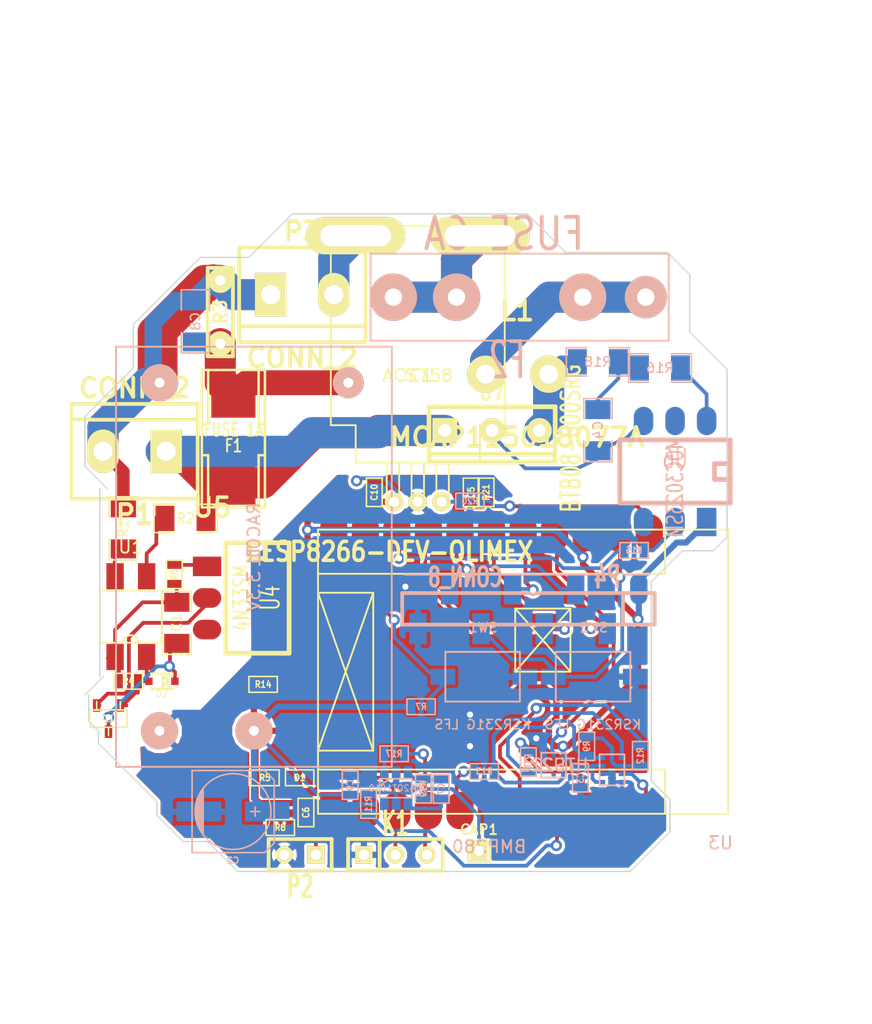
<source format=kicad_pcb>
(kicad_pcb (version 3) (host pcbnew "(25-Oct-2014 BZR 4029)-stable")

  (general
    (links 115)
    (no_connects 0)
    (area 35.764287 21.250003 106.091001 103.530001)
    (thickness 1.6)
    (drawings 54)
    (tracks 461)
    (zones 0)
    (modules 55)
    (nets 48)
  )

  (page A4)
  (layers
    (15 F.Cu signal)
    (0 B.Cu signal hide)
    (16 B.Adhes user)
    (17 F.Adhes user)
    (18 B.Paste user)
    (19 F.Paste user)
    (20 B.SilkS user)
    (21 F.SilkS user)
    (22 B.Mask user)
    (23 F.Mask user)
    (24 Dwgs.User user)
    (25 Cmts.User user)
    (26 Eco1.User user)
    (27 Eco2.User user hide)
    (28 Edge.Cuts user)
  )

  (setup
    (last_trace_width 0.3)
    (trace_clearance 0.25)
    (zone_clearance 0.25)
    (zone_45_only no)
    (trace_min 0.25)
    (segment_width 0.2)
    (edge_width 0.1)
    (via_size 0.9)
    (via_drill 0.5)
    (via_min_size 0.889)
    (via_min_drill 0.5)
    (uvia_size 0.508)
    (uvia_drill 0.127)
    (uvias_allowed no)
    (uvia_min_size 0.508)
    (uvia_min_drill 0.127)
    (pcb_text_width 0.3)
    (pcb_text_size 1.5 1.5)
    (mod_edge_width 0.15)
    (mod_text_size 1 1)
    (mod_text_width 0.15)
    (pad_size 1.4 2.1)
    (pad_drill 0)
    (pad_to_mask_clearance 0)
    (aux_axis_origin 0 0)
    (visible_elements 7FFFFFFF)
    (pcbplotparams
      (layerselection 268468225)
      (usegerberextensions false)
      (excludeedgelayer true)
      (linewidth 0.150000)
      (plotframeref false)
      (viasonmask false)
      (mode 1)
      (useauxorigin false)
      (hpglpennumber 1)
      (hpglpenspeed 20)
      (hpglpendiameter 15)
      (hpglpenoverlay 2)
      (psnegative false)
      (psa4output false)
      (plotreference true)
      (plotvalue true)
      (plotothertext true)
      (plotinvisibletext false)
      (padsonsilk false)
      (subtractmaskfromsilk false)
      (outputformat 2)
      (mirror false)
      (drillshape 0)
      (scaleselection 1)
      (outputdirectory ""))
  )

  (net 0 "")
  (net 1 +3.3V)
  (net 2 /230_0)
  (net 3 /230_1)
  (net 4 /230_10)
  (net 5 /230_11)
  (net 6 /230_3)
  (net 7 /230_4)
  (net 8 /ACN)
  (net 9 /ACN_FUSS)
  (net 10 /CAP)
  (net 11 /RX/CAP)
  (net 12 /TCLK)
  (net 13 /TDI)
  (net 14 /TDO)
  (net 15 /TMS)
  (net 16 /TRIAC)
  (net 17 /TX)
  (net 18 /adc)
  (net 19 /nCS_BMP)
  (net 20 /nCS_HTS)
  (net 21 /nRST)
  (net 22 /nZeroCross)
  (net 23 GND)
  (net 24 N-000001)
  (net 25 N-0000019)
  (net 26 N-0000020)
  (net 27 N-0000021)
  (net 28 N-0000022)
  (net 29 N-0000023)
  (net 30 N-0000026)
  (net 31 N-0000027)
  (net 32 N-0000028)
  (net 33 N-0000030)
  (net 34 N-0000031)
  (net 35 N-0000032)
  (net 36 N-0000033)
  (net 37 N-0000035)
  (net 38 N-0000036)
  (net 39 N-0000037)
  (net 40 N-0000039)
  (net 41 N-000004)
  (net 42 N-0000040)
  (net 43 N-0000041)
  (net 44 N-0000042)
  (net 45 N-0000043)
  (net 46 N-000006)
  (net 47 N-000008)

  (net_class Default "Ceci est la Netclass par défaut"
    (clearance 0.25)
    (trace_width 0.3)
    (via_dia 0.9)
    (via_drill 0.5)
    (uvia_dia 0.508)
    (uvia_drill 0.127)
    (add_net "")
    (add_net /230_10)
    (add_net /230_11)
    (add_net /CAP)
    (add_net /RX/CAP)
    (add_net /TCLK)
    (add_net /TDI)
    (add_net /TDO)
    (add_net /TMS)
    (add_net /TRIAC)
    (add_net /TX)
    (add_net /adc)
    (add_net /nCS_BMP)
    (add_net /nCS_HTS)
    (add_net /nRST)
    (add_net /nZeroCross)
    (add_net GND)
    (add_net N-000001)
    (add_net N-0000019)
    (add_net N-0000020)
    (add_net N-0000021)
    (add_net N-0000022)
    (add_net N-0000023)
    (add_net N-0000026)
    (add_net N-0000027)
    (add_net N-0000030)
    (add_net N-0000031)
    (add_net N-0000032)
    (add_net N-0000033)
    (add_net N-0000035)
    (add_net N-0000036)
    (add_net N-0000037)
    (add_net N-0000039)
    (add_net N-000004)
    (add_net N-0000040)
    (add_net N-0000041)
    (add_net N-0000042)
    (add_net N-0000043)
    (add_net N-000006)
    (add_net N-000008)
  )

  (net_class 230 ""
    (clearance 1.5)
    (trace_width 1)
    (via_dia 0.9)
    (via_drill 0.5)
    (uvia_dia 0.508)
    (uvia_drill 0.127)
    (add_net /230_0)
    (add_net /230_1)
    (add_net /230_3)
    (add_net /230_4)
    (add_net /ACN)
    (add_net /ACN_FUSS)
    (add_net N-0000028)
  )

  (net_class power ""
    (clearance 0.25)
    (trace_width 0.5)
    (via_dia 0.9)
    (via_drill 0.5)
    (uvia_dia 0.508)
    (uvia_drill 0.127)
    (add_net +3.3V)
  )

  (module ESP8266_olimex_dev (layer F.Cu) (tedit 5527AB01) (tstamp 55315BC7)
    (at 61.468 63.5)
    (descr "ESP8266 board from olimex")
    (tags DIL)
    (path /5522C2FA)
    (fp_text reference U5 (at -8.509 -1.778) (layer F.SilkS)
      (effects (font (size 1.524 1.524) (thickness 0.28702)))
    )
    (fp_text value ESP8266-DEV-OLIMEX (at 6.35 1.778) (layer F.SilkS)
      (effects (font (size 1.524 1.27) (thickness 0.28702)))
    )
    (fp_line (start 0 19.304) (end 27.94 19.304) (layer F.SilkS) (width 0.15))
    (fp_line (start 27.94 19.304) (end 27.94 22.86) (layer F.SilkS) (width 0.15))
    (fp_line (start 0 3.556) (end 27.94 3.556) (layer F.SilkS) (width 0.15))
    (fp_line (start 27.94 3.556) (end 27.94 0) (layer F.SilkS) (width 0.15))
    (fp_line (start 15.875 11.43) (end 20.32 6.35) (layer F.SilkS) (width 0.15))
    (fp_line (start 15.875 6.35) (end 20.32 11.43) (layer F.SilkS) (width 0.15))
    (fp_line (start 15.875 6.35) (end 20.32 6.35) (layer F.SilkS) (width 0.15))
    (fp_line (start 20.32 6.35) (end 20.32 11.43) (layer F.SilkS) (width 0.15))
    (fp_line (start 20.32 11.43) (end 15.875 11.43) (layer F.SilkS) (width 0.15))
    (fp_line (start 15.875 11.43) (end 15.875 6.35) (layer F.SilkS) (width 0.15))
    (fp_line (start 0 5.08) (end 4.445 17.78) (layer F.SilkS) (width 0.15))
    (fp_line (start 0 5.08) (end 4.445 5.08) (layer F.SilkS) (width 0.15))
    (fp_line (start 4.445 5.08) (end 4.445 17.78) (layer F.SilkS) (width 0.15))
    (fp_line (start 4.445 17.78) (end 0 17.78) (layer F.SilkS) (width 0.15))
    (fp_line (start 0 17.78) (end 4.445 5.08) (layer F.SilkS) (width 0.15))
    (fp_line (start 0 0) (end 33.02 0) (layer F.SilkS) (width 0.15))
    (fp_line (start 33.02 0) (end 33.02 22.86) (layer F.SilkS) (width 0.15))
    (fp_line (start 33.02 22.86) (end 0 22.86) (layer F.SilkS) (width 0.15))
    (fp_line (start 0 22.86) (end 0 0) (layer F.SilkS) (width 0.15))
    (pad 1 smd rect (at 1.27 22.606) (size 2.2 3)
      (layers F.Cu F.Paste F.Mask)
      (net 1 +3.3V)
    )
    (pad 2 smd oval (at 3.81 22.606) (size 2.2 3)
      (layers F.Cu F.Paste F.Mask)
      (net 25 N-0000019)
    )
    (pad 3 smd oval (at 6.35 22.606) (size 2.2 3)
      (layers F.Cu F.Paste F.Mask)
      (net 17 /TX)
    )
    (pad 4 smd oval (at 8.89 22.606) (size 2.2 3)
      (layers F.Cu F.Paste F.Mask)
      (net 11 /RX/CAP)
    )
    (pad 5 smd oval (at 11.43 22.606) (size 2.2 3)
      (layers F.Cu F.Paste F.Mask)
      (net 30 N-0000026)
    )
    (pad 6 smd oval (at 13.97 22.606) (size 2.2 3)
      (layers F.Cu F.Paste F.Mask)
    )
    (pad 7 smd oval (at 16.51 22.606) (size 2.2 3)
      (layers F.Cu F.Paste F.Mask)
      (net 31 N-0000027)
    )
    (pad 8 smd oval (at 19.05 22.606) (size 2.2 3)
      (layers F.Cu F.Paste F.Mask)
      (net 45 N-0000043)
    )
    (pad 9 smd oval (at 21.59 22.606) (size 2.2 3)
      (layers F.Cu F.Paste F.Mask)
      (net 34 N-0000031)
    )
    (pad 10 smd oval (at 24.13 22.606) (size 2.2 3)
      (layers F.Cu F.Paste F.Mask)
    )
    (pad 11 smd oval (at 26.67 22.606) (size 2.2 3)
      (layers F.Cu F.Paste F.Mask)
      (net 19 /nCS_BMP)
    )
    (pad 12 smd oval (at 26.67 0.254) (size 2.2 3)
      (layers F.Cu F.Paste F.Mask)
      (net 18 /adc)
    )
    (pad 13 smd oval (at 24.13 0.254) (size 2.2 3)
      (layers F.Cu F.Paste F.Mask)
      (net 21 /nRST)
    )
    (pad 14 smd oval (at 21.59 0.254) (size 2.2 3)
      (layers F.Cu F.Paste F.Mask)
      (net 1 +3.3V)
    )
    (pad 15 smd oval (at 19.05 0.254) (size 2.2 3)
      (layers F.Cu F.Paste F.Mask)
      (net 20 /nCS_HTS)
    )
    (pad 16 smd oval (at 16.51 0.254) (size 2.2 3)
      (layers F.Cu F.Paste F.Mask)
      (net 13 /TDI)
    )
    (pad 17 smd oval (at 13.97 0.254) (size 2.2 3)
      (layers F.Cu F.Paste F.Mask)
      (net 15 /TMS)
    )
    (pad 18 smd oval (at 11.43 0.254) (size 2.2 3)
      (layers F.Cu F.Paste F.Mask)
      (net 12 /TCLK)
    )
    (pad 19 smd oval (at 8.89 0.254) (size 2.2 3)
      (layers F.Cu F.Paste F.Mask)
      (net 14 /TDO)
    )
    (pad 20 smd oval (at 6.35 0.254) (size 2.2 3)
      (layers F.Cu F.Paste F.Mask)
      (net 16 /TRIAC)
    )
    (pad 21 smd oval (at 3.81 0.254) (size 2.2 3)
      (layers F.Cu F.Paste F.Mask)
      (net 46 N-000006)
    )
    (pad 22 smd oval (at 1.27 0.254) (size 2.2 3)
      (layers F.Cu F.Paste F.Mask)
      (net 22 /nZeroCross)
    )
  )

  (module bornier2 (layer F.Cu) (tedit 5527CD20) (tstamp 552819F2)
    (at 46.7 57.2 180)
    (descr "Bornier d'alimentation 2 pins")
    (tags DEV)
    (path /5523010E)
    (fp_text reference P1 (at 0 -5.08 180) (layer F.SilkS)
      (effects (font (size 1.524 1.524) (thickness 0.3048)))
    )
    (fp_text value CONN_2 (at 0 5.08 180) (layer F.SilkS)
      (effects (font (size 1.524 1.524) (thickness 0.3048)))
    )
    (fp_line (start 5.08 2.54) (end -5.08 2.54) (layer F.SilkS) (width 0.3048))
    (fp_line (start 5.08 3.81) (end 5.08 -3.81) (layer F.SilkS) (width 0.3048))
    (fp_line (start 5.08 -3.81) (end -5.08 -3.81) (layer F.SilkS) (width 0.3048))
    (fp_line (start -5.08 -3.81) (end -5.08 3.81) (layer F.SilkS) (width 0.3048))
    (fp_line (start -5.08 3.81) (end 5.08 3.81) (layer F.SilkS) (width 0.3048))
    (pad 1 thru_hole rect (at -2.54 0 180) (size 2.54 3.5) (drill 1.524)
      (layers *.Cu *.Mask F.SilkS)
      (net 2 /230_0)
    )
    (pad 2 thru_hole oval (at 2.54 0 180) (size 2.54 3.5) (drill 1.524)
      (layers *.Cu *.Mask F.SilkS)
      (net 8 /ACN)
    )
    (model device/bornier_2.wrl
      (at (xyz 0 0 0))
      (scale (xyz 1 1 1))
      (rotate (xyz 0 0 0))
    )
  )

  (module SIL-3 (layer F.Cu) (tedit 552E8B99) (tstamp 55281969)
    (at 67.6989 89.6616)
    (descr "Connecteur 3 pins")
    (tags "CONN DEV")
    (path /5522F124)
    (fp_text reference K1 (at 0 -2.54) (layer F.SilkS)
      (effects (font (size 1.7907 1.07696) (thickness 0.3048)))
    )
    (fp_text value CONN_3 (at 0 -2.54) (layer F.SilkS) hide
      (effects (font (size 1.524 1.016) (thickness 0.3048)))
    )
    (fp_line (start -3.81 1.27) (end -3.81 -1.27) (layer F.SilkS) (width 0.3048))
    (fp_line (start -3.81 -1.27) (end 3.81 -1.27) (layer F.SilkS) (width 0.3048))
    (fp_line (start 3.81 -1.27) (end 3.81 1.27) (layer F.SilkS) (width 0.3048))
    (fp_line (start 3.81 1.27) (end -3.81 1.27) (layer F.SilkS) (width 0.3048))
    (fp_line (start -1.27 -1.27) (end -1.27 1.27) (layer F.SilkS) (width 0.3048))
    (pad 1 thru_hole rect (at -2.54 0) (size 1.397 1.397) (drill 0.8128)
      (layers *.Cu *.Mask F.SilkS)
      (net 23 GND)
    )
    (pad 2 thru_hole circle (at 0 0) (size 1.397 1.397) (drill 0.8128)
      (layers *.Cu *.Mask F.SilkS)
      (net 17 /TX)
    )
    (pad 3 thru_hole circle (at 2.54 0) (size 1.397 1.397) (drill 0.8128)
      (layers *.Cu *.Mask F.SilkS)
      (net 11 /RX/CAP)
    )
  )

  (module PFF (layer F.Cu) (tedit 55315402) (tstamp 552E9472)
    (at 69.5 51.1)
    (path /552E5CEA)
    (fp_text reference IC1 (at 0 0) (layer F.SilkS)
      (effects (font (size 1 1) (thickness 0.15)))
    )
    (fp_text value ACS758 (at 0 0) (layer F.SilkS)
      (effects (font (size 1 1) (thickness 0.15)))
    )
    (fp_line (start 1.5 7) (end 1.5 10.5) (layer F.SilkS) (width 0.15))
    (fp_line (start 1.5 10.5) (end 2.5 10.5) (layer F.SilkS) (width 0.15))
    (fp_line (start 2.5 10.5) (end 2.5 7) (layer F.SilkS) (width 0.15))
    (fp_line (start -0.5 7) (end -0.5 10.5) (layer F.SilkS) (width 0.15))
    (fp_line (start -0.5 10.5) (end 0.5 10.5) (layer F.SilkS) (width 0.15))
    (fp_line (start 0.5 10.5) (end 0.5 7) (layer F.SilkS) (width 0.15))
    (fp_line (start -2.5 7) (end -2.5 10.5) (layer F.SilkS) (width 0.15))
    (fp_line (start -2.5 10.5) (end -1.5 10.5) (layer F.SilkS) (width 0.15))
    (fp_line (start -1.5 10.5) (end -1.5 7) (layer F.SilkS) (width 0.15))
    (fp_line (start -5 4) (end -5 7) (layer F.SilkS) (width 0.15))
    (fp_line (start -5 7) (end 5 7) (layer F.SilkS) (width 0.15))
    (fp_line (start 5 7) (end 5 4) (layer F.SilkS) (width 0.15))
    (fp_line (start 5 4) (end 7 4) (layer F.SilkS) (width 0.15))
    (fp_line (start -7 4) (end -5 4) (layer F.SilkS) (width 0.15))
    (fp_line (start -7 -12) (end -7 4) (layer F.SilkS) (width 0.15))
    (fp_line (start 7 4) (end 7 -12) (layer F.SilkS) (width 0.15))
    (fp_line (start 7 -12) (end -7 -12) (layer F.SilkS) (width 0.15))
    (pad 1 thru_hole circle (at -1.91 10.16) (size 1.5 1.5) (drill 0.8)
      (layers *.Cu *.Mask F.SilkS)
      (net 1 +3.3V)
    )
    (pad 2 thru_hole circle (at 0 10.16) (size 1.5 1.5) (drill 0.8)
      (layers *.Cu *.Mask F.SilkS)
      (net 23 GND)
    )
    (pad 3 thru_hole circle (at 1.91 10.16) (size 1.5 1.5) (drill 0.8)
      (layers *.Cu *.Mask F.SilkS)
      (net 29 N-0000023)
    )
    (pad 4 thru_hole oval (at 5 -11.24) (size 8 3) (drill oval 5.7 1.7)
      (layers *.Cu *.Mask F.SilkS)
      (net 6 /230_3)
    )
    (pad 5 thru_hole oval (at -5 -11.24) (size 8 3) (drill oval 5.7 1.7)
      (layers *.Cu *.Mask F.SilkS)
      (net 32 N-0000028)
    )
  )

  (module self (layer F.Cu) (tedit 5527E198) (tstamp 552819FD)
    (at 77.5 51)
    (descr "Bornier d'alimentation 2 pins")
    (tags DEV)
    (path /5525C968)
    (fp_text reference L1 (at 0 -5.08) (layer F.SilkS)
      (effects (font (size 1.524 1.524) (thickness 0.3048)))
    )
    (fp_text value MCAP115018077A (at 0 5.08) (layer F.SilkS)
      (effects (font (size 1.524 1.524) (thickness 0.3048)))
    )
    (pad 1 thru_hole circle (at -2.54 0) (size 3 3) (drill 1.5)
      (layers *.Cu *.Mask F.SilkS)
      (net 9 /ACN_FUSS)
    )
    (pad 2 thru_hole circle (at 2.54 0) (size 3 3) (drill 1.5)
      (layers *.Cu *.Mask F.SilkS)
      (net 3 /230_1)
    )
    (model device/bornier_2.wrl
      (at (xyz 0 0 0))
      (scale (xyz 1 1 1))
      (rotate (xyz 0 0 0))
    )
  )

  (module FSUPCMS (layer F.Cu) (tedit 5527CDA8) (tstamp 552819AA)
    (at 54.656 56.248 180)
    (path /552302E5)
    (attr smd)
    (fp_text reference F1 (at 0 -0.508 180) (layer F.SilkS)
      (effects (font (size 1.016 0.762) (thickness 0.1524)))
    )
    (fp_text value "FUSE 1A" (at 0 0.762 180) (layer F.SilkS)
      (effects (font (size 1.016 0.762) (thickness 0.1524)))
    )
    (fp_line (start -2.032 5.588) (end -2.032 1.27) (layer F.SilkS) (width 0.2032))
    (fp_line (start -2.032 1.27) (end -2.54 1.27) (layer F.SilkS) (width 0.2032))
    (fp_line (start 2.032 5.588) (end 2.032 1.27) (layer F.SilkS) (width 0.2032))
    (fp_line (start 2.032 1.27) (end 2.54 1.27) (layer F.SilkS) (width 0.2032))
    (fp_line (start 2.032 -5.461) (end 2.032 -1.27) (layer F.SilkS) (width 0.2032))
    (fp_line (start 2.032 -1.27) (end 2.54 -1.27) (layer F.SilkS) (width 0.2032))
    (fp_line (start -2.032 -5.461) (end -2.032 -1.27) (layer F.SilkS) (width 0.2032))
    (fp_line (start -2.032 -1.27) (end -2.54 -1.27) (layer F.SilkS) (width 0.2032))
    (fp_line (start -2.54 -5.461) (end -2.54 5.588) (layer F.SilkS) (width 0.2032))
    (fp_line (start 2.54 5.588) (end 2.54 -5.461) (layer F.SilkS) (width 0.2032))
    (fp_line (start 2.54 5.588) (end -2.54 5.588) (layer F.SilkS) (width 0.2032))
    (fp_line (start -2.54 -5.461) (end 2.54 -5.461) (layer F.SilkS) (width 0.2032))
    (pad 1 smd rect (at 0 -3.5 180) (size 3.556 3.5)
      (layers F.Cu F.Paste F.Mask)
      (net 2 /230_0)
    )
    (pad 2 smd rect (at 0 3.5 180) (size 3.556 3.5)
      (layers F.Cu F.Paste F.Mask)
      (net 7 /230_4)
    )
    (model smd/smd_fuse_socket.wrl
      (at (xyz 0 0 0))
      (scale (xyz 0.4 0.4 0.4))
      (rotate (xyz 0 0 90))
    )
  )

  (module FUSE7-20 (layer B.Cu) (tedit 55291283) (tstamp 55291288)
    (at 77.7 44.8 180)
    (descr "Support fusible 5 x 20")
    (tags DEV)
    (path /5525C975)
    (fp_text reference F2 (at 1.016 -5.08 180) (layer B.SilkS)
      (effects (font (size 2.83464 1.59512) (thickness 0.3048)) (justify mirror))
    )
    (fp_text value "FUSE 6A" (at 1.27 5.08 180) (layer B.SilkS)
      (effects (font (size 2.54 2.032) (thickness 0.3048)) (justify mirror))
    )
    (fp_line (start 12 3.5) (end 12 -3.5) (layer B.SilkS) (width 0.15))
    (fp_line (start 12 -3.5) (end -12 -3.5) (layer B.SilkS) (width 0.15))
    (fp_line (start -12 -3.5) (end -12 3.5) (layer B.SilkS) (width 0.15))
    (fp_line (start -12 3.5) (end 12 3.5) (layer B.SilkS) (width 0.15))
    (pad 1 thru_hole circle (at -10.16 0 180) (size 3.4 3.4) (drill 1.397)
      (layers *.Cu *.Mask B.SilkS)
      (net 9 /ACN_FUSS)
    )
    (pad 1 thru_hole circle (at -5.08 0 180) (size 3.81 3.81) (drill 1.397)
      (layers *.Cu *.Mask B.SilkS)
      (net 9 /ACN_FUSS)
    )
    (pad 2 thru_hole circle (at 5.08 0 180) (size 3.81 3.81) (drill 1.397)
      (layers *.Cu *.Mask B.SilkS)
      (net 6 /230_3)
    )
    (pad 2 thru_hole circle (at 10.16 0 180) (size 3.81 3.81) (drill 1.397)
      (layers *.Cu *.Mask B.SilkS)
      (net 6 /230_3)
    )
  )

  (module RAC01 (layer B.Cu) (tedit 552E6889) (tstamp 5527E3BD)
    (at 56.307 65.684 270)
    (path /552300FF)
    (fp_text reference T1 (at 0 0 270) (layer B.SilkS)
      (effects (font (size 1 1) (thickness 0.15)) (justify mirror))
    )
    (fp_text value "RAC01 3.3V" (at 0 0 270) (layer B.SilkS)
      (effects (font (size 1 1) (thickness 0.15)) (justify mirror))
    )
    (fp_line (start -16.9 11.1) (end 16.9 11.1) (layer B.SilkS) (width 0.15))
    (fp_line (start 16.9 11.1) (end 16.9 -11.1) (layer B.SilkS) (width 0.15))
    (fp_line (start 16.9 -11.1) (end -16.9 -11.1) (layer B.SilkS) (width 0.15))
    (fp_line (start -16.9 -11.1) (end -16.9 11.1) (layer B.SilkS) (width 0.15))
    (pad 2 thru_hole circle (at -14 -7.6 270) (size 2.5 2.5) (drill 0.8)
      (layers *.Cu *.Mask B.SilkS)
      (net 7 /230_4)
    )
    (pad 1 thru_hole circle (at -14 7.6 270) (size 3 3) (drill 0.8)
      (layers *.Cu *.Mask B.SilkS)
      (net 8 /ACN)
    )
    (pad 4 thru_hole circle (at 14 0 270) (size 3 3) (drill 0.8)
      (layers *.Cu *.Mask B.SilkS)
      (net 1 +3.3V)
    )
    (pad 3 thru_hole circle (at 14 7.6 270) (size 3 3) (drill 0.8)
      (layers *.Cu *.Mask B.SilkS)
      (net 23 GND)
    )
  )

  (module TO220_VERT (layer F.Cu) (tedit 55280FE5) (tstamp 5528103A)
    (at 75.484 55.524 270)
    (descr "Regulateur TO220 serie LM78xx")
    (tags "TR TO220")
    (path /55245EB3)
    (fp_text reference U7 (at -3.175 0 360) (layer F.SilkS)
      (effects (font (size 1.524 1.016) (thickness 0.2032)))
    )
    (fp_text value BTB08-600SRG (at 0.635 -6.35 270) (layer F.SilkS)
      (effects (font (size 1.524 1.016) (thickness 0.2032)))
    )
    (fp_line (start 1.905 -5.08) (end 2.54 -5.08) (layer F.SilkS) (width 0.381))
    (fp_line (start 2.54 -5.08) (end 2.54 5.08) (layer F.SilkS) (width 0.381))
    (fp_line (start 2.54 5.08) (end 1.905 5.08) (layer F.SilkS) (width 0.381))
    (fp_line (start -1.905 -5.08) (end 1.905 -5.08) (layer F.SilkS) (width 0.381))
    (fp_line (start 1.905 -5.08) (end 1.905 5.08) (layer F.SilkS) (width 0.381))
    (fp_line (start 1.905 5.08) (end -1.905 5.08) (layer F.SilkS) (width 0.381))
    (fp_line (start -1.905 5.08) (end -1.905 -5.08) (layer F.SilkS) (width 0.381))
    (pad 2 thru_hole circle (at 0 -3.81 270) (size 2 2) (drill 1.016)
      (layers *.Cu *.Mask F.SilkS)
      (net 3 /230_1)
    )
    (pad 3 thru_hole circle (at 0 0 270) (size 2 2) (drill 1.016)
      (layers *.Cu *.Mask F.SilkS)
      (net 40 N-0000039)
    )
    (pad 1 thru_hole rect (at 0 3.81 270) (size 2 2) (drill 1.016)
      (layers *.Cu *.Mask F.SilkS)
      (net 2 /230_0)
    )
  )

  (module SOT23_6 (layer B.Cu) (tedit 4ECF791C) (tstamp 5526CB1A)
    (at 67.7624 84.3022)
    (path /55265AB0)
    (fp_text reference U8 (at 1.99898 0 270) (layer B.SilkS)
      (effects (font (size 0.762 0.762) (thickness 0.0762)) (justify mirror))
    )
    (fp_text value AT42QT1010 (at 0.0635 0) (layer B.SilkS)
      (effects (font (size 0.50038 0.50038) (thickness 0.0762)) (justify mirror))
    )
    (fp_line (start -0.508 -0.762) (end -1.27 -0.254) (layer B.SilkS) (width 0.127))
    (fp_line (start 1.27 -0.762) (end -1.3335 -0.762) (layer B.SilkS) (width 0.127))
    (fp_line (start -1.3335 -0.762) (end -1.3335 0.762) (layer B.SilkS) (width 0.127))
    (fp_line (start -1.3335 0.762) (end 1.27 0.762) (layer B.SilkS) (width 0.127))
    (fp_line (start 1.27 0.762) (end 1.27 -0.762) (layer B.SilkS) (width 0.127))
    (pad 6 smd rect (at -0.9525 1.27) (size 0.70104 1.00076)
      (layers B.Cu B.Paste B.Mask)
    )
    (pad 5 smd rect (at 0 1.27) (size 0.70104 1.00076)
      (layers B.Cu B.Paste B.Mask)
      (net 1 +3.3V)
    )
    (pad 4 smd rect (at 0.9525 1.27) (size 0.70104 1.00076)
      (layers B.Cu B.Paste B.Mask)
      (net 26 N-0000020)
    )
    (pad 3 smd rect (at 0.9525 -1.27) (size 0.70104 1.00076)
      (layers B.Cu B.Paste B.Mask)
      (net 28 N-0000022)
    )
    (pad 2 smd rect (at 0 -1.27) (size 0.70104 1.00076)
      (layers B.Cu B.Paste B.Mask)
      (net 23 GND)
    )
    (pad 1 smd rect (at -0.9525 -1.27) (size 0.70104 1.00076)
      (layers B.Cu B.Paste B.Mask)
      (net 10 /CAP)
    )
    (model smd/SOT23_6.wrl
      (at (xyz 0 0 0))
      (scale (xyz 0.11 0.11 0.11))
      (rotate (xyz 0 0 0))
    )
  )

  (module sot23 (layer F.Cu) (tedit 552C3423) (tstamp 5528180C)
    (at 44.6 78.7 180)
    (descr SOT23)
    (path /5527E778)
    (attr smd)
    (fp_text reference Q1 (at 0 0 180) (layer F.SilkS)
      (effects (font (size 0.50038 0.50038) (thickness 0.09906)))
    )
    (fp_text value BC847B (at 0 0.09906 180) (layer F.SilkS) hide
      (effects (font (size 0.50038 0.50038) (thickness 0.09906)))
    )
    (fp_line (start 0.9525 0.6985) (end 0.9525 1.3589) (layer F.SilkS) (width 0.127))
    (fp_line (start -0.9525 0.6985) (end -0.9525 1.3589) (layer F.SilkS) (width 0.127))
    (fp_line (start 0 -0.6985) (end 0 -1.3589) (layer F.SilkS) (width 0.127))
    (fp_line (start -1.4986 -0.6985) (end 1.4986 -0.6985) (layer F.SilkS) (width 0.127))
    (fp_line (start 1.4986 -0.6985) (end 1.4986 0.6985) (layer F.SilkS) (width 0.127))
    (fp_line (start 1.4986 0.6985) (end -1.4986 0.6985) (layer F.SilkS) (width 0.127))
    (fp_line (start -1.4986 0.6985) (end -1.4986 -0.6985) (layer F.SilkS) (width 0.127))
    (pad 1 smd rect (at -0.9525 1.05664 180) (size 0.59944 1.00076)
      (layers F.Cu F.Paste F.Mask)
      (net 38 N-0000036)
    )
    (pad 3 smd rect (at 0 -1.05664 180) (size 0.59944 1.00076)
      (layers F.Cu F.Paste F.Mask)
      (net 27 N-0000021)
    )
    (pad 2 smd rect (at 0.9525 1.05664 180) (size 0.59944 1.00076)
      (layers F.Cu F.Paste F.Mask)
      (net 33 N-0000030)
    )
    (model smd/smd_transistors/sot23.wrl
      (at (xyz 0 0 0))
      (scale (xyz 1 1 1))
      (rotate (xyz 0 0 0))
    )
  )

  (module SOD323-REFLOW (layer F.Cu) (tedit 4FF8F93A) (tstamp 5528181E)
    (at 48.9 75.7 180)
    (tags "diode SOD323 SC90 reflow")
    (path /552313B1)
    (fp_text reference D2 (at 0 -1.016 180) (layer F.SilkS)
      (effects (font (size 0.508 0.508) (thickness 0.0508)))
    )
    (fp_text value "BAS 21-03W E6327" (at 0 1.27 180) (layer F.SilkS) hide
      (effects (font (size 0.508 0.508) (thickness 0.0508)))
    )
    (fp_line (start -0.52578 -0.62484) (end -0.52578 0.62484) (layer F.SilkS) (width 0.1905))
    (fp_line (start -0.09906 -0.42418) (end -0.09906 0.42418) (layer F.SilkS) (width 0.1905))
    (fp_line (start -0.09906 0.42418) (end -0.52578 0) (layer F.SilkS) (width 0.1905))
    (fp_line (start -0.52578 0) (end -0.09906 -0.42418) (layer F.SilkS) (width 0.1905))
    (fp_line (start 0.8509 -0.50038) (end 0.8509 0.50038) (layer Dwgs.User) (width 0.1905))
    (fp_line (start -0.8509 -0.50038) (end -0.8509 0.50038) (layer Dwgs.User) (width 0.1905))
    (fp_line (start -0.8509 0.62484) (end -0.8509 0.50038) (layer F.SilkS) (width 0.1905))
    (fp_line (start -0.8509 -0.62484) (end -0.8509 -0.50038) (layer F.SilkS) (width 0.1905))
    (fp_line (start 0.8509 0.62484) (end 0.8509 0.50038) (layer F.SilkS) (width 0.1905))
    (fp_line (start 0.8509 -0.62484) (end 0.8509 -0.50038) (layer F.SilkS) (width 0.1905))
    (fp_line (start -0.8509 0.61976) (end 0.8509 0.61976) (layer F.SilkS) (width 0.1905))
    (fp_line (start -0.8509 -0.62992) (end 0.8509 -0.62992) (layer F.SilkS) (width 0.1905))
    (pad 1 smd rect (at -1.04902 0 180) (size 0.59944 0.59944)
      (layers F.Cu F.Paste F.Mask)
      (net 27 N-0000021)
      (clearance 0.09906)
    )
    (pad 2 smd rect (at 1.04902 0 180) (size 0.59944 0.59944)
      (layers F.Cu F.Paste F.Mask)
      (net 38 N-0000036)
      (clearance 0.09906)
    )
  )

  (module SM1206 (layer F.Cu) (tedit 42806E24) (tstamp 5531596F)
    (at 50.1 71 270)
    (path /55230F9C)
    (attr smd)
    (fp_text reference C1 (at 0 0 270) (layer F.SilkS)
      (effects (font (size 0.762 0.762) (thickness 0.127)))
    )
    (fp_text value "10uF 16v" (at 0 0 270) (layer F.SilkS) hide
      (effects (font (size 0.762 0.762) (thickness 0.127)))
    )
    (fp_line (start -2.54 -1.143) (end -2.54 1.143) (layer F.SilkS) (width 0.127))
    (fp_line (start -2.54 1.143) (end -0.889 1.143) (layer F.SilkS) (width 0.127))
    (fp_line (start 0.889 -1.143) (end 2.54 -1.143) (layer F.SilkS) (width 0.127))
    (fp_line (start 2.54 -1.143) (end 2.54 1.143) (layer F.SilkS) (width 0.127))
    (fp_line (start 2.54 1.143) (end 0.889 1.143) (layer F.SilkS) (width 0.127))
    (fp_line (start -0.889 -1.143) (end -2.54 -1.143) (layer F.SilkS) (width 0.127))
    (pad 1 smd rect (at -1.651 0 270) (size 1.524 2.032)
      (layers F.Cu F.Paste F.Mask)
      (net 39 N-0000037)
    )
    (pad 2 smd rect (at 1.651 0 270) (size 1.524 2.032)
      (layers F.Cu F.Paste F.Mask)
      (net 27 N-0000021)
    )
    (model smd/chip_cms.wrl
      (at (xyz 0 0 0))
      (scale (xyz 0.17 0.16 0.16))
      (rotate (xyz 0 0 0))
    )
  )

  (module SM1206 (layer F.Cu) (tedit 42806E24) (tstamp 55281836)
    (at 50.8 62.6 180)
    (path /55230CDF)
    (attr smd)
    (fp_text reference R2 (at 0 0 180) (layer F.SilkS)
      (effects (font (size 0.762 0.762) (thickness 0.127)))
    )
    (fp_text value 220k (at 0 0 180) (layer F.SilkS) hide
      (effects (font (size 0.762 0.762) (thickness 0.127)))
    )
    (fp_line (start -2.54 -1.143) (end -2.54 1.143) (layer F.SilkS) (width 0.127))
    (fp_line (start -2.54 1.143) (end -0.889 1.143) (layer F.SilkS) (width 0.127))
    (fp_line (start 0.889 -1.143) (end 2.54 -1.143) (layer F.SilkS) (width 0.127))
    (fp_line (start 2.54 -1.143) (end 2.54 1.143) (layer F.SilkS) (width 0.127))
    (fp_line (start 2.54 1.143) (end 0.889 1.143) (layer F.SilkS) (width 0.127))
    (fp_line (start -0.889 -1.143) (end -2.54 -1.143) (layer F.SilkS) (width 0.127))
    (pad 1 smd rect (at -1.651 0 180) (size 1.524 2.032)
      (layers F.Cu F.Paste F.Mask)
      (net 2 /230_0)
    )
    (pad 2 smd rect (at 1.651 0 180) (size 1.524 2.032)
      (layers F.Cu F.Paste F.Mask)
      (net 5 /230_11)
    )
    (model smd/chip_cms.wrl
      (at (xyz 0 0 0))
      (scale (xyz 0.17 0.16 0.16))
      (rotate (xyz 0 0 0))
    )
  )

  (module SM1206 (layer F.Cu) (tedit 42806E24) (tstamp 55281842)
    (at 45.8 63.4 270)
    (path /55230CC6)
    (attr smd)
    (fp_text reference R1 (at 0 0 270) (layer F.SilkS)
      (effects (font (size 0.762 0.762) (thickness 0.127)))
    )
    (fp_text value 220k (at 0 0 270) (layer F.SilkS) hide
      (effects (font (size 0.762 0.762) (thickness 0.127)))
    )
    (fp_line (start -2.54 -1.143) (end -2.54 1.143) (layer F.SilkS) (width 0.127))
    (fp_line (start -2.54 1.143) (end -0.889 1.143) (layer F.SilkS) (width 0.127))
    (fp_line (start 0.889 -1.143) (end 2.54 -1.143) (layer F.SilkS) (width 0.127))
    (fp_line (start 2.54 -1.143) (end 2.54 1.143) (layer F.SilkS) (width 0.127))
    (fp_line (start 2.54 1.143) (end 0.889 1.143) (layer F.SilkS) (width 0.127))
    (fp_line (start -0.889 -1.143) (end -2.54 -1.143) (layer F.SilkS) (width 0.127))
    (pad 1 smd rect (at -1.651 0 270) (size 1.524 2.032)
      (layers F.Cu F.Paste F.Mask)
      (net 8 /ACN)
    )
    (pad 2 smd rect (at 1.651 0 270) (size 1.524 2.032)
      (layers F.Cu F.Paste F.Mask)
      (net 4 /230_10)
    )
    (model smd/chip_cms.wrl
      (at (xyz 0 0 0))
      (scale (xyz 0.17 0.16 0.16))
      (rotate (xyz 0 0 0))
    )
  )

  (module SM1206 (layer B.Cu) (tedit 42806E24) (tstamp 5528184E)
    (at 89 50.5 180)
    (path /552458A9)
    (attr smd)
    (fp_text reference R16 (at 0 0 180) (layer B.SilkS)
      (effects (font (size 0.762 0.762) (thickness 0.127)) (justify mirror))
    )
    (fp_text value 330 (at 0 0 180) (layer B.SilkS) hide
      (effects (font (size 0.762 0.762) (thickness 0.127)) (justify mirror))
    )
    (fp_line (start -2.54 1.143) (end -2.54 -1.143) (layer B.SilkS) (width 0.127))
    (fp_line (start -2.54 -1.143) (end -0.889 -1.143) (layer B.SilkS) (width 0.127))
    (fp_line (start 0.889 1.143) (end 2.54 1.143) (layer B.SilkS) (width 0.127))
    (fp_line (start 2.54 1.143) (end 2.54 -1.143) (layer B.SilkS) (width 0.127))
    (fp_line (start 2.54 -1.143) (end 0.889 -1.143) (layer B.SilkS) (width 0.127))
    (fp_line (start -0.889 1.143) (end -2.54 1.143) (layer B.SilkS) (width 0.127))
    (pad 1 smd rect (at -1.651 0 180) (size 1.524 2.032)
      (layers B.Cu B.Paste B.Mask)
      (net 43 N-0000041)
    )
    (pad 2 smd rect (at 1.651 0 180) (size 1.524 2.032)
      (layers B.Cu B.Paste B.Mask)
      (net 42 N-0000040)
    )
    (model smd/chip_cms.wrl
      (at (xyz 0 0 0))
      (scale (xyz 0.17 0.16 0.16))
      (rotate (xyz 0 0 0))
    )
  )

  (module SM1206 (layer B.Cu) (tedit 42806E24) (tstamp 5528185A)
    (at 84 50 180)
    (path /55245957)
    (attr smd)
    (fp_text reference R18 (at 0 0 180) (layer B.SilkS)
      (effects (font (size 0.762 0.762) (thickness 0.127)) (justify mirror))
    )
    (fp_text value 470 (at 0 0 180) (layer B.SilkS) hide
      (effects (font (size 0.762 0.762) (thickness 0.127)) (justify mirror))
    )
    (fp_line (start -2.54 1.143) (end -2.54 -1.143) (layer B.SilkS) (width 0.127))
    (fp_line (start -2.54 -1.143) (end -0.889 -1.143) (layer B.SilkS) (width 0.127))
    (fp_line (start 0.889 1.143) (end 2.54 1.143) (layer B.SilkS) (width 0.127))
    (fp_line (start 2.54 1.143) (end 2.54 -1.143) (layer B.SilkS) (width 0.127))
    (fp_line (start 2.54 -1.143) (end 0.889 -1.143) (layer B.SilkS) (width 0.127))
    (fp_line (start -0.889 1.143) (end -2.54 1.143) (layer B.SilkS) (width 0.127))
    (pad 1 smd rect (at -1.651 0 180) (size 1.524 2.032)
      (layers B.Cu B.Paste B.Mask)
      (net 42 N-0000040)
    )
    (pad 2 smd rect (at 1.651 0 180) (size 1.524 2.032)
      (layers B.Cu B.Paste B.Mask)
      (net 3 /230_1)
    )
    (model smd/chip_cms.wrl
      (at (xyz 0 0 0))
      (scale (xyz 0.17 0.16 0.16))
      (rotate (xyz 0 0 0))
    )
  )

  (module SM1206 (layer B.Cu) (tedit 42806E24) (tstamp 55281866)
    (at 84 55.5 270)
    (path /55245976)
    (attr smd)
    (fp_text reference C4 (at 0 0 270) (layer B.SilkS)
      (effects (font (size 0.762 0.762) (thickness 0.127)) (justify mirror))
    )
    (fp_text value 47nF (at 0 0 270) (layer B.SilkS) hide
      (effects (font (size 0.762 0.762) (thickness 0.127)) (justify mirror))
    )
    (fp_line (start -2.54 1.143) (end -2.54 -1.143) (layer B.SilkS) (width 0.127))
    (fp_line (start -2.54 -1.143) (end -0.889 -1.143) (layer B.SilkS) (width 0.127))
    (fp_line (start 0.889 1.143) (end 2.54 1.143) (layer B.SilkS) (width 0.127))
    (fp_line (start 2.54 1.143) (end 2.54 -1.143) (layer B.SilkS) (width 0.127))
    (fp_line (start 2.54 -1.143) (end 0.889 -1.143) (layer B.SilkS) (width 0.127))
    (fp_line (start -0.889 1.143) (end -2.54 1.143) (layer B.SilkS) (width 0.127))
    (pad 1 smd rect (at -1.651 0 270) (size 1.524 2.032)
      (layers B.Cu B.Paste B.Mask)
      (net 42 N-0000040)
    )
    (pad 2 smd rect (at 1.651 0 270) (size 1.524 2.032)
      (layers B.Cu B.Paste B.Mask)
      (net 40 N-0000039)
    )
    (model smd/chip_cms.wrl
      (at (xyz 0 0 0))
      (scale (xyz 0.17 0.16 0.16))
      (rotate (xyz 0 0 0))
    )
  )

  (module SM0603 (layer B.Cu) (tedit 4E43A3D1) (tstamp 55281870)
    (at 87.422 81.686 90)
    (path /5525CE06)
    (attr smd)
    (fp_text reference R12 (at 0 0 90) (layer B.SilkS)
      (effects (font (size 0.508 0.4572) (thickness 0.1143)) (justify mirror))
    )
    (fp_text value 0? (at 0 0 90) (layer B.SilkS) hide
      (effects (font (size 0.508 0.4572) (thickness 0.1143)) (justify mirror))
    )
    (fp_line (start -1.143 0.635) (end 1.143 0.635) (layer B.SilkS) (width 0.127))
    (fp_line (start 1.143 0.635) (end 1.143 -0.635) (layer B.SilkS) (width 0.127))
    (fp_line (start 1.143 -0.635) (end -1.143 -0.635) (layer B.SilkS) (width 0.127))
    (fp_line (start -1.143 -0.635) (end -1.143 0.635) (layer B.SilkS) (width 0.127))
    (pad 1 smd rect (at -0.762 0 90) (size 0.635 1.143)
      (layers B.Cu B.Paste B.Mask)
      (net 41 N-000004)
    )
    (pad 2 smd rect (at 0.762 0 90) (size 0.635 1.143)
      (layers B.Cu B.Paste B.Mask)
      (net 31 N-0000027)
    )
    (model smd\resistors\R0603.wrl
      (at (xyz 0 0 0.001))
      (scale (xyz 0.5 0.5 0.5))
      (rotate (xyz 0 0 0))
    )
  )

  (module SM0603 (layer B.Cu) (tedit 4E43A3D1) (tstamp 5528187A)
    (at 86.914 65.176)
    (path /5523215E)
    (attr smd)
    (fp_text reference R15 (at 0 0) (layer B.SilkS)
      (effects (font (size 0.508 0.4572) (thickness 0.1143)) (justify mirror))
    )
    (fp_text value 330 (at 0 0) (layer B.SilkS) hide
      (effects (font (size 0.508 0.4572) (thickness 0.1143)) (justify mirror))
    )
    (fp_line (start -1.143 0.635) (end 1.143 0.635) (layer B.SilkS) (width 0.127))
    (fp_line (start 1.143 0.635) (end 1.143 -0.635) (layer B.SilkS) (width 0.127))
    (fp_line (start 1.143 -0.635) (end -1.143 -0.635) (layer B.SilkS) (width 0.127))
    (fp_line (start -1.143 -0.635) (end -1.143 0.635) (layer B.SilkS) (width 0.127))
    (pad 1 smd rect (at -0.762 0) (size 0.635 1.143)
      (layers B.Cu B.Paste B.Mask)
      (net 16 /TRIAC)
    )
    (pad 2 smd rect (at 0.762 0) (size 0.635 1.143)
      (layers B.Cu B.Paste B.Mask)
      (net 36 N-0000033)
    )
    (model smd\resistors\R0603.wrl
      (at (xyz 0 0 0.001))
      (scale (xyz 0.5 0.5 0.5))
      (rotate (xyz 0 0 0))
    )
  )

  (module SM0603 (layer B.Cu) (tedit 4E43A3D1) (tstamp 55281884)
    (at 67.5973 81.5336)
    (path /552323F5)
    (attr smd)
    (fp_text reference R17 (at 0 0) (layer B.SilkS)
      (effects (font (size 0.508 0.4572) (thickness 0.1143)) (justify mirror))
    )
    (fp_text value 1K (at 0 0) (layer B.SilkS) hide
      (effects (font (size 0.508 0.4572) (thickness 0.1143)) (justify mirror))
    )
    (fp_line (start -1.143 0.635) (end 1.143 0.635) (layer B.SilkS) (width 0.127))
    (fp_line (start 1.143 0.635) (end 1.143 -0.635) (layer B.SilkS) (width 0.127))
    (fp_line (start 1.143 -0.635) (end -1.143 -0.635) (layer B.SilkS) (width 0.127))
    (fp_line (start -1.143 -0.635) (end -1.143 0.635) (layer B.SilkS) (width 0.127))
    (pad 1 smd rect (at -0.762 0) (size 0.635 1.143)
      (layers B.Cu B.Paste B.Mask)
      (net 10 /CAP)
    )
    (pad 2 smd rect (at 0.762 0) (size 0.635 1.143)
      (layers B.Cu B.Paste B.Mask)
      (net 11 /RX/CAP)
    )
    (model smd\resistors\R0603.wrl
      (at (xyz 0 0 0.001))
      (scale (xyz 0.5 0.5 0.5))
      (rotate (xyz 0 0 0))
    )
  )

  (module SM0603 (layer B.Cu) (tedit 4E43A3D1) (tstamp 5528188E)
    (at 65.5399 85.5849 270)
    (path /5523E7EC)
    (attr smd)
    (fp_text reference R11 (at 0 0 270) (layer B.SilkS)
      (effects (font (size 0.508 0.4572) (thickness 0.1143)) (justify mirror))
    )
    (fp_text value 10k (at 0 0 270) (layer B.SilkS) hide
      (effects (font (size 0.508 0.4572) (thickness 0.1143)) (justify mirror))
    )
    (fp_line (start -1.143 0.635) (end 1.143 0.635) (layer B.SilkS) (width 0.127))
    (fp_line (start 1.143 0.635) (end 1.143 -0.635) (layer B.SilkS) (width 0.127))
    (fp_line (start 1.143 -0.635) (end -1.143 -0.635) (layer B.SilkS) (width 0.127))
    (fp_line (start -1.143 -0.635) (end -1.143 0.635) (layer B.SilkS) (width 0.127))
    (pad 1 smd rect (at -0.762 0 270) (size 0.635 1.143)
      (layers B.Cu B.Paste B.Mask)
      (net 1 +3.3V)
    )
    (pad 2 smd rect (at 0.762 0 270) (size 0.635 1.143)
      (layers B.Cu B.Paste B.Mask)
      (net 45 N-0000043)
    )
    (model smd\resistors\R0603.wrl
      (at (xyz 0 0 0.001))
      (scale (xyz 0.5 0.5 0.5))
      (rotate (xyz 0 0 0))
    )
  )

  (module SM0603 (layer B.Cu) (tedit 4E43A3D1) (tstamp 55281898)
    (at 78.405 82.194 90)
    (path /5525CDF7)
    (attr smd)
    (fp_text reference R10 (at 0 0 90) (layer B.SilkS)
      (effects (font (size 0.508 0.4572) (thickness 0.1143)) (justify mirror))
    )
    (fp_text value 0? (at 0 0 90) (layer B.SilkS) hide
      (effects (font (size 0.508 0.4572) (thickness 0.1143)) (justify mirror))
    )
    (fp_line (start -1.143 0.635) (end 1.143 0.635) (layer B.SilkS) (width 0.127))
    (fp_line (start 1.143 0.635) (end 1.143 -0.635) (layer B.SilkS) (width 0.127))
    (fp_line (start 1.143 -0.635) (end -1.143 -0.635) (layer B.SilkS) (width 0.127))
    (fp_line (start -1.143 -0.635) (end -1.143 0.635) (layer B.SilkS) (width 0.127))
    (pad 1 smd rect (at -0.762 0 90) (size 0.635 1.143)
      (layers B.Cu B.Paste B.Mask)
      (net 44 N-0000042)
    )
    (pad 2 smd rect (at 0.762 0 90) (size 0.635 1.143)
      (layers B.Cu B.Paste B.Mask)
      (net 34 N-0000031)
    )
    (model smd\resistors\R0603.wrl
      (at (xyz 0 0 0.001))
      (scale (xyz 0.5 0.5 0.5))
      (rotate (xyz 0 0 0))
    )
  )

  (module SM0603 (layer F.Cu) (tedit 4E43A3D1) (tstamp 552818A2)
    (at 58.4279 87.4645)
    (path /54D7A0A1)
    (attr smd)
    (fp_text reference R8 (at 0 0) (layer F.SilkS)
      (effects (font (size 0.508 0.4572) (thickness 0.1143)))
    )
    (fp_text value 0.1 (at 0 0) (layer F.SilkS) hide
      (effects (font (size 0.508 0.4572) (thickness 0.1143)))
    )
    (fp_line (start -1.143 -0.635) (end 1.143 -0.635) (layer F.SilkS) (width 0.127))
    (fp_line (start 1.143 -0.635) (end 1.143 0.635) (layer F.SilkS) (width 0.127))
    (fp_line (start 1.143 0.635) (end -1.143 0.635) (layer F.SilkS) (width 0.127))
    (fp_line (start -1.143 0.635) (end -1.143 -0.635) (layer F.SilkS) (width 0.127))
    (pad 1 smd rect (at -0.762 0) (size 0.635 1.143)
      (layers F.Cu F.Paste F.Mask)
      (net 23 GND)
    )
    (pad 2 smd rect (at 0.762 0) (size 0.635 1.143)
      (layers F.Cu F.Paste F.Mask)
      (net 25 N-0000019)
    )
    (model smd\resistors\R0603.wrl
      (at (xyz 0 0 0.001))
      (scale (xyz 0.5 0.5 0.5))
      (rotate (xyz 0 0 0))
    )
  )

  (module SM0603 (layer B.Cu) (tedit 4E43A3D1) (tstamp 552818AC)
    (at 74.849 82.956 180)
    (path /5525CE15)
    (attr smd)
    (fp_text reference R13 (at 0 0 180) (layer B.SilkS)
      (effects (font (size 0.508 0.4572) (thickness 0.1143)) (justify mirror))
    )
    (fp_text value 0? (at 0 0 180) (layer B.SilkS) hide
      (effects (font (size 0.508 0.4572) (thickness 0.1143)) (justify mirror))
    )
    (fp_line (start -1.143 0.635) (end 1.143 0.635) (layer B.SilkS) (width 0.127))
    (fp_line (start 1.143 0.635) (end 1.143 -0.635) (layer B.SilkS) (width 0.127))
    (fp_line (start 1.143 -0.635) (end -1.143 -0.635) (layer B.SilkS) (width 0.127))
    (fp_line (start -1.143 -0.635) (end -1.143 0.635) (layer B.SilkS) (width 0.127))
    (pad 1 smd rect (at -0.762 0 180) (size 0.635 1.143)
      (layers B.Cu B.Paste B.Mask)
      (net 24 N-000001)
    )
    (pad 2 smd rect (at 0.762 0 180) (size 0.635 1.143)
      (layers B.Cu B.Paste B.Mask)
      (net 30 N-0000026)
    )
    (model smd\resistors\R0603.wrl
      (at (xyz 0 0 0.001))
      (scale (xyz 0.5 0.5 0.5))
      (rotate (xyz 0 0 0))
    )
  )

  (module SM0603 (layer F.Cu) (tedit 4E43A3D1) (tstamp 552818C0)
    (at 73.8 60.5 90)
    (path /5525E1F0)
    (attr smd)
    (fp_text reference C5 (at 0 0 90) (layer F.SilkS)
      (effects (font (size 0.508 0.4572) (thickness 0.1143)))
    )
    (fp_text value nc (at 0 0 90) (layer F.SilkS) hide
      (effects (font (size 0.508 0.4572) (thickness 0.1143)))
    )
    (fp_line (start -1.143 -0.635) (end 1.143 -0.635) (layer F.SilkS) (width 0.127))
    (fp_line (start 1.143 -0.635) (end 1.143 0.635) (layer F.SilkS) (width 0.127))
    (fp_line (start 1.143 0.635) (end -1.143 0.635) (layer F.SilkS) (width 0.127))
    (fp_line (start -1.143 0.635) (end -1.143 -0.635) (layer F.SilkS) (width 0.127))
    (pad 1 smd rect (at -0.762 0 90) (size 0.635 1.143)
      (layers F.Cu F.Paste F.Mask)
      (net 18 /adc)
    )
    (pad 2 smd rect (at 0.762 0 90) (size 0.635 1.143)
      (layers F.Cu F.Paste F.Mask)
      (net 23 GND)
    )
    (model smd\resistors\R0603.wrl
      (at (xyz 0 0 0.001))
      (scale (xyz 0.5 0.5 0.5))
      (rotate (xyz 0 0 0))
    )
  )

  (module SM0603 (layer F.Cu) (tedit 552C31E3) (tstamp 552818CA)
    (at 59.99 83.464)
    (path /54D7997D)
    (attr smd)
    (fp_text reference D1 (at 0 0) (layer F.SilkS)
      (effects (font (size 0.508 0.4572) (thickness 0.1143)))
    )
    (fp_text value LED_blue (at 0 0) (layer F.SilkS) hide
      (effects (font (size 0.508 0.4572) (thickness 0.1143)))
    )
    (fp_line (start -1.143 -0.635) (end 1.143 -0.635) (layer F.SilkS) (width 0.127))
    (fp_line (start 1.143 -0.635) (end 1.143 0.635) (layer F.SilkS) (width 0.127))
    (fp_line (start 1.143 0.635) (end -1.143 0.635) (layer F.SilkS) (width 0.127))
    (fp_line (start -1.143 0.635) (end -1.143 -0.635) (layer F.SilkS) (width 0.127))
    (pad 1 smd rect (at -0.762 0) (size 0.635 1.143)
      (layers F.Cu F.Paste F.Mask)
      (net 47 N-000008)
    )
    (pad 2 smd rect (at 0.762 0) (size 0.635 1.143)
      (layers F.Cu F.Paste F.Mask)
      (net 17 /TX)
    )
    (model smd\resistors\R0603.wrl
      (at (xyz 0 0 0.001))
      (scale (xyz 0.5 0.5 0.5))
      (rotate (xyz 0 0 0))
    )
  )

  (module SM0603 (layer B.Cu) (tedit 4E43A3D1) (tstamp 552818DE)
    (at 71.3819 84.3657 270)
    (path /55265BBF)
    (attr smd)
    (fp_text reference C7 (at 0 0 270) (layer B.SilkS)
      (effects (font (size 0.508 0.4572) (thickness 0.1143)) (justify mirror))
    )
    (fp_text value 22nF? (at 0 0 270) (layer B.SilkS) hide
      (effects (font (size 0.508 0.4572) (thickness 0.1143)) (justify mirror))
    )
    (fp_line (start -1.143 0.635) (end 1.143 0.635) (layer B.SilkS) (width 0.127))
    (fp_line (start 1.143 0.635) (end 1.143 -0.635) (layer B.SilkS) (width 0.127))
    (fp_line (start 1.143 -0.635) (end -1.143 -0.635) (layer B.SilkS) (width 0.127))
    (fp_line (start -1.143 -0.635) (end -1.143 0.635) (layer B.SilkS) (width 0.127))
    (pad 1 smd rect (at -0.762 0 270) (size 0.635 1.143)
      (layers B.Cu B.Paste B.Mask)
      (net 28 N-0000022)
    )
    (pad 2 smd rect (at 0.762 0 270) (size 0.635 1.143)
      (layers B.Cu B.Paste B.Mask)
      (net 26 N-0000020)
    )
    (model smd\resistors\R0603.wrl
      (at (xyz 0 0 0.001))
      (scale (xyz 0.5 0.5 0.5))
      (rotate (xyz 0 0 0))
    )
  )

  (module SM0603 (layer B.Cu) (tedit 4E43A3D1) (tstamp 552818E8)
    (at 69.9468 84.353 90)
    (path /55265D68)
    (attr smd)
    (fp_text reference R19 (at 0 0 90) (layer B.SilkS)
      (effects (font (size 0.508 0.4572) (thickness 0.1143)) (justify mirror))
    )
    (fp_text value 1k (at 0 0 90) (layer B.SilkS) hide
      (effects (font (size 0.508 0.4572) (thickness 0.1143)) (justify mirror))
    )
    (fp_line (start -1.143 0.635) (end 1.143 0.635) (layer B.SilkS) (width 0.127))
    (fp_line (start 1.143 0.635) (end 1.143 -0.635) (layer B.SilkS) (width 0.127))
    (fp_line (start 1.143 -0.635) (end -1.143 -0.635) (layer B.SilkS) (width 0.127))
    (fp_line (start -1.143 -0.635) (end -1.143 0.635) (layer B.SilkS) (width 0.127))
    (pad 1 smd rect (at -0.762 0 90) (size 0.635 1.143)
      (layers B.Cu B.Paste B.Mask)
      (net 35 N-0000032)
    )
    (pad 2 smd rect (at 0.762 0 90) (size 0.635 1.143)
      (layers B.Cu B.Paste B.Mask)
      (net 28 N-0000022)
    )
    (model smd\resistors\R0603.wrl
      (at (xyz 0 0 0.001))
      (scale (xyz 0.5 0.5 0.5))
      (rotate (xyz 0 0 0))
    )
  )

  (module SM0603 (layer B.Cu) (tedit 4E43A3D1) (tstamp 552818F2)
    (at 64.054 84.0609 90)
    (path /552668CB)
    (attr smd)
    (fp_text reference C9 (at 0 0 90) (layer B.SilkS)
      (effects (font (size 0.508 0.4572) (thickness 0.1143)) (justify mirror))
    )
    (fp_text value 100nF (at 0 0 90) (layer B.SilkS) hide
      (effects (font (size 0.508 0.4572) (thickness 0.1143)) (justify mirror))
    )
    (fp_line (start -1.143 0.635) (end 1.143 0.635) (layer B.SilkS) (width 0.127))
    (fp_line (start 1.143 0.635) (end 1.143 -0.635) (layer B.SilkS) (width 0.127))
    (fp_line (start 1.143 -0.635) (end -1.143 -0.635) (layer B.SilkS) (width 0.127))
    (fp_line (start -1.143 -0.635) (end -1.143 0.635) (layer B.SilkS) (width 0.127))
    (pad 1 smd rect (at -0.762 0 90) (size 0.635 1.143)
      (layers B.Cu B.Paste B.Mask)
      (net 1 +3.3V)
    )
    (pad 2 smd rect (at 0.762 0 90) (size 0.635 1.143)
      (layers B.Cu B.Paste B.Mask)
      (net 23 GND)
    )
    (model smd\resistors\R0603.wrl
      (at (xyz 0 0 0.001))
      (scale (xyz 0.5 0.5 0.5))
      (rotate (xyz 0 0 0))
    )
  )

  (module SM0603 (layer F.Cu) (tedit 4E43A3D1) (tstamp 552818FC)
    (at 66 60.5 90)
    (path /552668DA)
    (attr smd)
    (fp_text reference C10 (at 0 0 90) (layer F.SilkS)
      (effects (font (size 0.508 0.4572) (thickness 0.1143)))
    )
    (fp_text value 100nF (at 0 0 90) (layer F.SilkS) hide
      (effects (font (size 0.508 0.4572) (thickness 0.1143)))
    )
    (fp_line (start -1.143 -0.635) (end 1.143 -0.635) (layer F.SilkS) (width 0.127))
    (fp_line (start 1.143 -0.635) (end 1.143 0.635) (layer F.SilkS) (width 0.127))
    (fp_line (start 1.143 0.635) (end -1.143 0.635) (layer F.SilkS) (width 0.127))
    (fp_line (start -1.143 0.635) (end -1.143 -0.635) (layer F.SilkS) (width 0.127))
    (pad 1 smd rect (at -0.762 0 90) (size 0.635 1.143)
      (layers F.Cu F.Paste F.Mask)
      (net 1 +3.3V)
    )
    (pad 2 smd rect (at 0.762 0 90) (size 0.635 1.143)
      (layers F.Cu F.Paste F.Mask)
      (net 23 GND)
    )
    (model smd\resistors\R0603.wrl
      (at (xyz 0 0 0.001))
      (scale (xyz 0.5 0.5 0.5))
      (rotate (xyz 0 0 0))
    )
  )

  (module SM0603 (layer B.Cu) (tedit 4E43A3D1) (tstamp 55281906)
    (at 69.769 77.749)
    (path /54D798C1)
    (attr smd)
    (fp_text reference R7 (at 0 0) (layer B.SilkS)
      (effects (font (size 0.508 0.4572) (thickness 0.1143)) (justify mirror))
    )
    (fp_text value 10K (at 0 0) (layer B.SilkS) hide
      (effects (font (size 0.508 0.4572) (thickness 0.1143)) (justify mirror))
    )
    (fp_line (start -1.143 0.635) (end 1.143 0.635) (layer B.SilkS) (width 0.127))
    (fp_line (start 1.143 0.635) (end 1.143 -0.635) (layer B.SilkS) (width 0.127))
    (fp_line (start 1.143 -0.635) (end -1.143 -0.635) (layer B.SilkS) (width 0.127))
    (fp_line (start -1.143 -0.635) (end -1.143 0.635) (layer B.SilkS) (width 0.127))
    (pad 1 smd rect (at -0.762 0) (size 0.635 1.143)
      (layers B.Cu B.Paste B.Mask)
      (net 1 +3.3V)
    )
    (pad 2 smd rect (at 0.762 0) (size 0.635 1.143)
      (layers B.Cu B.Paste B.Mask)
      (net 46 N-000006)
    )
    (model smd\resistors\R0603.wrl
      (at (xyz 0 0 0.001))
      (scale (xyz 0.5 0.5 0.5))
      (rotate (xyz 0 0 0))
    )
  )

  (module SM0603 (layer F.Cu) (tedit 4E43A3D1) (tstamp 55281910)
    (at 60.498 86.258 270)
    (path /54D7A35F)
    (attr smd)
    (fp_text reference C6 (at 0 0 270) (layer F.SilkS)
      (effects (font (size 0.508 0.4572) (thickness 0.1143)))
    )
    (fp_text value 100nF (at 0 0 270) (layer F.SilkS) hide
      (effects (font (size 0.508 0.4572) (thickness 0.1143)))
    )
    (fp_line (start -1.143 -0.635) (end 1.143 -0.635) (layer F.SilkS) (width 0.127))
    (fp_line (start 1.143 -0.635) (end 1.143 0.635) (layer F.SilkS) (width 0.127))
    (fp_line (start 1.143 0.635) (end -1.143 0.635) (layer F.SilkS) (width 0.127))
    (fp_line (start -1.143 0.635) (end -1.143 -0.635) (layer F.SilkS) (width 0.127))
    (pad 1 smd rect (at -0.762 0 270) (size 0.635 1.143)
      (layers F.Cu F.Paste F.Mask)
      (net 1 +3.3V)
    )
    (pad 2 smd rect (at 0.762 0 270) (size 0.635 1.143)
      (layers F.Cu F.Paste F.Mask)
      (net 23 GND)
    )
    (model smd\resistors\R0603.wrl
      (at (xyz 0 0 0.001))
      (scale (xyz 0.5 0.5 0.5))
      (rotate (xyz 0 0 0))
    )
  )

  (module SM0603 (layer F.Cu) (tedit 4E43A3D1) (tstamp 5528191A)
    (at 57.196 83.464)
    (path /54D79A3B)
    (attr smd)
    (fp_text reference R5 (at 0 0) (layer F.SilkS)
      (effects (font (size 0.508 0.4572) (thickness 0.1143)))
    )
    (fp_text value 470E (at 0 0) (layer F.SilkS) hide
      (effects (font (size 0.508 0.4572) (thickness 0.1143)))
    )
    (fp_line (start -1.143 -0.635) (end 1.143 -0.635) (layer F.SilkS) (width 0.127))
    (fp_line (start 1.143 -0.635) (end 1.143 0.635) (layer F.SilkS) (width 0.127))
    (fp_line (start 1.143 0.635) (end -1.143 0.635) (layer F.SilkS) (width 0.127))
    (fp_line (start -1.143 0.635) (end -1.143 -0.635) (layer F.SilkS) (width 0.127))
    (pad 1 smd rect (at -0.762 0) (size 0.635 1.143)
      (layers F.Cu F.Paste F.Mask)
      (net 1 +3.3V)
    )
    (pad 2 smd rect (at 0.762 0) (size 0.635 1.143)
      (layers F.Cu F.Paste F.Mask)
      (net 47 N-000008)
    )
    (model smd\resistors\R0603.wrl
      (at (xyz 0 0 0.001))
      (scale (xyz 0.5 0.5 0.5))
      (rotate (xyz 0 0 0))
    )
  )

  (module SM0603 (layer B.Cu) (tedit 4E43A3D1) (tstamp 55281924)
    (at 83.104 80.924 90)
    (path /5522D0BC)
    (attr smd)
    (fp_text reference R9 (at 0 0 90) (layer B.SilkS)
      (effects (font (size 0.508 0.4572) (thickness 0.1143)) (justify mirror))
    )
    (fp_text value 1k (at 0 0 90) (layer B.SilkS) hide
      (effects (font (size 0.508 0.4572) (thickness 0.1143)) (justify mirror))
    )
    (fp_line (start -1.143 0.635) (end 1.143 0.635) (layer B.SilkS) (width 0.127))
    (fp_line (start 1.143 0.635) (end 1.143 -0.635) (layer B.SilkS) (width 0.127))
    (fp_line (start 1.143 -0.635) (end -1.143 -0.635) (layer B.SilkS) (width 0.127))
    (fp_line (start -1.143 -0.635) (end -1.143 0.635) (layer B.SilkS) (width 0.127))
    (pad 1 smd rect (at -0.762 0 90) (size 0.635 1.143)
      (layers B.Cu B.Paste B.Mask)
      (net 44 N-0000042)
    )
    (pad 2 smd rect (at 0.762 0 90) (size 0.635 1.143)
      (layers B.Cu B.Paste B.Mask)
      (net 41 N-000004)
    )
    (model smd\resistors\R0603.wrl
      (at (xyz 0 0 0.001))
      (scale (xyz 0.5 0.5 0.5))
      (rotate (xyz 0 0 0))
    )
  )

  (module SM0603 (layer B.Cu) (tedit 4E43A3D1) (tstamp 5528192E)
    (at 82.596 83.464 270)
    (path /5522F2A6)
    (attr smd)
    (fp_text reference C3 (at 0 0 270) (layer B.SilkS)
      (effects (font (size 0.508 0.4572) (thickness 0.1143)) (justify mirror))
    )
    (fp_text value 100nF (at 0 0 270) (layer B.SilkS) hide
      (effects (font (size 0.508 0.4572) (thickness 0.1143)) (justify mirror))
    )
    (fp_line (start -1.143 0.635) (end 1.143 0.635) (layer B.SilkS) (width 0.127))
    (fp_line (start 1.143 0.635) (end 1.143 -0.635) (layer B.SilkS) (width 0.127))
    (fp_line (start 1.143 -0.635) (end -1.143 -0.635) (layer B.SilkS) (width 0.127))
    (fp_line (start -1.143 -0.635) (end -1.143 0.635) (layer B.SilkS) (width 0.127))
    (pad 1 smd rect (at -0.762 0 270) (size 0.635 1.143)
      (layers B.Cu B.Paste B.Mask)
      (net 1 +3.3V)
    )
    (pad 2 smd rect (at 0.762 0 270) (size 0.635 1.143)
      (layers B.Cu B.Paste B.Mask)
      (net 23 GND)
    )
    (model smd\resistors\R0603.wrl
      (at (xyz 0 0 0.001))
      (scale (xyz 0.5 0.5 0.5))
      (rotate (xyz 0 0 0))
    )
  )

  (module SM0603 (layer F.Cu) (tedit 4E43A3D1) (tstamp 55281938)
    (at 57.05 75.95)
    (path /55231893)
    (attr smd)
    (fp_text reference R14 (at 0 0) (layer F.SilkS)
      (effects (font (size 0.508 0.4572) (thickness 0.1143)))
    )
    (fp_text value 4.7k (at 0 0) (layer F.SilkS) hide
      (effects (font (size 0.508 0.4572) (thickness 0.1143)))
    )
    (fp_line (start -1.143 -0.635) (end 1.143 -0.635) (layer F.SilkS) (width 0.127))
    (fp_line (start 1.143 -0.635) (end 1.143 0.635) (layer F.SilkS) (width 0.127))
    (fp_line (start 1.143 0.635) (end -1.143 0.635) (layer F.SilkS) (width 0.127))
    (fp_line (start -1.143 0.635) (end -1.143 -0.635) (layer F.SilkS) (width 0.127))
    (pad 1 smd rect (at -0.762 0) (size 0.635 1.143)
      (layers F.Cu F.Paste F.Mask)
      (net 1 +3.3V)
    )
    (pad 2 smd rect (at 0.762 0) (size 0.635 1.143)
      (layers F.Cu F.Paste F.Mask)
      (net 22 /nZeroCross)
    )
    (model smd\resistors\R0603.wrl
      (at (xyz 0 0 0.001))
      (scale (xyz 0.5 0.5 0.5))
      (rotate (xyz 0 0 0))
    )
  )

  (module SM0603 (layer F.Cu) (tedit 4E43A3D1) (tstamp 55281942)
    (at 49.9 67.1 90)
    (path /55230F81)
    (attr smd)
    (fp_text reference R6 (at 0 0 90) (layer F.SilkS)
      (effects (font (size 0.508 0.4572) (thickness 0.1143)))
    )
    (fp_text value 1k (at 0 0 90) (layer F.SilkS) hide
      (effects (font (size 0.508 0.4572) (thickness 0.1143)))
    )
    (fp_line (start -1.143 -0.635) (end 1.143 -0.635) (layer F.SilkS) (width 0.127))
    (fp_line (start 1.143 -0.635) (end 1.143 0.635) (layer F.SilkS) (width 0.127))
    (fp_line (start 1.143 0.635) (end -1.143 0.635) (layer F.SilkS) (width 0.127))
    (fp_line (start -1.143 0.635) (end -1.143 -0.635) (layer F.SilkS) (width 0.127))
    (pad 1 smd rect (at -0.762 0 90) (size 0.635 1.143)
      (layers F.Cu F.Paste F.Mask)
      (net 39 N-0000037)
    )
    (pad 2 smd rect (at 0.762 0 90) (size 0.635 1.143)
      (layers F.Cu F.Paste F.Mask)
      (net 37 N-0000035)
    )
    (model smd\resistors\R0603.wrl
      (at (xyz 0 0 0.001))
      (scale (xyz 0.5 0.5 0.5))
      (rotate (xyz 0 0 0))
    )
  )

  (module SM0603 (layer F.Cu) (tedit 4E43A3D1) (tstamp 5528194C)
    (at 46.2 75.7)
    (path /55230EF3)
    (attr smd)
    (fp_text reference R4 (at 0 0) (layer F.SilkS)
      (effects (font (size 0.508 0.4572) (thickness 0.1143)))
    )
    (fp_text value 22k (at 0 0) (layer F.SilkS) hide
      (effects (font (size 0.508 0.4572) (thickness 0.1143)))
    )
    (fp_line (start -1.143 -0.635) (end 1.143 -0.635) (layer F.SilkS) (width 0.127))
    (fp_line (start 1.143 -0.635) (end 1.143 0.635) (layer F.SilkS) (width 0.127))
    (fp_line (start 1.143 0.635) (end -1.143 0.635) (layer F.SilkS) (width 0.127))
    (fp_line (start -1.143 0.635) (end -1.143 -0.635) (layer F.SilkS) (width 0.127))
    (pad 1 smd rect (at -0.762 0) (size 0.635 1.143)
      (layers F.Cu F.Paste F.Mask)
      (net 39 N-0000037)
    )
    (pad 2 smd rect (at 0.762 0) (size 0.635 1.143)
      (layers F.Cu F.Paste F.Mask)
      (net 38 N-0000036)
    )
    (model smd\resistors\R0603.wrl
      (at (xyz 0 0 0.001))
      (scale (xyz 0.5 0.5 0.5))
      (rotate (xyz 0 0 0))
    )
  )

  (module SIL-2 (layer F.Cu) (tedit 200000) (tstamp 55281973)
    (at 60.0281 89.6616 180)
    (descr "Connecteurs 2 pins")
    (tags "CONN DEV")
    (path /54D7CCCA)
    (fp_text reference P2 (at 0 -2.54 180) (layer F.SilkS)
      (effects (font (size 1.72974 1.08712) (thickness 0.3048)))
    )
    (fp_text value CONN_2 (at 0 -2.54 180) (layer F.SilkS) hide
      (effects (font (size 1.524 1.016) (thickness 0.3048)))
    )
    (fp_line (start -2.54 1.27) (end -2.54 -1.27) (layer F.SilkS) (width 0.3048))
    (fp_line (start -2.54 -1.27) (end 2.54 -1.27) (layer F.SilkS) (width 0.3048))
    (fp_line (start 2.54 -1.27) (end 2.54 1.27) (layer F.SilkS) (width 0.3048))
    (fp_line (start 2.54 1.27) (end -2.54 1.27) (layer F.SilkS) (width 0.3048))
    (pad 1 thru_hole rect (at -1.27 0 180) (size 1.397 1.397) (drill 0.8128)
      (layers *.Cu *.Mask F.SilkS)
      (net 25 N-0000019)
    )
    (pad 2 thru_hole circle (at 1.27 0 180) (size 1.397 1.397) (drill 0.8128)
      (layers *.Cu *.Mask F.SilkS)
      (net 23 GND)
    )
  )

  (module SIL-1 (layer F.Cu) (tedit 51C2D55B) (tstamp 552E8780)
    (at 74.4299 89.3314)
    (descr "Connecteurs 1 pin")
    (tags "CONN DEV")
    (path /55265F0F)
    (fp_text reference CAP1 (at 0 -1.7) (layer F.SilkS)
      (effects (font (size 0.8 0.8) (thickness 0.15)))
    )
    (fp_text value CONN_1 (at 0.1 -1.7) (layer F.SilkS) hide
      (effects (font (size 0.8 0.8) (thickness 0.15)))
    )
    (fp_line (start -0.9 -0.9) (end 0.9 -0.9) (layer F.SilkS) (width 0.15))
    (fp_line (start 0.9 -0.9) (end 0.9 0.9) (layer F.SilkS) (width 0.15))
    (fp_line (start 0.9 0.9) (end -0.9 0.9) (layer F.SilkS) (width 0.15))
    (fp_line (start -0.9 0.9) (end -0.9 -0.9) (layer F.SilkS) (width 0.15))
    (pad 1 thru_hole rect (at 0 0) (size 1.5 1.5) (drill 0.8)
      (layers *.Cu *.Mask F.SilkS)
      (net 35 N-0000032)
    )
  )

  (module MB8S (layer F.Cu) (tedit 55324D65) (tstamp 5531559F)
    (at 46.4 70.5)
    (path /55230BB4)
    (fp_text reference U1 (at 0 -5.6) (layer F.SilkS)
      (effects (font (size 1 1) (thickness 0.15)))
    )
    (fp_text value MB8S (at -0.1 0.1) (layer F.SilkS) hide
      (effects (font (size 1 1) (thickness 0.15)))
    )
    (fp_arc (start 0 2.1) (end -0.6 2.1) (angle 90) (layer F.SilkS) (width 0.15))
    (fp_arc (start 0 2.1) (end 0 1.5) (angle 90) (layer F.SilkS) (width 0.15))
    (fp_line (start -2.5 -2.1) (end 2.5 -2.1) (layer F.SilkS) (width 0.15))
    (fp_line (start 2.5 -2.1) (end 2.5 2.1) (layer F.SilkS) (width 0.15))
    (fp_line (start 2.5 2.1) (end -2.5 2.1) (layer F.SilkS) (width 0.15))
    (fp_line (start -2.5 2.1) (end -2.5 -2.1) (layer F.SilkS) (width 0.15))
    (pad 1 smd rect (at -1.27 3.25) (size 1.4 2.1)
      (layers F.Cu F.Paste F.Mask)
      (net 39 N-0000037)
    )
    (pad 2 smd rect (at 1.27 3.25) (size 1.4 2.1)
      (layers F.Cu F.Paste F.Mask)
      (net 38 N-0000036)
    )
    (pad 4 smd rect (at -1.27 -3.25) (size 1.4 2.1)
      (layers F.Cu F.Paste F.Mask)
      (net 4 /230_10)
    )
    (pad 3 smd rect (at 1.27 -3.25) (size 1.4 2.1)
      (layers F.Cu F.Paste F.Mask)
      (net 5 /230_11)
    )
  )

  (module c_elec_6.3x7.7 (layer B.Cu) (tedit 49F5C0C2) (tstamp 552819DC)
    (at 54.6306 86.1818)
    (descr "SMT capacitor, aluminium electrolytic, 6.3x7.7")
    (path /5522F7CA)
    (fp_text reference C2 (at 0 3.937) (layer B.SilkS)
      (effects (font (size 0.50038 0.50038) (thickness 0.11938)) (justify mirror))
    )
    (fp_text value 330uF (at 0 -3.81) (layer B.SilkS) hide
      (effects (font (size 0.50038 0.50038) (thickness 0.11938)) (justify mirror))
    )
    (fp_line (start -2.921 0.762) (end -2.921 -0.762) (layer B.SilkS) (width 0.127))
    (fp_line (start -2.794 -1.143) (end -2.794 1.143) (layer B.SilkS) (width 0.127))
    (fp_line (start -2.667 1.397) (end -2.667 -1.397) (layer B.SilkS) (width 0.127))
    (fp_line (start -2.54 -1.651) (end -2.54 1.651) (layer B.SilkS) (width 0.127))
    (fp_line (start -2.413 1.778) (end -2.413 -1.778) (layer B.SilkS) (width 0.127))
    (fp_circle (center 0 0) (end -3.048 0) (layer B.SilkS) (width 0.127))
    (fp_line (start -3.302 3.302) (end -3.302 -3.302) (layer B.SilkS) (width 0.127))
    (fp_line (start -3.302 -3.302) (end 2.54 -3.302) (layer B.SilkS) (width 0.127))
    (fp_line (start 2.54 -3.302) (end 3.302 -2.54) (layer B.SilkS) (width 0.127))
    (fp_line (start 3.302 -2.54) (end 3.302 2.54) (layer B.SilkS) (width 0.127))
    (fp_line (start 3.302 2.54) (end 2.54 3.302) (layer B.SilkS) (width 0.127))
    (fp_line (start 2.54 3.302) (end -3.302 3.302) (layer B.SilkS) (width 0.127))
    (fp_line (start 2.159 0) (end 1.397 0) (layer B.SilkS) (width 0.127))
    (fp_line (start 1.778 0.381) (end 1.778 -0.381) (layer B.SilkS) (width 0.127))
    (pad 1 smd rect (at 2.75082 0) (size 3.59918 1.6002)
      (layers B.Cu B.Paste B.Mask)
      (net 1 +3.3V)
    )
    (pad 2 smd rect (at -2.75082 0) (size 3.59918 1.6002)
      (layers B.Cu B.Paste B.Mask)
      (net 23 GND)
    )
    (model smd/capacitors/c_elec_6_3x7_7.wrl
      (at (xyz 0 0 0))
      (scale (xyz 1 1 1))
      (rotate (xyz 0 0 0))
    )
  )

  (module bornier2 (layer F.Cu) (tedit 5527C94C) (tstamp 5527CE78)
    (at 60.2 44.6)
    (descr "Bornier d'alimentation 2 pins")
    (tags DEV)
    (path /55264EAC)
    (fp_text reference P3 (at 0 -5.08) (layer F.SilkS)
      (effects (font (size 1.524 1.524) (thickness 0.3048)))
    )
    (fp_text value CONN_2 (at 0 5.08) (layer F.SilkS)
      (effects (font (size 1.524 1.524) (thickness 0.3048)))
    )
    (fp_line (start 5.08 2.54) (end -5.08 2.54) (layer F.SilkS) (width 0.3048))
    (fp_line (start 5.08 3.81) (end 5.08 -3.81) (layer F.SilkS) (width 0.3048))
    (fp_line (start 5.08 -3.81) (end -5.08 -3.81) (layer F.SilkS) (width 0.3048))
    (fp_line (start -5.08 -3.81) (end -5.08 3.81) (layer F.SilkS) (width 0.3048))
    (fp_line (start -5.08 3.81) (end 5.08 3.81) (layer F.SilkS) (width 0.3048))
    (pad 1 thru_hole rect (at -2.54 0) (size 2.54 3.5) (drill 1.524)
      (layers *.Cu *.Mask F.SilkS)
      (net 8 /ACN)
    )
    (pad 2 thru_hole oval (at 2.54 0) (size 2.54 3.5) (drill 1.524)
      (layers *.Cu *.Mask F.SilkS)
      (net 32 N-0000028)
    )
    (model device/bornier_2.wrl
      (at (xyz 0 0 0))
      (scale (xyz 1 1 1))
      (rotate (xyz 0 0 0))
    )
  )

  (module DIP-6__300_SMD (layer B.Cu) (tedit 5527D604) (tstamp 5526CB35)
    (at 90.216 58.826 180)
    (descr "6 pins DIL package, elliptical pads")
    (tags DIL)
    (path /55231F91)
    (fp_text reference U6 (at 0 1.016 180) (layer B.SilkS)
      (effects (font (size 1.524 1.016) (thickness 0.1524)) (justify mirror))
    )
    (fp_text value MOC3023SM (at 0 -1.27 270) (layer B.SilkS)
      (effects (font (size 1.27 0.889) (thickness 0.1524)) (justify mirror))
    )
    (fp_line (start -4.445 2.54) (end 4.445 2.54) (layer B.SilkS) (width 0.381))
    (fp_line (start 4.445 2.54) (end 4.445 -2.54) (layer B.SilkS) (width 0.381))
    (fp_line (start 4.445 -2.54) (end -4.445 -2.54) (layer B.SilkS) (width 0.381))
    (fp_line (start -4.445 -2.54) (end -4.445 2.54) (layer B.SilkS) (width 0.381))
    (fp_line (start -4.445 0.635) (end -3.175 0.635) (layer B.SilkS) (width 0.381))
    (fp_line (start -3.175 0.635) (end -3.175 -0.635) (layer B.SilkS) (width 0.381))
    (fp_line (start -3.175 -0.635) (end -4.445 -0.635) (layer B.SilkS) (width 0.381))
    (pad 1 smd rect (at -2.54 -4.064 180) (size 1.5748 2.286)
      (layers B.Cu B.Paste B.Mask)
      (net 1 +3.3V)
    )
    (pad 2 smd oval (at 0 -4.064 180) (size 1.5748 2.286)
      (layers B.Cu B.Paste B.Mask)
      (net 36 N-0000033)
    )
    (pad 3 smd oval (at 2.54 -4.064 180) (size 1.5748 2.286)
      (layers B.Cu B.Paste B.Mask)
    )
    (pad 4 smd oval (at 2.54 4.064 180) (size 1.5748 2.286)
      (layers B.Cu B.Paste B.Mask)
      (net 40 N-0000039)
    )
    (pad 5 smd oval (at 0 4.064 180) (size 1.5748 2.286)
      (layers B.Cu B.Paste B.Mask)
    )
    (pad 6 smd oval (at -2.54 4.064 180) (size 1.5748 2.286)
      (layers B.Cu B.Paste B.Mask)
      (net 43 N-0000041)
    )
    (model dil/dil_6.wrl
      (at (xyz 0 0 0))
      (scale (xyz 1 1 1))
      (rotate (xyz 0 0 0))
    )
  )

  (module DIP-6__300_SMD (layer F.Cu) (tedit 5526CB3D) (tstamp 5526CB46)
    (at 56.6 69 270)
    (descr "6 pins DIL package, elliptical pads")
    (tags DIL)
    (path /5523165A)
    (fp_text reference U4 (at 0 -1.016 270) (layer F.SilkS)
      (effects (font (size 1.524 1.016) (thickness 0.1524)))
    )
    (fp_text value 4N33SM (at 0 1.27 270) (layer F.SilkS)
      (effects (font (size 1.27 0.889) (thickness 0.1524)))
    )
    (fp_line (start -4.445 -2.54) (end 4.445 -2.54) (layer F.SilkS) (width 0.381))
    (fp_line (start 4.445 -2.54) (end 4.445 2.54) (layer F.SilkS) (width 0.381))
    (fp_line (start 4.445 2.54) (end -4.445 2.54) (layer F.SilkS) (width 0.381))
    (fp_line (start -4.445 2.54) (end -4.445 -2.54) (layer F.SilkS) (width 0.381))
    (fp_line (start -4.445 -0.635) (end -3.175 -0.635) (layer F.SilkS) (width 0.381))
    (fp_line (start -3.175 -0.635) (end -3.175 0.635) (layer F.SilkS) (width 0.381))
    (fp_line (start -3.175 0.635) (end -4.445 0.635) (layer F.SilkS) (width 0.381))
    (pad 1 smd rect (at -2.54 4.064 270) (size 1.5748 2.286)
      (layers F.Cu F.Paste F.Mask)
      (net 37 N-0000035)
    )
    (pad 2 smd oval (at 0 4.064 270) (size 1.5748 2.286)
      (layers F.Cu F.Paste F.Mask)
      (net 33 N-0000030)
    )
    (pad 3 smd oval (at 2.54 4.064 270) (size 1.5748 2.286)
      (layers F.Cu F.Paste F.Mask)
    )
    (pad 4 smd oval (at 2.54 -4.064 270) (size 1.5748 2.286)
      (layers F.Cu F.Paste F.Mask)
      (net 23 GND)
    )
    (pad 5 smd oval (at 0 -4.064 270) (size 1.5748 2.286)
      (layers F.Cu F.Paste F.Mask)
      (net 22 /nZeroCross)
    )
    (pad 6 smd oval (at -2.54 -4.064 270) (size 1.5748 2.286)
      (layers F.Cu F.Paste F.Mask)
    )
    (model dil/dil_6.wrl
      (at (xyz 0 0 0))
      (scale (xyz 1 1 1))
      (rotate (xyz 0 0 0))
    )
  )

  (module SW_PUSH_SMD_2pad (layer B.Cu) (tedit 55271C5A) (tstamp 552817F2)
    (at 74.722 75.336 180)
    (path /54D79967)
    (fp_text reference SW1 (at -0.05 3.95 180) (layer B.SilkS)
      (effects (font (size 0.762 0.762) (thickness 0.127)) (justify mirror))
    )
    (fp_text value "KSR231G LFS" (at 0 -3.85 180) (layer B.SilkS)
      (effects (font (size 0.762 0.762) (thickness 0.127)) (justify mirror))
    )
    (fp_line (start -3 2) (end -3 -2) (layer B.SilkS) (width 0.15))
    (fp_line (start -3 -2) (end 3 -2) (layer B.SilkS) (width 0.15))
    (fp_line (start 3 -2) (end 3 2) (layer B.SilkS) (width 0.15))
    (fp_line (start 3 2) (end -3 2) (layer B.SilkS) (width 0.15))
    (pad 1 smd rect (at -3.4 0 180) (size 2 1.2954)
      (layers B.Cu B.Paste B.Mask)
      (net 23 GND)
    )
    (pad 2 smd rect (at 3.2 0 180) (size 2 1.2954)
      (layers B.Cu B.Paste B.Mask)
      (net 46 N-000006)
    )
  )

  (module SW_PUSH_SMD_2pad (layer B.Cu) (tedit 55271C5A) (tstamp 552817FE)
    (at 83.612 75.336 180)
    (path /54D88C1B)
    (fp_text reference SW2 (at -0.05 3.95 180) (layer B.SilkS)
      (effects (font (size 0.762 0.762) (thickness 0.127)) (justify mirror))
    )
    (fp_text value "KSR231G LFS" (at 0 -3.85 180) (layer B.SilkS)
      (effects (font (size 0.762 0.762) (thickness 0.127)) (justify mirror))
    )
    (fp_line (start -3 2) (end -3 -2) (layer B.SilkS) (width 0.15))
    (fp_line (start -3 -2) (end 3 -2) (layer B.SilkS) (width 0.15))
    (fp_line (start 3 -2) (end 3 2) (layer B.SilkS) (width 0.15))
    (fp_line (start 3 2) (end -3 2) (layer B.SilkS) (width 0.15))
    (pad 1 smd rect (at -3.4 0 180) (size 2 1.2954)
      (layers B.Cu B.Paste B.Mask)
      (net 23 GND)
    )
    (pad 2 smd rect (at 3.2 0 180) (size 2 1.2954)
      (layers B.Cu B.Paste B.Mask)
      (net 21 /nRST)
    )
  )

  (module LGA8_2.0×2.5 (layer B.Cu) (tedit 5527C7E6) (tstamp 5527C85D)
    (at 85.136 82.829)
    (path /55266FD4)
    (fp_text reference U3 (at 8.74 5.87) (layer B.SilkS)
      (effects (font (size 1 1) (thickness 0.15)) (justify mirror))
    )
    (fp_text value BMP280 (at -9.89 6.17) (layer B.SilkS)
      (effects (font (size 1 1) (thickness 0.15)) (justify mirror))
    )
    (fp_line (start -1 1.25) (end 1 1.25) (layer B.SilkS) (width 0.15))
    (fp_line (start 1 1.25) (end 1 -1.25) (layer B.SilkS) (width 0.15))
    (fp_line (start 1 -1.25) (end -1 -1.25) (layer B.SilkS) (width 0.15))
    (fp_line (start -1 -1.25) (end -1 1.25) (layer B.SilkS) (width 0.15))
    (pad 1 smd trapezoid (at 0.8 0.975) (size 0.5 0.35)
      (layers B.Cu B.Paste B.Mask)
      (net 23 GND)
    )
    (pad 2 smd trapezoid (at 0.8 0.325) (size 0.5 0.35)
      (layers B.Cu B.Paste B.Mask)
      (net 19 /nCS_BMP)
    )
    (pad 3 smd trapezoid (at 0.8 -0.325) (size 0.5 0.35)
      (layers B.Cu B.Paste B.Mask)
      (net 41 N-000004)
    )
    (pad 4 smd trapezoid (at 0.8 -0.975) (size 0.5 0.35)
      (layers B.Cu B.Paste B.Mask)
      (net 24 N-000001)
    )
    (pad 5 smd trapezoid (at -0.8 -0.975) (size 0.5 0.35)
      (layers B.Cu B.Paste B.Mask)
      (net 44 N-0000042)
    )
    (pad 6 smd trapezoid (at -0.8 -0.325) (size 0.5 0.35)
      (layers B.Cu B.Paste B.Mask)
      (net 1 +3.3V)
    )
    (pad 7 smd trapezoid (at -0.8 0.325) (size 0.5 0.35)
      (layers B.Cu B.Paste B.Mask)
      (net 23 GND)
    )
    (pad 8 smd trapezoid (at -0.8 0.975) (size 0.5 0.35)
      (layers B.Cu B.Paste B.Mask)
      (net 1 +3.3V)
    )
  )

  (module hlga-6l (layer B.Cu) (tedit 5527B2F7) (tstamp 5527C86D)
    (at 80.437 82.448)
    (path /5522D0AD)
    (fp_text reference U2 (at 0 0) (layer B.SilkS)
      (effects (font (size 1 1) (thickness 0.15)) (justify mirror))
    )
    (fp_text value HTS221 (at 0 0) (layer B.SilkS)
      (effects (font (size 1 1) (thickness 0.15)) (justify mirror))
    )
    (fp_line (start -1 1) (end 1 1) (layer B.SilkS) (width 0.15))
    (fp_line (start 1 1) (end 1 -1) (layer B.SilkS) (width 0.15))
    (fp_line (start 1 -1) (end -1 -1) (layer B.SilkS) (width 0.15))
    (fp_line (start -1 -1) (end -1 1) (layer B.SilkS) (width 0.15))
    (pad 3 smd rect (at 0 0.75) (size 0.35 0.3)
      (layers B.Cu B.Paste B.Mask)
    )
    (pad 6 smd rect (at 0 -0.75) (size 0.35 0.3)
      (layers B.Cu B.Paste B.Mask)
      (net 20 /nCS_HTS)
    )
    (pad 4 smd rect (at -0.75 0.5) (size 0.3 0.35)
      (layers B.Cu B.Paste B.Mask)
      (net 44 N-0000042)
    )
    (pad 5 smd rect (at -0.75 -0.5) (size 0.3 0.35)
      (layers B.Cu B.Paste B.Mask)
      (net 23 GND)
    )
    (pad 2 smd rect (at 0.75 0.5 180) (size 0.3 0.35)
      (layers B.Cu B.Paste B.Mask)
      (net 24 N-000001)
    )
    (pad 1 smd rect (at 0.75 -0.5 180) (size 0.3 0.25)
      (layers B.Cu B.Paste B.Mask)
      (net 1 +3.3V)
    )
    (pad 1 smd trapezoid (at 0.75 -0.625 180) (size 0.2 0.1) (rect_delta 0 -0.1 )
      (layers B.Cu B.Paste B.Mask)
      (net 1 +3.3V)
    )
    (pad 1 smd rect (at 0.8 -0.57) (size 0.2 0.21)
      (layers B.Cu B.Paste B.Mask)
      (net 1 +3.3V)
    )
  )

  (module C2 (layer F.Cu) (tedit 5527E533) (tstamp 5527C878)
    (at 53.6 46 270)
    (descr "Condensateur = 2 pas")
    (tags C)
    (path /552304DB)
    (fp_text reference R3 (at 0 0 270) (layer F.SilkS)
      (effects (font (size 1.016 1.016) (thickness 0.2032)))
    )
    (fp_text value MCSR431K07DS (at 0 0 270) (layer F.SilkS) hide
      (effects (font (size 1.016 1.016) (thickness 0.2032)))
    )
    (fp_line (start -3.556 -1.016) (end 3.556 -1.016) (layer F.SilkS) (width 0.3048))
    (fp_line (start 3.556 -1.016) (end 3.556 1.016) (layer F.SilkS) (width 0.3048))
    (fp_line (start 3.556 1.016) (end -3.556 1.016) (layer F.SilkS) (width 0.3048))
    (fp_line (start -3.556 1.016) (end -3.556 -1.016) (layer F.SilkS) (width 0.3048))
    (fp_line (start -3.556 -0.508) (end -3.048 -1.016) (layer F.SilkS) (width 0.3048))
    (pad 1 thru_hole circle (at -2.54 0 270) (size 2 2) (drill 0.8128)
      (layers *.Cu *.Mask F.SilkS)
      (net 8 /ACN)
    )
    (pad 2 thru_hole circle (at 2.54 0 270) (size 2 2) (drill 0.8128)
      (layers *.Cu *.Mask F.SilkS)
      (net 7 /230_4)
    )
    (model discret/capa_2pas_5x5mm.wrl
      (at (xyz 0 0 0))
      (scale (xyz 1 1 1))
      (rotate (xyz 0 0 0))
    )
  )

  (module SIL-8_smd (layer B.Cu) (tedit 5527CB55) (tstamp 5528195D)
    (at 78.405 69.875 180)
    (descr "Connecteur 8 pins")
    (tags "CONN DEV")
    (path /5522D8AE)
    (fp_text reference P4 (at -6.35 2.54 180) (layer B.SilkS)
      (effects (font (size 1.72974 1.08712) (thickness 0.3048)) (justify mirror))
    )
    (fp_text value CONN_8 (at 5.08 2.54 180) (layer B.SilkS)
      (effects (font (size 1.524 1.016) (thickness 0.3048)) (justify mirror))
    )
    (fp_line (start -9.75 2.75) (end 10 2.75) (layer B.SilkS) (width 0.15))
    (fp_line (start -10.16 1.27) (end 10.16 1.27) (layer B.SilkS) (width 0.3048))
    (fp_line (start 10.16 1.27) (end 10.16 -1.27) (layer B.SilkS) (width 0.3048))
    (fp_line (start 10.16 -1.27) (end -10.16 -1.27) (layer B.SilkS) (width 0.3048))
    (fp_line (start -10.16 -1.27) (end -10.16 1.27) (layer B.SilkS) (width 0.3048))
    (fp_line (start -7.62 -1.27) (end -7.62 1.27) (layer B.SilkS) (width 0.3048))
    (pad 1 smd oval (at -8.89 1.6 180) (size 1.4 2.5)
      (layers B.Cu B.Paste B.Mask)
      (net 1 +3.3V)
    )
    (pad 2 smd rect (at -6.35 -1.6 180) (size 1.4 2.5)
      (layers B.Cu B.Paste B.Mask)
      (net 15 /TMS)
    )
    (pad 3 smd rect (at -3.81 1.6 180) (size 1.4 2.5)
      (layers B.Cu B.Paste B.Mask)
      (net 12 /TCLK)
    )
    (pad 4 smd rect (at -1.27 -1.6 180) (size 1.4 2.5)
      (layers B.Cu B.Paste B.Mask)
      (net 14 /TDO)
    )
    (pad 5 smd rect (at 1.27 1.6 180) (size 1.4 2.5)
      (layers B.Cu B.Paste B.Mask)
      (net 13 /TDI)
    )
    (pad 6 smd rect (at 3.81 -1.6 180) (size 1.4 2.5)
      (layers B.Cu B.Paste B.Mask)
      (net 21 /nRST)
    )
    (pad 7 smd rect (at 6.35 1.6 180) (size 1.4 2.5)
      (layers B.Cu B.Paste B.Mask)
    )
    (pad 8 smd rect (at 8.89 -1.6 180) (size 1.4 2.5)
      (layers B.Cu B.Paste B.Mask)
      (net 23 GND)
    )
  )

  (module SM1206 (layer B.Cu) (tedit 42806E24) (tstamp 552818D4)
    (at 51.6 46.75 270)
    (path /55264F7E)
    (attr smd)
    (fp_text reference C8 (at 0 0 270) (layer B.SilkS)
      (effects (font (size 0.762 0.762) (thickness 0.127)) (justify mirror))
    )
    (fp_text value 47nF (at 0 0 270) (layer B.SilkS) hide
      (effects (font (size 0.762 0.762) (thickness 0.127)) (justify mirror))
    )
    (fp_line (start -2.54 1.143) (end -2.54 -1.143) (layer B.SilkS) (width 0.127))
    (fp_line (start -2.54 -1.143) (end -0.889 -1.143) (layer B.SilkS) (width 0.127))
    (fp_line (start 0.889 1.143) (end 2.54 1.143) (layer B.SilkS) (width 0.127))
    (fp_line (start 2.54 1.143) (end 2.54 -1.143) (layer B.SilkS) (width 0.127))
    (fp_line (start 2.54 -1.143) (end 0.889 -1.143) (layer B.SilkS) (width 0.127))
    (fp_line (start -0.889 1.143) (end -2.54 1.143) (layer B.SilkS) (width 0.127))
    (pad 1 smd rect (at -1.651 0 270) (size 1.524 2.032)
      (layers B.Cu B.Paste B.Mask)
      (net 8 /ACN)
    )
    (pad 2 smd rect (at 1.651 0 270) (size 1.524 2.032)
      (layers B.Cu B.Paste B.Mask)
      (net 7 /230_4)
    )
    (model smd/chip_cms.wrl
      (at (xyz 0 0 0))
      (scale (xyz 0.17 0.16 0.16))
      (rotate (xyz 0 0 0))
    )
  )

  (module SM0603 (layer B.Cu) (tedit 4E43A3D1) (tstamp 552E9457)
    (at 73.7 61.2)
    (path /5525DEF1)
    (attr smd)
    (fp_text reference R20 (at 0 0) (layer B.SilkS)
      (effects (font (size 0.508 0.4572) (thickness 0.1143)) (justify mirror))
    )
    (fp_text value 22k (at 0 0) (layer B.SilkS) hide
      (effects (font (size 0.508 0.4572) (thickness 0.1143)) (justify mirror))
    )
    (fp_line (start -1.143 0.635) (end 1.143 0.635) (layer B.SilkS) (width 0.127))
    (fp_line (start 1.143 0.635) (end 1.143 -0.635) (layer B.SilkS) (width 0.127))
    (fp_line (start 1.143 -0.635) (end -1.143 -0.635) (layer B.SilkS) (width 0.127))
    (fp_line (start -1.143 -0.635) (end -1.143 0.635) (layer B.SilkS) (width 0.127))
    (pad 1 smd rect (at -0.762 0) (size 0.635 1.143)
      (layers B.Cu B.Paste B.Mask)
      (net 29 N-0000023)
    )
    (pad 2 smd rect (at 0.762 0) (size 0.635 1.143)
      (layers B.Cu B.Paste B.Mask)
      (net 18 /adc)
    )
    (model smd\resistors\R0603.wrl
      (at (xyz 0 0 0.001))
      (scale (xyz 0.5 0.5 0.5))
      (rotate (xyz 0 0 0))
    )
  )

  (module SM0603 (layer F.Cu) (tedit 4E43A3D1) (tstamp 552C3400)
    (at 75 60.5 90)
    (path /5525DEFE)
    (attr smd)
    (fp_text reference R21 (at 0 0 90) (layer F.SilkS)
      (effects (font (size 0.508 0.4572) (thickness 0.1143)))
    )
    (fp_text value 10k (at 0 0 90) (layer F.SilkS) hide
      (effects (font (size 0.508 0.4572) (thickness 0.1143)))
    )
    (fp_line (start -1.143 -0.635) (end 1.143 -0.635) (layer F.SilkS) (width 0.127))
    (fp_line (start 1.143 -0.635) (end 1.143 0.635) (layer F.SilkS) (width 0.127))
    (fp_line (start 1.143 0.635) (end -1.143 0.635) (layer F.SilkS) (width 0.127))
    (fp_line (start -1.143 0.635) (end -1.143 -0.635) (layer F.SilkS) (width 0.127))
    (pad 1 smd rect (at -0.762 0 90) (size 0.635 1.143)
      (layers F.Cu F.Paste F.Mask)
      (net 18 /adc)
    )
    (pad 2 smd rect (at 0.762 0 90) (size 0.635 1.143)
      (layers F.Cu F.Paste F.Mask)
      (net 23 GND)
    )
    (model smd\resistors\R0603.wrl
      (at (xyz 0 0 0.001))
      (scale (xyz 0.5 0.5 0.5))
      (rotate (xyz 0 0 0))
    )
  )

  (gr_line (start 94.4 50.6) (end 94.4 64.1) (angle 90) (layer Edge.Cuts) (width 0.1))
  (gr_line (start 91.4 47.6) (end 94.4 50.6) (angle 90) (layer Edge.Cuts) (width 0.1))
  (gr_line (start 91.4 43) (end 91.4 47.6) (angle 90) (layer Edge.Cuts) (width 0.1))
  (gr_line (start 89.6 41.2) (end 91.4 43) (angle 90) (layer Edge.Cuts) (width 0.1))
  (gr_line (start 81.4 41.2) (end 89.6 41.2) (angle 90) (layer Edge.Cuts) (width 0.1))
  (gr_line (start 78.3 38.1) (end 81.4 41.2) (angle 90) (layer Edge.Cuts) (width 0.1))
  (gr_line (start 59.4 38.1) (end 78.3 38.1) (angle 90) (layer Edge.Cuts) (width 0.1))
  (gr_line (start 55.9 41.6) (end 59.4 38.1) (angle 90) (layer Edge.Cuts) (width 0.1))
  (gr_line (start 52 41.6) (end 55.9 41.6) (angle 90) (layer Edge.Cuts) (width 0.1))
  (gr_line (start 44.5 60.2) (end 42.7 58.4) (angle 90) (layer Edge.Cuts) (width 0.1))
  (gr_line (start 43.9 75.3) (end 43.9 60.2) (angle 90) (layer Edge.Cuts) (width 0.1))
  (gr_line (start 42.7 76.8) (end 44.2 75.3) (angle 90) (layer Edge.Cuts) (width 0.1))
  (gr_line (start 43 78.9) (end 43 76.8) (angle 90) (layer Edge.Cuts) (width 0.1))
  (dimension 51.7 (width 0.3) (layer Dwgs.User)
    (gr_text "51,700 mm" (at 68.550001 22.750003) (layer Dwgs.User)
      (effects (font (size 1.5 1.5) (thickness 0.3)))
    )
    (feature1 (pts (xy 94.4 56.5) (xy 94.400001 21.400003)))
    (feature2 (pts (xy 42.7 56.5) (xy 42.700001 21.400003)))
    (crossbar (pts (xy 42.700001 24.100003) (xy 94.400001 24.100003)))
    (arrow1a (pts (xy 94.400001 24.100003) (xy 93.273498 24.686423)))
    (arrow1b (pts (xy 94.400001 24.100003) (xy 93.273498 23.513583)))
    (arrow2a (pts (xy 42.700001 24.100003) (xy 43.826504 24.686423)))
    (arrow2b (pts (xy 42.700001 24.100003) (xy 43.826504 23.513583)))
  )
  (gr_line (start 42.7 54.4) (end 42.7 58.4) (angle 90) (layer Edge.Cuts) (width 0.1))
  (gr_line (start 46.6 50.5) (end 42.7 54.4) (angle 90) (layer Edge.Cuts) (width 0.1))
  (gr_line (start 46.6 47) (end 46.6 50.5) (angle 90) (layer Edge.Cuts) (width 0.1))
  (gr_line (start 52 41.6) (end 46.6 47) (angle 90) (layer Edge.Cuts) (width 0.1))
  (dimension 4 (width 0.3) (layer Eco1.User)
    (gr_text "4,000 mm" (at 41.7 70.549999) (layer Eco1.User)
      (effects (font (size 1.5 1.5) (thickness 0.3)))
    )
    (feature1 (pts (xy 39.7 62.6) (xy 39.7 71.899999)))
    (feature2 (pts (xy 43.7 62.6) (xy 43.7 71.899999)))
    (crossbar (pts (xy 43.7 69.199999) (xy 39.7 69.199999)))
    (arrow1a (pts (xy 39.7 69.199999) (xy 40.826503 68.613579)))
    (arrow1b (pts (xy 39.7 69.199999) (xy 40.826503 69.786419)))
    (arrow2a (pts (xy 43.7 69.199999) (xy 42.573497 68.613579)))
    (arrow2b (pts (xy 43.7 69.199999) (xy 42.573497 69.786419)))
  )
  (gr_line (start 48.5 86.5) (end 50.6 88.6) (angle 90) (layer Edge.Cuts) (width 0.1))
  (gr_line (start 48.5 85.4) (end 48.5 86.5) (angle 90) (layer Edge.Cuts) (width 0.1))
  (gr_line (start 43.8 80.7) (end 48.5 85.4) (angle 90) (layer Edge.Cuts) (width 0.1))
  (gr_line (start 43.8 79.7) (end 43.8 80.7) (angle 90) (layer Edge.Cuts) (width 0.1))
  (gr_line (start 55 91) (end 86.6 91) (angle 90) (layer Edge.Cuts) (width 0.1))
  (gr_line (start 52.6 88.6) (end 55 91) (angle 90) (layer Edge.Cuts) (width 0.1))
  (gr_line (start 50.6 88.6) (end 52.6 88.6) (angle 90) (layer Edge.Cuts) (width 0.1))
  (gr_line (start 43 78.9) (end 43.8 79.7) (angle 90) (layer Edge.Cuts) (width 0.1))
  (dimension 4 (width 0.3) (layer Eco1.User)
    (gr_text "4,000 mm" (at 96.7 43.350001) (layer Eco1.User)
      (effects (font (size 1.5 1.5) (thickness 0.3)))
    )
    (feature1 (pts (xy 98.7 65.3) (xy 98.7 42.000001)))
    (feature2 (pts (xy 94.7 65.3) (xy 94.7 42.000001)))
    (crossbar (pts (xy 94.7 44.700001) (xy 98.7 44.700001)))
    (arrow1a (pts (xy 98.7 44.700001) (xy 97.573497 45.286421)))
    (arrow1b (pts (xy 98.7 44.700001) (xy 97.573497 44.113581)))
    (arrow2a (pts (xy 94.7 44.700001) (xy 95.826503 45.286421)))
    (arrow2b (pts (xy 94.7 44.700001) (xy 95.826503 44.113581)))
  )
  (dimension 5.1 (width 0.3) (layer Eco1.User)
    (gr_text "5,100 mm" (at 97.149999 93.550002 270) (layer Eco1.User)
      (effects (font (size 1.5 1.5) (thickness 0.3)))
    )
    (feature1 (pts (xy 68.3 96.1) (xy 98.499999 96.100002)))
    (feature2 (pts (xy 68.3 91) (xy 98.499999 91.000002)))
    (crossbar (pts (xy 95.799999 91.000002) (xy 95.799999 96.100002)))
    (arrow1a (pts (xy 95.799999 96.100002) (xy 95.213579 94.973499)))
    (arrow1b (pts (xy 95.799999 96.100002) (xy 96.386419 94.973499)))
    (arrow2a (pts (xy 95.799999 91.000002) (xy 95.213579 92.126505)))
    (arrow2b (pts (xy 95.799999 91.000002) (xy 96.386419 92.126505)))
  )
  (dimension 5 (width 0.3) (layer Eco1.User)
    (gr_text "5,000 mm" (at 88.35 35.6 90) (layer Eco1.User)
      (effects (font (size 1.5 1.5) (thickness 0.3)))
    )
    (feature1 (pts (xy 68.7 33.1) (xy 89.7 33.1)))
    (feature2 (pts (xy 68.7 38.1) (xy 89.7 38.1)))
    (crossbar (pts (xy 87 38.1) (xy 87 33.1)))
    (arrow1a (pts (xy 87 33.1) (xy 87.58642 34.226503)))
    (arrow1b (pts (xy 87 33.1) (xy 86.41358 34.226503)))
    (arrow2a (pts (xy 87 38.1) (xy 87.58642 36.973497)))
    (arrow2b (pts (xy 87 38.1) (xy 86.41358 36.973497)))
  )
  (gr_line (start 94.2 86.6) (end 91.5 86.6) (angle 90) (layer Eco2.User) (width 0.2))
  (gr_line (start 94.2 86.6) (end 94.2 81.7) (angle 90) (layer Eco2.User) (width 0.2))
  (gr_line (start 89.8 87.8) (end 89.8 85.2) (angle 90) (layer Edge.Cuts) (width 0.1))
  (gr_line (start 86.6 91) (end 89.8 87.8) (angle 90) (layer Edge.Cuts) (width 0.1))
  (gr_line (start 93.3 65.2) (end 94.4 64.1) (angle 90) (layer Edge.Cuts) (width 0.1))
  (gr_line (start 90.8 65.2) (end 93.3 65.2) (angle 90) (layer Edge.Cuts) (width 0.1))
  (gr_line (start 88.3 67.7) (end 90.8 65.2) (angle 90) (layer Edge.Cuts) (width 0.1))
  (gr_line (start 88.3 83.7) (end 88.3 67.7) (angle 90) (layer Edge.Cuts) (width 0.1))
  (gr_line (start 89.8 85.2) (end 88.3 83.7) (angle 90) (layer Edge.Cuts) (width 0.1))
  (gr_line (start 89.8 87.7) (end 89.8 85.2) (angle 90) (layer Edge.Cuts) (width 0.1))
  (gr_line (start 47.752 73.66) (end 48.768 73.66) (angle 90) (layer Eco2.User) (width 2))
  (gr_line (start 46.228 75.184) (end 47.752 73.66) (angle 90) (layer Eco2.User) (width 2))
  (gr_line (start 46.228 78.74) (end 41.148 83.82) (angle 90) (layer Eco2.User) (width 2))
  (gr_line (start 45.847 76.2) (end 45.847 78.74) (angle 90) (layer Eco2.User) (width 2))
  (gr_line (start 49.784 73.66) (end 48.768 73.66) (angle 90) (layer Eco2.User) (width 2))
  (gr_line (start 50.8 72.644) (end 49.784 73.66) (angle 90) (layer Eco2.User) (width 2))
  (gr_line (start 53.34 72.644) (end 50.8 72.644) (angle 90) (layer Eco2.User) (width 2))
  (gr_line (start 54.737 70.485) (end 52.705 72.517) (angle 90) (layer Eco2.User) (width 2))
  (gr_line (start 54.737 62.484) (end 54.737 70.612) (angle 90) (layer Eco2.User) (width 2))
  (gr_line (start 62.357 54.864) (end 54.737 62.484) (angle 90) (layer Eco2.User) (width 2))
  (gr_line (start 75.311 54.737) (end 62.611 54.737) (angle 90) (layer Eco2.User) (width 2))
  (gr_line (start 77.724 56.896) (end 75.692 54.864) (angle 90) (layer Eco2.User) (width 2))
  (gr_line (start 94.996 56.896) (end 77.724 56.896) (angle 90) (layer Eco2.User) (width 2))
  (gr_circle (center 71 65) (end 103 65) (layer Eco2.User) (width 0.2))

  (segment (start 82.8 65.7) (end 82.8 66.269) (width 0.5) (layer F.Cu) (net 1))
  (segment (start 82.8 66.269) (end 87.2315 70.7005) (width 0.5) (layer F.Cu) (net 1) (tstamp 553278DD))
  (segment (start 82.79 63.8) (end 82.79 65.69) (width 0.5) (layer F.Cu) (net 1))
  (segment (start 80.625 63.525) (end 60.625 63.525) (width 0.5) (layer B.Cu) (net 1) (tstamp 553278D4))
  (segment (start 82.8 65.7) (end 80.625 63.525) (width 0.5) (layer B.Cu) (net 1) (tstamp 553278D3))
  (via (at 82.8 65.7) (size 0.9) (layers F.Cu B.Cu) (net 1))
  (segment (start 82.79 65.69) (end 82.8 65.7) (width 0.5) (layer F.Cu) (net 1) (tstamp 553278CB))
  (segment (start 67.59 61.26) (end 66.002 61.26) (width 0.5) (layer F.Cu) (net 1))
  (segment (start 66.002 61.26) (end 66 61.262) (width 0.5) (layer F.Cu) (net 1) (tstamp 552E9511))
  (segment (start 66 61.262) (end 62.253 61.262) (width 0.5) (layer F.Cu) (net 1))
  (segment (start 62.253 61.262) (end 60.625 62.89) (width 0.5) (layer F.Cu) (net 1) (tstamp 552E94FF))
  (segment (start 67.864 60.604) (end 67.864 60.4643) (width 0.3) (layer B.Cu) (net 1) (status 10))
  (via (at 64.5747 59.5753) (size 0.9) (layers F.Cu B.Cu) (net 1))
  (segment (start 64.7779 59.3721) (end 64.5747 59.5753) (width 0.3) (layer B.Cu) (net 1) (tstamp 552E6854))
  (segment (start 66.7718 59.3721) (end 64.7779 59.3721) (width 0.3) (layer B.Cu) (net 1) (tstamp 552E6852))
  (segment (start 67.864 60.4643) (end 66.7718 59.3721) (width 0.3) (layer B.Cu) (net 1) (tstamp 552E6851))
  (segment (start 56.307 79.684) (end 56.307 85.10738) (width 0.5) (layer B.Cu) (net 1) (status 10))
  (segment (start 56.307 85.10738) (end 57.38142 86.1818) (width 0.5) (layer B.Cu) (net 1) (tstamp 552E8C6D))
  (segment (start 64.054 84.8229) (end 61.4459 84.8229) (width 0.3) (layer B.Cu) (net 1))
  (segment (start 61.4459 84.8229) (end 56.307 79.684) (width 0.3) (layer B.Cu) (net 1) (tstamp 552E8C46) (status 20))
  (segment (start 65.5399 84.8229) (end 64.054 84.8229) (width 0.3) (layer B.Cu) (net 1))
  (segment (start 67.7624 85.5722) (end 67.7624 84.8229) (width 0.3) (layer B.Cu) (net 1))
  (segment (start 65.7177 84.6451) (end 65.5399 84.8229) (width 0.3) (layer B.Cu) (net 1) (tstamp 552E8B2D))
  (segment (start 67.5846 84.6451) (end 65.7177 84.6451) (width 0.3) (layer B.Cu) (net 1) (tstamp 552E8B2C))
  (segment (start 67.7624 84.8229) (end 67.5846 84.6451) (width 0.3) (layer B.Cu) (net 1) (tstamp 552E8B2B))
  (segment (start 60.498 85.496) (end 56.7642 85.496) (width 0.5) (layer F.Cu) (net 1))
  (segment (start 56.434 85.1658) (end 56.434 83.464) (width 0.5) (layer F.Cu) (net 1) (tstamp 552E8951))
  (segment (start 56.7642 85.496) (end 56.434 85.1658) (width 0.5) (layer F.Cu) (net 1) (tstamp 552E8950))
  (segment (start 92.756 62.89) (end 91.105 64.541) (width 0.5) (layer B.Cu) (net 1))
  (segment (start 87.295 67.589) (end 87.295 68.275) (width 0.5) (layer B.Cu) (net 1) (tstamp 55290D4E))
  (segment (start 90.343 64.541) (end 87.295 67.589) (width 0.5) (layer B.Cu) (net 1) (tstamp 55290D4C))
  (segment (start 91.105 64.541) (end 90.343 64.541) (width 0.5) (layer B.Cu) (net 1) (tstamp 55290D47))
  (segment (start 87.2315 70.7005) (end 87.2315 75.2725) (width 0.5) (layer F.Cu) (net 1))
  (segment (start 87.2315 75.2725) (end 81.58 80.924) (width 0.5) (layer F.Cu) (net 1) (tstamp 55286396))
  (segment (start 81.072 80.924) (end 81.58 80.924) (width 0.5) (layer F.Cu) (net 1) (tstamp 5528570B))
  (segment (start 87.295 68.275) (end 87.295 70.637) (width 0.5) (layer B.Cu) (net 1))
  (via (at 87.2315 70.7005) (size 0.9) (layers F.Cu B.Cu) (net 1))
  (segment (start 87.295 70.637) (end 87.2315 70.7005) (width 0.5) (layer B.Cu) (net 1) (tstamp 5528638A))
  (segment (start 87.2315 70.7005) (end 87.2315 70.764) (width 0.5) (layer F.Cu) (net 1) (tstamp 5528638F))
  (segment (start 87.2315 70.764) (end 87.2315 70.7005) (width 0.5) (layer F.Cu) (net 1) (tstamp 55286390))
  (segment (start 87.2315 70.7005) (end 87.2315 70.764) (width 0.5) (layer F.Cu) (net 1) (tstamp 55286392))
  (segment (start 87.3585 67.335) (end 87.333 68.186) (width 0.5) (layer B.Cu) (net 1) (tstamp 5528612C))
  (segment (start 72.817 79.684) (end 74.184 79.684) (width 0.5) (layer F.Cu) (net 1))
  (segment (start 80.564 80.924) (end 81.072 80.924) (width 0.5) (layer F.Cu) (net 1) (tstamp 5528129E))
  (segment (start 80.056 80.416) (end 80.564 80.924) (width 0.5) (layer F.Cu) (net 1) (tstamp 5528129D))
  (segment (start 80.056 79.273) (end 80.056 80.416) (width 0.5) (layer F.Cu) (net 1) (tstamp 55285DBB))
  (segment (start 72.817 79.684) (end 56.307 79.684) (width 0.5) (layer F.Cu) (net 1) (tstamp 55285DAA) (status 20))
  (segment (start 74.184 79.684) (end 77.666 76.202) (width 0.5) (layer F.Cu) (net 1) (tstamp 55285DAC))
  (segment (start 77.666 76.202) (end 79.702 76.202) (width 0.5) (layer F.Cu) (net 1) (tstamp 55285DAD))
  (segment (start 79.702 76.202) (end 80.664 77.164) (width 0.5) (layer F.Cu) (net 1) (tstamp 55285DB3))
  (segment (start 80.664 77.164) (end 80.664 78.665) (width 0.5) (layer F.Cu) (net 1) (tstamp 55285DB6))
  (segment (start 80.664 78.665) (end 80.056 79.273) (width 0.5) (layer F.Cu) (net 1) (tstamp 55285DB8))
  (segment (start 81.187 81.948) (end 81.187 80.936) (width 0.3) (layer B.Cu) (net 1))
  (segment (start 81.326 80.924) (end 81.072 80.924) (width 0.5) (layer F.Cu) (net 1))
  (segment (start 81.199 80.924) (end 81.326 80.924) (width 0.3) (layer F.Cu) (net 1) (tstamp 55285B80))
  (via (at 81.199 80.924) (size 0.9) (layers F.Cu B.Cu) (net 1))
  (segment (start 81.187 80.936) (end 81.199 80.924) (width 0.3) (layer B.Cu) (net 1) (tstamp 55285B7D))
  (segment (start 56.307 75.971) (end 56.307 76.86) (width 0.5) (layer F.Cu) (net 1))
  (segment (start 57.015 74.266) (end 56.307 74.974) (width 0.5) (layer F.Cu) (net 1) (tstamp 5528515E))
  (segment (start 57.015 69.675) (end 57.015 74.266) (width 0.5) (layer F.Cu) (net 1) (tstamp 55285159))
  (segment (start 57.45 69.24) (end 57.015 69.675) (width 0.5) (layer F.Cu) (net 1) (tstamp 55285157))
  (segment (start 57.45 66.811) (end 57.45 69.24) (width 0.5) (layer F.Cu) (net 1) (tstamp 55285156))
  (segment (start 59.339 64.922) (end 57.45 66.811) (width 0.5) (layer F.Cu) (net 1) (tstamp 55290E3E))
  (segment (start 60.625 63.525) (end 60.625 64.668) (width 0.5) (layer F.Cu) (net 1) (tstamp 55290E41))
  (segment (start 60.625 64.668) (end 60.371 64.922) (width 0.5) (layer F.Cu) (net 1) (tstamp 55290E39))
  (segment (start 60.371 64.922) (end 59.339 64.922) (width 0.5) (layer F.Cu) (net 1) (tstamp 55290E3A))
  (segment (start 56.307 76.86) (end 56.307 79.684) (width 0.5) (layer F.Cu) (net 1) (tstamp 55285173) (status 20))
  (segment (start 56.307 74.974) (end 56.307 75.971) (width 0.5) (layer F.Cu) (net 1) (tstamp 5528515F))
  (segment (start 60.498 85.496) (end 61.814 85.496) (width 0.5) (layer F.Cu) (net 1))
  (segment (start 61.814 85.496) (end 62.926 86.608) (width 0.5) (layer F.Cu) (net 1) (tstamp 552811E9) (status 20))
  (segment (start 56.434 83.464) (end 56.434 79.811) (width 0.5) (layer F.Cu) (net 1) (status 20))
  (segment (start 56.434 79.811) (end 56.307 79.684) (width 0.5) (layer F.Cu) (net 1) (tstamp 552811E2) (status 30))
  (segment (start 69.007 77.749) (end 58.242 77.749) (width 0.5) (layer B.Cu) (net 1))
  (segment (start 58.242 77.749) (end 56.307 79.684) (width 0.5) (layer B.Cu) (net 1) (tstamp 552811D4) (status 20))
  (segment (start 83.556 82.575) (end 82.723 82.575) (width 0.3) (layer B.Cu) (net 1))
  (segment (start 82.723 82.575) (end 82.596 82.702) (width 0.3) (layer B.Cu) (net 1) (tstamp 552810D2))
  (segment (start 84.336 83.804) (end 83.825 83.804) (width 0.3) (layer B.Cu) (net 1))
  (segment (start 83.556 83.535) (end 83.556 82.575) (width 0.3) (layer B.Cu) (net 1) (tstamp 5527EA18))
  (segment (start 83.556 82.575) (end 83.556 82.504) (width 0.3) (layer B.Cu) (net 1) (tstamp 552810D0))
  (segment (start 83.825 83.804) (end 83.556 83.535) (width 0.3) (layer B.Cu) (net 1) (tstamp 5527EA17))
  (segment (start 84.336 82.504) (end 83.556 82.504) (width 0.3) (layer B.Cu) (net 1))
  (segment (start 81.588 81.948) (end 81.834 82.194) (width 0.3) (layer B.Cu) (net 1) (tstamp 5527E9FF))
  (segment (start 81.834 82.194) (end 81.834 82.448) (width 0.3) (layer B.Cu) (net 1) (tstamp 5527EA00))
  (segment (start 81.834 82.448) (end 81.961 82.575) (width 0.3) (layer B.Cu) (net 1) (tstamp 5527EA01))
  (segment (start 81.961 82.575) (end 83.485 82.575) (width 0.3) (layer B.Cu) (net 1) (tstamp 5527EA02))
  (segment (start 81.588 81.948) (end 81.187 81.948) (width 0.3) (layer B.Cu) (net 1))
  (segment (start 83.556 82.504) (end 83.485 82.575) (width 0.3) (layer B.Cu) (net 1) (tstamp 5527EA14))
  (segment (start 58.242 77.749) (end 56.307 79.684) (width 0.3) (layer B.Cu) (net 1) (tstamp 5527E72C) (status 20))
  (via (at 60.625 63.525) (size 0.9) (layers F.Cu B.Cu) (net 1))
  (segment (start 60.625 62.89) (end 60.625 63.525) (width 0.5) (layer F.Cu) (net 1) (tstamp 55290E36))
  (segment (start 52.451 62.6) (end 52.451 60.045) (width 1) (layer F.Cu) (net 2))
  (segment (start 52.451 60.045) (end 52.748 59.748) (width 1) (layer F.Cu) (net 2) (tstamp 5532D4AD))
  (segment (start 48.84 57.2) (end 59.5 57.2) (width 2.5) (layer B.Cu) (net 2))
  (segment (start 59.5 57.2) (end 61 55.7) (width 2.5) (layer B.Cu) (net 2) (tstamp 55315D56))
  (segment (start 61 55.7) (end 66.35 55.7) (width 2.5) (layer B.Cu) (net 2) (tstamp 55315D5D))
  (segment (start 66.35 55.7) (end 66.526 55.524) (width 2.5) (layer B.Cu) (net 2) (tstamp 55315D66))
  (segment (start 66.526 55.524) (end 71.674 55.524) (width 2.5) (layer B.Cu) (net 2) (tstamp 55315D67))
  (segment (start 48.84 57.2) (end 50.2 57.2) (width 2.5) (layer F.Cu) (net 2))
  (segment (start 50.2 57.2) (end 52.748 59.748) (width 2.5) (layer F.Cu) (net 2) (tstamp 55315D47))
  (segment (start 52.748 59.748) (end 54.656 59.748) (width 2.5) (layer F.Cu) (net 2) (tstamp 55315D48))
  (segment (start 71.674 55.524) (end 66.34 55.524) (width 2.5) (layer F.Cu) (net 2))
  (segment (start 57.036 59.748) (end 54.656 59.748) (width 2.5) (layer F.Cu) (net 2) (tstamp 552E6817))
  (segment (start 66.34 55.524) (end 66.1495 55.7145) (width 2.5) (layer F.Cu) (net 2) (tstamp 552E680F))
  (segment (start 61.0695 55.7145) (end 57.036 59.748) (width 2.5) (layer F.Cu) (net 2) (tstamp 552E6815))
  (segment (start 66.1495 55.7145) (end 61.0695 55.7145) (width 2.5) (layer F.Cu) (net 2) (tstamp 552E6813))
  (segment (start 80.04 51) (end 80.04 54.778) (width 2.5) (layer F.Cu) (net 3))
  (segment (start 80.04 54.778) (end 79.294 55.524) (width 2.5) (layer F.Cu) (net 3) (tstamp 5531650E))
  (segment (start 80.04 51) (end 80.04 54.778) (width 2.5) (layer B.Cu) (net 3))
  (segment (start 80.04 54.778) (end 79.294 55.524) (width 2.5) (layer B.Cu) (net 3) (tstamp 5531650A))
  (segment (start 82.349 50) (end 81.04 50) (width 1) (layer B.Cu) (net 3))
  (segment (start 81.04 50) (end 80.04 51) (width 1) (layer B.Cu) (net 3) (tstamp 55316359))
  (segment (start 45.1 65.051) (end 45.1 67.22) (width 0.3) (layer F.Cu) (net 4))
  (segment (start 45.1 67.22) (end 45.13 67.25) (width 0.3) (layer F.Cu) (net 4) (tstamp 5532D4B8))
  (segment (start 48.449 62.5) (end 48.449 64.651) (width 0.3) (layer F.Cu) (net 5))
  (segment (start 47.67 65.43) (end 47.67 67.25) (width 0.3) (layer F.Cu) (net 5) (tstamp 5532D48E))
  (segment (start 48.449 64.651) (end 47.67 65.43) (width 0.3) (layer F.Cu) (net 5) (tstamp 5532D48D))
  (segment (start 72.62 44.8) (end 67.54 44.8) (width 2.5) (layer B.Cu) (net 6))
  (segment (start 74.5 39.86) (end 74.44 39.86) (width 2.5) (layer B.Cu) (net 6))
  (segment (start 74.44 39.86) (end 72.62 41.68) (width 2.5) (layer B.Cu) (net 6) (tstamp 553163D5))
  (segment (start 72.62 41.68) (end 72.62 44.8) (width 2.5) (layer B.Cu) (net 6) (tstamp 553163D6))
  (segment (start 72.62 44.8) (end 72.62 41.74) (width 2.5) (layer F.Cu) (net 6))
  (segment (start 72.62 41.74) (end 74.5 39.86) (width 2.5) (layer F.Cu) (net 6) (tstamp 553163D1))
  (segment (start 67.54 44.8) (end 72.62 44.8) (width 2.5) (layer F.Cu) (net 6))
  (segment (start 51.4 48.401) (end 53.461 48.401) (width 1) (layer B.Cu) (net 7))
  (segment (start 53.461 48.401) (end 53.6 48.54) (width 1) (layer B.Cu) (net 7) (tstamp 55327A78))
  (segment (start 53.6 48.54) (end 53.6 51.692) (width 2.5) (layer F.Cu) (net 7))
  (segment (start 53.6 51.692) (end 54.656 52.748) (width 2.5) (layer F.Cu) (net 7) (tstamp 55316410))
  (segment (start 63.907 51.684) (end 55.72 51.684) (width 2) (layer F.Cu) (net 7) (status 10))
  (segment (start 55.72 51.684) (end 54.656 52.748) (width 2) (layer F.Cu) (net 7) (tstamp 5527E59C))
  (segment (start 45.8 61.749) (end 45.8 58.84) (width 1) (layer F.Cu) (net 8))
  (segment (start 45.8 58.84) (end 44.16 57.2) (width 1) (layer F.Cu) (net 8) (tstamp 5532D4CA))
  (segment (start 51.6 45.099) (end 49.951 45.099) (width 1.4) (layer B.Cu) (net 8))
  (segment (start 48.2 46.85) (end 48.2 51.177) (width 1.4) (layer B.Cu) (net 8) (tstamp 55327AEF))
  (segment (start 49.951 45.099) (end 48.2 46.85) (width 1.4) (layer B.Cu) (net 8) (tstamp 55327AEB))
  (segment (start 48.2 51.177) (end 48.707 51.684) (width 1.4) (layer B.Cu) (net 8) (tstamp 55327AF3))
  (segment (start 48.2 51.177) (end 48.707 51.684) (width 1.4) (layer B.Cu) (net 8) (tstamp 55327AD9))
  (segment (start 48.2 51.177) (end 48.707 51.684) (width 1.5) (layer B.Cu) (net 8) (tstamp 55327AB6))
  (segment (start 53.6 43.46) (end 53.039 43.46) (width 1.5) (layer B.Cu) (net 8))
  (segment (start 53.039 43.46) (end 51.4 45.099) (width 1.5) (layer B.Cu) (net 8) (tstamp 55327A8C))
  (segment (start 53.039 43.46) (end 51.4 45.099) (width 1) (layer B.Cu) (net 8) (tstamp 55327A7D))
  (segment (start 57.66 44.6) (end 54.74 44.6) (width 2.5) (layer B.Cu) (net 8))
  (segment (start 54.74 44.6) (end 53.6 43.46) (width 2.5) (layer B.Cu) (net 8) (tstamp 553164E9))
  (segment (start 53.6 43.46) (end 52.34 43.46) (width 2.5) (layer F.Cu) (net 8))
  (segment (start 52.34 43.46) (end 48.2 47.6) (width 2.5) (layer F.Cu) (net 8) (tstamp 553164D2))
  (segment (start 48.2 47.6) (end 48.2 51.177) (width 2.5) (layer F.Cu) (net 8) (tstamp 553164D4) (status 20))
  (segment (start 48.2 51.177) (end 48.707 51.684) (width 2.5) (layer F.Cu) (net 8) (tstamp 553164DB) (status 30))
  (segment (start 48.907 51.784) (end 48.907 47.543) (width 2.5) (layer F.Cu) (net 8) (status 10))
  (segment (start 48.907 47.543) (end 53.04 43.41) (width 2.5) (layer F.Cu) (net 8) (tstamp 55316435))
  (segment (start 52.64 43.46) (end 53.6 43.46) (width 2.5) (layer F.Cu) (net 8) (tstamp 55316438))
  (segment (start 57.66 44.6) (end 54.74 44.6) (width 2.5) (layer F.Cu) (net 8))
  (segment (start 54.74 44.6) (end 53.6 43.46) (width 2.5) (layer F.Cu) (net 8) (tstamp 5531641D))
  (segment (start 44.16 57.2) (end 44.16 55.24) (width 2.5) (layer B.Cu) (net 8))
  (segment (start 44.16 55.24) (end 47.716 51.684) (width 2.5) (layer B.Cu) (net 8) (tstamp 55316043) (status 20))
  (segment (start 47.716 51.684) (end 48.707 51.684) (width 2.5) (layer B.Cu) (net 8) (tstamp 55316044) (status 30))
  (segment (start 44.16 57.2) (end 44.16 55.24) (width 2.5) (layer F.Cu) (net 8))
  (segment (start 44.16 55.24) (end 47.716 51.684) (width 2.5) (layer F.Cu) (net 8) (tstamp 5531603A) (status 20))
  (segment (start 47.716 51.684) (end 48.707 51.684) (width 2.5) (layer F.Cu) (net 8) (tstamp 5531603C) (status 30))
  (segment (start 82.78 44.8) (end 80.1 44.8) (width 2.5) (layer F.Cu) (net 9))
  (segment (start 80.1 44.8) (end 74.96 49.94) (width 2.5) (layer F.Cu) (net 9) (tstamp 553163C8))
  (segment (start 74.96 49.94) (end 74.96 51) (width 2.5) (layer F.Cu) (net 9) (tstamp 553163C9))
  (segment (start 74.96 51) (end 74.96 49.94) (width 2.5) (layer B.Cu) (net 9))
  (segment (start 74.96 49.94) (end 80.1 44.8) (width 2.5) (layer B.Cu) (net 9) (tstamp 553163C4))
  (segment (start 80.1 44.8) (end 82.78 44.8) (width 2.5) (layer B.Cu) (net 9) (tstamp 553163C5))
  (segment (start 87.86 44.8) (end 82.78 44.8) (width 2.5) (layer B.Cu) (net 9))
  (segment (start 82.78 44.8) (end 87.86 44.8) (width 2.5) (layer F.Cu) (net 9))
  (segment (start 66.8099 83.0322) (end 66.8099 81.7495) (width 0.3) (layer B.Cu) (net 10))
  (segment (start 66.8353 81.7241) (end 66.8353 81.5336) (width 0.3) (layer B.Cu) (net 10) (tstamp 552E8B43))
  (segment (start 66.8099 81.7495) (end 66.8353 81.7241) (width 0.3) (layer B.Cu) (net 10) (tstamp 552E8B42))
  (segment (start 70.09 86.66) (end 70.09 89.5127) (width 0.3) (layer F.Cu) (net 11))
  (segment (start 70.09 89.5127) (end 70.2389 89.6616) (width 0.3) (layer F.Cu) (net 11) (tstamp 5532783C))
  (segment (start 70.09 86.66) (end 70.09 81.69) (width 0.3) (layer F.Cu) (net 11))
  (segment (start 69.9336 81.5336) (end 68.3593 81.5336) (width 0.3) (layer B.Cu) (net 11) (tstamp 55327835))
  (segment (start 69.95 81.55) (end 69.9336 81.5336) (width 0.3) (layer B.Cu) (net 11) (tstamp 55327834))
  (via (at 69.95 81.55) (size 0.9) (layers F.Cu B.Cu) (net 11))
  (segment (start 70.09 81.69) (end 69.95 81.55) (width 0.3) (layer F.Cu) (net 11) (tstamp 55327832))
  (segment (start 73.45 66.7) (end 73.96 66.7) (width 0.3) (layer B.Cu) (net 12))
  (segment (start 73.96 66.7) (end 74.214 66.446) (width 0.3) (layer B.Cu) (net 12) (tstamp 553277E6))
  (segment (start 72.63 63.8) (end 72.63 65.88) (width 0.3) (layer F.Cu) (net 12))
  (segment (start 72.63 65.88) (end 73.45 66.7) (width 0.3) (layer F.Cu) (net 12) (tstamp 553277DE))
  (via (at 73.45 66.7) (size 0.9) (layers F.Cu B.Cu) (net 12))
  (segment (start 79.167 66.446) (end 74.214 66.446) (width 0.3) (layer B.Cu) (net 12) (tstamp 55285239))
  (segment (start 80.996 68.275) (end 79.167 66.446) (width 0.3) (layer B.Cu) (net 12) (tstamp 55285238))
  (segment (start 82.215 68.275) (end 80.996 68.275) (width 0.3) (layer B.Cu) (net 12))
  (segment (start 78.71 68.275) (end 77.135 68.275) (width 0.3) (layer B.Cu) (net 13) (tstamp 55285232))
  (segment (start 78.786 68.351) (end 78.71 68.275) (width 0.3) (layer B.Cu) (net 13) (tstamp 55285231))
  (via (at 78.786 68.351) (size 0.9) (layers F.Cu B.Cu) (net 13))
  (segment (start 78.166 67.731) (end 78.786 68.351) (width 0.3) (layer F.Cu) (net 13) (tstamp 5528522B))
  (segment (start 78.166 63.748) (end 78.166 67.731) (width 0.3) (layer F.Cu) (net 13) (status 10))
  (segment (start 70.09 63.8) (end 70.09 67.74) (width 0.3) (layer F.Cu) (net 14))
  (segment (start 70.09 67.74) (end 73.876 71.526) (width 0.3) (layer F.Cu) (net 14) (tstamp 5532786B))
  (segment (start 73.876 71.526) (end 81.326 71.526) (width 0.3) (layer F.Cu) (net 14) (tstamp 5532786F))
  (via (at 81.326 71.526) (size 0.9) (layers F.Cu B.Cu) (net 14))
  (segment (start 81.275 71.475) (end 81.326 71.526) (width 0.3) (layer B.Cu) (net 14) (tstamp 5528524F))
  (segment (start 79.675 71.475) (end 81.275 71.475) (width 0.3) (layer B.Cu) (net 14) (tstamp 55285250))
  (segment (start 81.834 69.875) (end 78.913 69.875) (width 0.3) (layer F.Cu) (net 15) (tstamp 55286276))
  (segment (start 83.4215 71.4625) (end 81.834 69.875) (width 0.3) (layer F.Cu) (net 15) (tstamp 55286275))
  (segment (start 75.626 63.748) (end 75.626 66.588) (width 0.3) (layer F.Cu) (net 15) (status 10))
  (segment (start 75.626 66.588) (end 78.913 69.875) (width 0.3) (layer F.Cu) (net 15) (tstamp 5527E798))
  (via (at 83.4215 71.4625) (size 0.9) (layers F.Cu B.Cu) (net 15))
  (segment (start 84.755 71.475) (end 83.434 71.475) (width 0.3) (layer B.Cu) (net 15))
  (segment (start 83.434 71.475) (end 83.4215 71.4625) (width 0.3) (layer B.Cu) (net 15) (tstamp 55286271))
  (segment (start 86.152 65.176) (end 85.624 65.176) (width 0.3) (layer B.Cu) (net 16))
  (segment (start 68.006 65.796) (end 68.006 63.748) (width 0.3) (layer F.Cu) (net 16) (tstamp 5527E763) (status 10))
  (segment (start 67.991 65.811) (end 68.006 65.796) (width 0.3) (layer F.Cu) (net 16) (tstamp 5527E762))
  (via (at 67.991 65.811) (size 0.9) (layers F.Cu B.Cu) (net 16))
  (segment (start 67.991 65.811) (end 80.411 65.811) (width 0.3) (layer B.Cu) (net 16))
  (segment (start 81.2 66.6) (end 80.411 65.811) (width 0.3) (layer B.Cu) (net 16) (tstamp 553278C7))
  (segment (start 84.2 66.6) (end 81.2 66.6) (width 0.3) (layer B.Cu) (net 16) (tstamp 553278C4))
  (segment (start 85.624 65.176) (end 84.2 66.6) (width 0.3) (layer B.Cu) (net 16) (tstamp 553278C3))
  (segment (start 67.55 86.66) (end 67.55 84.35) (width 0.3) (layer F.Cu) (net 17))
  (segment (start 66.664 83.464) (end 60.752 83.464) (width 0.3) (layer F.Cu) (net 17) (tstamp 55327844))
  (segment (start 67.55 84.35) (end 66.664 83.464) (width 0.3) (layer F.Cu) (net 17) (tstamp 55327843))
  (segment (start 67.6989 89.6616) (end 67.6989 86.8089) (width 0.3) (layer F.Cu) (net 17))
  (segment (start 67.6989 86.8089) (end 67.55 86.66) (width 0.3) (layer F.Cu) (net 17) (tstamp 5532783F))
  (segment (start 74.462 61.2) (end 75.3 61.2) (width 0.3) (layer B.Cu) (net 18))
  (via (at 76.9 61.6) (size 0.9) (layers F.Cu B.Cu) (net 18))
  (segment (start 75.7 61.6) (end 76.9 61.6) (width 0.3) (layer B.Cu) (net 18) (tstamp 552E9508))
  (segment (start 75.3 61.2) (end 75.7 61.6) (width 0.3) (layer B.Cu) (net 18) (tstamp 552E9507))
  (segment (start 76.9 61.6) (end 76.9 61.62) (width 0.3) (layer F.Cu) (net 18) (tstamp 552E950A))
  (segment (start 76.9 61.62) (end 76.9 61.6) (width 0.3) (layer F.Cu) (net 18) (tstamp 552E950B))
  (segment (start 76.9 61.6) (end 76.9 61.62) (width 0.3) (layer F.Cu) (net 18) (tstamp 552E950D))
  (segment (start 88.326 63.748) (end 88.326 62.778) (width 0.3) (layer F.Cu) (net 18) (status 30))
  (segment (start 75.076 61.212) (end 73.398 61.212) (width 0.3) (layer F.Cu) (net 18) (status 20))
  (segment (start 88.326 62.778) (end 87.168 61.62) (width 0.3) (layer F.Cu) (net 18) (tstamp 5527DF11) (status 10))
  (segment (start 87.168 61.62) (end 76.9 61.62) (width 0.3) (layer F.Cu) (net 18) (tstamp 5527DF12))
  (segment (start 76.9 61.62) (end 75.484 61.62) (width 0.3) (layer F.Cu) (net 18) (tstamp 552E950E))
  (segment (start 75.484 61.62) (end 75.076 61.212) (width 0.3) (layer F.Cu) (net 18) (tstamp 5527DF14) (status 20))
  (segment (start 87.87 86.66) (end 87.87 84.293) (width 0.3) (layer F.Cu) (net 19))
  (segment (start 87.87 84.293) (end 87.6125 84.0355) (width 0.3) (layer F.Cu) (net 19) (tstamp 55327811))
  (segment (start 87.6125 84.0355) (end 86.731 83.154) (width 0.3) (layer B.Cu) (net 19) (tstamp 552862F7))
  (via (at 87.6125 84.0355) (size 0.9) (layers F.Cu B.Cu) (net 19))
  (segment (start 86.731 83.154) (end 85.936 83.154) (width 0.3) (layer B.Cu) (net 19) (tstamp 552862F8))
  (segment (start 85.936 83.154) (end 86.731 83.154) (width 0.3) (layer B.Cu) (net 19))
  (segment (start 80.437 81.698) (end 80.437 81.432) (width 0.3) (layer B.Cu) (net 20))
  (segment (start 80.31 80.543) (end 81.072 79.781) (width 0.3) (layer B.Cu) (net 20) (tstamp 55285B5C))
  (segment (start 80.31 81.305) (end 80.31 80.543) (width 0.3) (layer B.Cu) (net 20) (tstamp 55285B5A))
  (segment (start 80.437 81.432) (end 80.31 81.305) (width 0.3) (layer B.Cu) (net 20) (tstamp 55285B59))
  (segment (start 85.263 75.59) (end 85.263 71.272) (width 0.3) (layer F.Cu) (net 20) (tstamp 5528128D))
  (segment (start 81.072 79.781) (end 85.263 75.59) (width 0.3) (layer F.Cu) (net 20) (tstamp 5528128C))
  (via (at 81.072 79.781) (size 0.9) (layers F.Cu B.Cu) (net 20))
  (segment (start 80.706 66.715) (end 80.706 63.748) (width 0.3) (layer F.Cu) (net 20) (tstamp 5527E88C) (status 20))
  (segment (start 85.263 71.272) (end 80.706 66.715) (width 0.3) (layer F.Cu) (net 20) (tstamp 5527EA3E))
  (segment (start 77.059 73.939) (end 74.595 71.475) (width 0.3) (layer B.Cu) (net 21) (tstamp 5528521E))
  (segment (start 79.6115 73.939) (end 77.059 73.939) (width 0.3) (layer B.Cu) (net 21) (tstamp 55286372))
  (segment (start 80.92 75.336) (end 80.92 75.2475) (width 0.3) (layer B.Cu) (net 21))
  (segment (start 80.92 75.2475) (end 79.6115 73.939) (width 0.3) (layer B.Cu) (net 21) (tstamp 5528636E))
  (segment (start 85.771 68.986) (end 85.771 69.5575) (width 0.3) (layer B.Cu) (net 21))
  (segment (start 83.8025 75.336) (end 80.92 75.336) (width 0.3) (layer B.Cu) (net 21) (tstamp 55286368))
  (segment (start 85.9615 73.177) (end 83.8025 75.336) (width 0.3) (layer B.Cu) (net 21) (tstamp 55286366))
  (segment (start 85.9615 69.748) (end 85.9615 73.177) (width 0.3) (layer B.Cu) (net 21) (tstamp 55286363))
  (segment (start 85.771 69.5575) (end 85.9615 69.748) (width 0.3) (layer B.Cu) (net 21) (tstamp 55286361))
  (segment (start 85.786 67.32) (end 85.786 63.748) (width 0.3) (layer F.Cu) (net 21) (tstamp 5527E755) (status 20))
  (segment (start 85.771 68.986) (end 85.771 67.335) (width 0.3) (layer B.Cu) (net 21) (tstamp 5527E751))
  (via (at 85.771 67.335) (size 0.9) (layers F.Cu B.Cu) (net 21))
  (segment (start 85.771 67.335) (end 85.786 67.32) (width 0.3) (layer F.Cu) (net 21) (tstamp 5527E754))
  (segment (start 61.064 69) (end 59.55 69) (width 0.3) (layer F.Cu) (net 22))
  (segment (start 59.55 69) (end 58.25 70.3) (width 0.3) (layer F.Cu) (net 22) (tstamp 5532D40A))
  (segment (start 62.47 63.8) (end 62.47 64.97) (width 0.3) (layer F.Cu) (net 22))
  (segment (start 63 67.064) (end 61.064 69) (width 0.3) (layer F.Cu) (net 22) (tstamp 5532D406))
  (segment (start 63 65.5) (end 63 67.064) (width 0.3) (layer F.Cu) (net 22) (tstamp 5532D405))
  (segment (start 62.47 64.97) (end 63 65.5) (width 0.3) (layer F.Cu) (net 22) (tstamp 5532D404))
  (segment (start 57.831 75.717) (end 57.831 75.569) (width 0.3) (layer F.Cu) (net 22))
  (segment (start 58.25 75.15) (end 58.25 70.3) (width 0.3) (layer F.Cu) (net 22) (tstamp 553278F6))
  (segment (start 57.831 75.569) (end 58.25 75.15) (width 0.3) (layer F.Cu) (net 22) (tstamp 553278F4))
  (segment (start 57.6659 87.4645) (end 57.6659 88.5694) (width 0.3) (layer F.Cu) (net 23))
  (segment (start 57.6659 88.5694) (end 58.7581 89.6616) (width 0.3) (layer F.Cu) (net 23) (tstamp 552E8C29))
  (segment (start 67.7624 83.0322) (end 67.7624 83.7053) (width 0.3) (layer B.Cu) (net 23))
  (segment (start 64.5239 83.2989) (end 64.054 83.2989) (width 0.3) (layer B.Cu) (net 23) (tstamp 552E8B3F))
  (segment (start 65.2605 84.0355) (end 64.5239 83.2989) (width 0.3) (layer B.Cu) (net 23) (tstamp 552E8B3E))
  (segment (start 67.4322 84.0355) (end 65.2605 84.0355) (width 0.3) (layer B.Cu) (net 23) (tstamp 552E8B3D))
  (segment (start 67.7624 83.7053) (end 67.4322 84.0355) (width 0.3) (layer B.Cu) (net 23) (tstamp 552E8B3C))
  (via (at 68.499 68.097) (size 0.9) (layers F.Cu B.Cu) (net 23))
  (segment (start 69.515 69.113) (end 68.499 68.097) (width 0.3) (layer B.Cu) (net 23) (tstamp 55290E04))
  (segment (start 69.515 71.475) (end 69.515 69.113) (width 0.3) (layer B.Cu) (net 23))
  (via (at 73.706 80.924) (size 0.9) (layers F.Cu B.Cu) (net 23))
  (segment (start 67.102 71.78) (end 73.706 78.384) (width 0.3) (layer F.Cu) (net 23) (tstamp 55285CFF))
  (via (at 73.706 78.384) (size 0.9) (layers F.Cu B.Cu) (net 23))
  (segment (start 73.706 80.924) (end 73.706 78.384) (width 0.3) (layer B.Cu) (net 23) (tstamp 55285D04))
  (segment (start 67.102 71.78) (end 60.436 71.58) (width 0.3) (layer F.Cu) (net 23) (status 20))
  (segment (start 79.687 81.948) (end 79.687 80.936) (width 0.3) (layer B.Cu) (net 23))
  (via (at 79.04 80.289) (size 0.9) (layers F.Cu B.Cu) (net 23))
  (segment (start 79.687 80.936) (end 79.04 80.289) (width 0.3) (layer B.Cu) (net 23) (tstamp 55285CE6))
  (segment (start 85.936 83.804) (end 86.492 83.804) (width 0.3) (layer B.Cu) (net 23))
  (segment (start 86.492 83.804) (end 86.66 83.972) (width 0.3) (layer B.Cu) (net 23) (tstamp 55285AE3))
  (segment (start 85.936 83.804) (end 85.936 84.391) (width 0.3) (layer B.Cu) (net 23))
  (segment (start 85.936 84.391) (end 86.025 84.48) (width 0.3) (layer B.Cu) (net 23) (tstamp 55285ADF))
  (segment (start 85.936 83.804) (end 85.349 83.804) (width 0.3) (layer B.Cu) (net 23))
  (segment (start 85.349 83.804) (end 85.263 83.718) (width 0.3) (layer B.Cu) (net 23) (tstamp 5528576D))
  (segment (start 84.336 83.154) (end 84.953 83.154) (width 0.3) (layer B.Cu) (net 23))
  (segment (start 84.953 83.154) (end 85.009 83.21) (width 0.3) (layer B.Cu) (net 23) (tstamp 5528576A))
  (segment (start 75.611 82.956) (end 75.611 80.039) (width 0.3) (layer B.Cu) (net 24))
  (segment (start 76.885 78.765) (end 79.548 78.765) (width 0.3) (layer B.Cu) (net 24) (tstamp 55327988))
  (segment (start 75.611 80.039) (end 76.885 78.765) (width 0.3) (layer B.Cu) (net 24) (tstamp 55327985))
  (segment (start 77.008 83.845) (end 76.5 83.845) (width 0.3) (layer B.Cu) (net 24))
  (segment (start 76.5 83.845) (end 75.611 82.956) (width 0.3) (layer B.Cu) (net 24) (tstamp 55285A20))
  (segment (start 85.936 81.854) (end 85.936 80.581) (width 0.3) (layer B.Cu) (net 24))
  (segment (start 83.612 78.257) (end 85.936 80.581) (width 0.3) (layer B.Cu) (net 24) (tstamp 55285938))
  (segment (start 80.056 78.257) (end 83.612 78.257) (width 0.3) (layer B.Cu) (net 24) (tstamp 55285935))
  (segment (start 79.548 78.765) (end 80.056 78.257) (width 0.3) (layer B.Cu) (net 24) (tstamp 55285933))
  (segment (start 81.187 82.948) (end 81.187 83.476) (width 0.3) (layer B.Cu) (net 24))
  (segment (start 80.818 83.845) (end 79.421 83.845) (width 0.3) (layer B.Cu) (net 24) (tstamp 55285795))
  (segment (start 81.187 83.476) (end 80.818 83.845) (width 0.3) (layer B.Cu) (net 24) (tstamp 55285791))
  (segment (start 79.421 83.845) (end 77.008 83.845) (width 0.3) (layer B.Cu) (net 24) (tstamp 55285798))
  (segment (start 61.2981 89.6616) (end 61.2981 88.292) (width 0.3) (layer F.Cu) (net 25))
  (segment (start 61.468 88.392) (end 61.468 88.292) (width 0.3) (layer F.Cu) (net 25) (tstamp 553584F8))
  (segment (start 61.3981 88.392) (end 61.468 88.392) (width 0.3) (layer F.Cu) (net 25) (tstamp 553584F7))
  (segment (start 61.2981 88.292) (end 61.3981 88.392) (width 0.3) (layer F.Cu) (net 25) (tstamp 553584F6))
  (segment (start 65.01 86.66) (end 65.01 87.74) (width 0.3) (layer F.Cu) (net 25))
  (segment (start 65.01 87.74) (end 64.458 88.292) (width 0.3) (layer F.Cu) (net 25) (tstamp 5532784B))
  (segment (start 64.458 88.292) (end 61.468 88.292) (width 0.3) (layer F.Cu) (net 25) (tstamp 5532784D))
  (segment (start 60.0174 88.292) (end 59.1899 87.4645) (width 0.3) (layer F.Cu) (net 25) (tstamp 5532784F))
  (segment (start 61.468 88.292) (end 60.0174 88.292) (width 0.3) (layer F.Cu) (net 25) (tstamp 553584F9))
  (segment (start 71.3819 85.1277) (end 71.3819 85.7754) (width 0.3) (layer B.Cu) (net 26))
  (segment (start 69.0705 85.9278) (end 68.7149 85.5722) (width 0.3) (layer B.Cu) (net 26) (tstamp 552E8B4F))
  (segment (start 71.2295 85.9278) (end 69.0705 85.9278) (width 0.3) (layer B.Cu) (net 26) (tstamp 552E8B4E))
  (segment (start 71.3819 85.7754) (end 71.2295 85.9278) (width 0.3) (layer B.Cu) (net 26) (tstamp 552E8B4D))
  (segment (start 44.6 78.6) (end 44.6 78.4) (width 0.3) (layer B.Cu) (net 27))
  (via (at 44.6 78.6) (size 0.9) (layers F.Cu B.Cu) (net 27))
  (segment (start 44.6 79.75664) (end 44.6 78.6) (width 0.3) (layer F.Cu) (net 27))
  (segment (start 48.5 74.5) (end 49.8 74.5) (width 0.3) (layer B.Cu) (net 27) (tstamp 5532D600))
  (segment (start 44.6 78.4) (end 48.5 74.5) (width 0.3) (layer B.Cu) (net 27) (tstamp 5532D5FE))
  (segment (start 49.94902 75.7) (end 49.94902 74.94902) (width 0.3) (layer F.Cu) (net 27))
  (segment (start 49.94902 74.94902) (end 49.5 74.5) (width 0.3) (layer F.Cu) (net 27) (tstamp 553259CE))
  (via (at 49.5 74.5) (size 0.9) (layers F.Cu B.Cu) (net 27))
  (segment (start 49.5 74.5) (end 49.54902 74.5) (width 0.3) (layer F.Cu) (net 27) (tstamp 55324E8C))
  (segment (start 49.54902 74.5) (end 49.5 74.5) (width 0.3) (layer F.Cu) (net 27) (tstamp 55324E8D))
  (segment (start 49.5 74.5) (end 49.54902 74.5) (width 0.3) (layer F.Cu) (net 27) (tstamp 55324E8F))
  (segment (start 49.54902 74.5) (end 49.54902 73.20198) (width 0.3) (layer F.Cu) (net 27) (tstamp 55324E90))
  (segment (start 49.54902 73.20198) (end 50.1 72.651) (width 0.3) (layer F.Cu) (net 27) (tstamp 55324E79))
  (segment (start 69.9468 83.591) (end 71.3692 83.591) (width 0.3) (layer B.Cu) (net 28))
  (segment (start 71.3692 83.591) (end 71.3819 83.6037) (width 0.3) (layer B.Cu) (net 28) (tstamp 552E8B4A))
  (segment (start 69.9468 83.591) (end 69.2737 83.591) (width 0.3) (layer B.Cu) (net 28))
  (segment (start 69.2737 83.591) (end 68.7149 83.0322) (width 0.3) (layer B.Cu) (net 28) (tstamp 552E8B47))
  (segment (start 72.4 61.26) (end 71.41 61.26) (width 0.3) (layer B.Cu) (net 29))
  (segment (start 71.41 61.26) (end 72.4 61.26) (width 0.3) (layer B.Cu) (net 29))
  (segment (start 72.4 61.26) (end 72.878 61.26) (width 0.3) (layer B.Cu) (net 29) (tstamp 55314DF8))
  (segment (start 72.878 61.26) (end 72.938 61.2) (width 0.3) (layer B.Cu) (net 29) (tstamp 552E9504))
  (segment (start 72.63 86.66) (end 72.63 83.524) (width 0.3) (layer F.Cu) (net 30))
  (segment (start 72.63 83.524) (end 73.198 82.956) (width 0.3) (layer F.Cu) (net 30) (tstamp 5532782A))
  (segment (start 74.087 82.956) (end 73.198 82.956) (width 0.3) (layer B.Cu) (net 30) (status 10))
  (via (at 73.198 82.956) (size 0.9) (layers F.Cu B.Cu) (net 30))
  (segment (start 77.71 86.66) (end 77.71 83.404) (width 0.3) (layer F.Cu) (net 31))
  (segment (start 77.71 83.404) (end 76.119 81.813) (width 0.3) (layer F.Cu) (net 31) (tstamp 55327825))
  (segment (start 84.374 77.622) (end 84.628 77.622) (width 0.3) (layer B.Cu) (net 31))
  (segment (start 87.422 80.416) (end 87.422 80.924) (width 0.3) (layer B.Cu) (net 31) (tstamp 55290F8A))
  (segment (start 84.628 77.622) (end 87.422 80.416) (width 0.3) (layer B.Cu) (net 31) (tstamp 55290F89))
  (segment (start 79.04 78.003) (end 79.04 77.876) (width 0.3) (layer F.Cu) (net 31))
  (segment (start 76.627 80.416) (end 79.04 78.003) (width 0.3) (layer F.Cu) (net 31) (tstamp 55285A47))
  (segment (start 76.119 80.924) (end 76.627 80.416) (width 0.3) (layer F.Cu) (net 31) (tstamp 55285A40))
  (segment (start 76.627 80.416) (end 76.627 80.416) (width 0.3) (layer F.Cu) (net 31) (tstamp 55285A41))
  (segment (start 76.119 81.813) (end 76.119 80.924) (width 0.3) (layer F.Cu) (net 31))
  (segment (start 79.294 77.622) (end 84.374 77.622) (width 0.3) (layer B.Cu) (net 31) (tstamp 55285C28))
  (segment (start 79.04 77.876) (end 79.294 77.622) (width 0.3) (layer B.Cu) (net 31) (tstamp 55285C27))
  (via (at 79.04 77.876) (size 0.9) (layers F.Cu B.Cu) (net 31))
  (segment (start 62.74 44.6) (end 62.74 41.62) (width 2.5) (layer F.Cu) (net 32))
  (segment (start 62.74 41.62) (end 64.5 39.86) (width 2.5) (layer F.Cu) (net 32) (tstamp 553163EC))
  (segment (start 62.74 44.6) (end 62.74 41.62) (width 2.5) (layer B.Cu) (net 32))
  (segment (start 62.74 41.62) (end 64.5 39.86) (width 2.5) (layer B.Cu) (net 32) (tstamp 553163E9))
  (segment (start 52.936 69) (end 52.936 69.364) (width 0.3) (layer F.Cu) (net 33))
  (segment (start 51 71) (end 47.4 71) (width 0.3) (layer F.Cu) (net 33) (tstamp 5532D618))
  (segment (start 52.636 69.364) (end 51 71) (width 0.3) (layer F.Cu) (net 33) (tstamp 5532D614))
  (segment (start 43.6475 77.64336) (end 43.87664 77.64336) (width 0.3) (layer F.Cu) (net 33))
  (segment (start 46.24 72.16) (end 47.4 71) (width 0.3) (layer F.Cu) (net 33) (tstamp 5532D5D5))
  (segment (start 46.24 76.37) (end 46.24 72.16) (width 0.3) (layer F.Cu) (net 33) (tstamp 5532D5CF))
  (segment (start 45.91 76.7) (end 46.24 76.37) (width 0.3) (layer F.Cu) (net 33) (tstamp 5532D5CC))
  (segment (start 44.52 76.7) (end 45.91 76.7) (width 0.3) (layer F.Cu) (net 33) (tstamp 5532D5CB))
  (segment (start 43.57664 77.64336) (end 44.52 76.7) (width 0.3) (layer F.Cu) (net 33) (tstamp 5532D5CA))
  (segment (start 46.3 72.1) (end 47.4 71) (width 0.3) (layer F.Cu) (net 33) (tstamp 553259B7))
  (segment (start 43.6475 77.64336) (end 43.85664 77.64336) (width 0.3) (layer F.Cu) (net 33))
  (segment (start 53.136 69.364) (end 53.136 69) (width 0.3) (layer F.Cu) (net 33) (tstamp 553259BC) (status 30))
  (segment (start 82.79 86.66) (end 82.79 83.39) (width 0.3) (layer F.Cu) (net 34))
  (segment (start 82.79 83.39) (end 82.356 82.956) (width 0.3) (layer F.Cu) (net 34) (tstamp 5532781D))
  (segment (start 78.405 81.432) (end 78.405 81.051) (width 0.3) (layer B.Cu) (net 34))
  (segment (start 78.024 80.67) (end 77.77 80.67) (width 0.3) (layer B.Cu) (net 34) (tstamp 55285CE1))
  (segment (start 78.405 81.051) (end 78.024 80.67) (width 0.3) (layer B.Cu) (net 34) (tstamp 55285CDF))
  (segment (start 77.77 80.67) (end 77.77 81.305) (width 0.3) (layer F.Cu) (net 34))
  (segment (start 77.77 81.305) (end 79.421 82.956) (width 0.3) (layer F.Cu) (net 34) (tstamp 55285CD6))
  (via (at 77.77 80.67) (size 0.9) (layers F.Cu B.Cu) (net 34))
  (segment (start 79.421 82.956) (end 82.356 82.956) (width 0.3) (layer F.Cu) (net 34) (tstamp 55285A73))
  (segment (start 74.4299 89.3314) (end 74.4299 86.5247) (width 0.3) (layer B.Cu) (net 35))
  (segment (start 74.4299 86.5247) (end 72.2709 84.3657) (width 0.3) (layer B.Cu) (net 35) (tstamp 552E8CE6))
  (segment (start 69.9468 85.115) (end 69.9468 84.6705) (width 0.3) (layer B.Cu) (net 35))
  (segment (start 70.2516 84.3657) (end 72.2709 84.3657) (width 0.3) (layer B.Cu) (net 35) (tstamp 552E8B53))
  (segment (start 69.9468 84.6705) (end 70.2516 84.3657) (width 0.3) (layer B.Cu) (net 35) (tstamp 552E8B52))
  (segment (start 90.216 62.89) (end 90.216 63.398) (width 0.3) (layer B.Cu) (net 36))
  (segment (start 88.438 65.176) (end 87.676 65.176) (width 0.3) (layer B.Cu) (net 36) (tstamp 55290D32))
  (segment (start 90.216 63.398) (end 88.438 65.176) (width 0.3) (layer B.Cu) (net 36) (tstamp 55290D31))
  (segment (start 49.9 66.338) (end 52.514 66.338) (width 0.3) (layer F.Cu) (net 37))
  (segment (start 52.814 66.338) (end 52.936 66.46) (width 0.3) (layer F.Cu) (net 37) (tstamp 5532D486))
  (segment (start 52.814 66.138) (end 53.136 66.46) (width 0.3) (layer F.Cu) (net 37) (tstamp 55324DCE) (status 30))
  (segment (start 45.5525 77.64336) (end 46.04664 77.64336) (width 0.3) (layer F.Cu) (net 38))
  (segment (start 46.962 76.428) (end 46.962 75.7) (width 0.3) (layer F.Cu) (net 38) (tstamp 5532D53F))
  (segment (start 45.74664 77.64336) (end 46.962 76.428) (width 0.3) (layer F.Cu) (net 38) (tstamp 5532D53D))
  (segment (start 46.962 75.7) (end 46.962 76.63386) (width 0.3) (layer F.Cu) (net 38))
  (segment (start 47.85098 75.7) (end 46.962 75.7) (width 0.3) (layer F.Cu) (net 38))
  (segment (start 47.67 73.75) (end 47.67 75.51902) (width 0.3) (layer F.Cu) (net 38))
  (segment (start 47.67 75.51902) (end 47.85098 75.7) (width 0.3) (layer F.Cu) (net 38) (tstamp 5532597B))
  (segment (start 45.13 73.75) (end 45.13 71.57) (width 0.3) (layer F.Cu) (net 39))
  (segment (start 45.13 71.57) (end 47.351 69.349) (width 0.3) (layer F.Cu) (net 39) (tstamp 553259A6))
  (segment (start 45.438 75.7) (end 45.438 74.058) (width 0.3) (layer F.Cu) (net 39))
  (segment (start 45.438 74.058) (end 45.13 73.75) (width 0.3) (layer F.Cu) (net 39) (tstamp 553259A3))
  (segment (start 50.1 69.349) (end 47.351 69.349) (width 0.3) (layer F.Cu) (net 39))
  (segment (start 50.1 69.349) (end 50.1 67.862) (width 0.3) (layer F.Cu) (net 39))
  (segment (start 44.55 73.83) (end 44.63 73.75) (width 0.3) (layer F.Cu) (net 39) (tstamp 55315C20) (status 30))
  (segment (start 44.55 73.83) (end 44.63 73.75) (width 0.3) (layer F.Cu) (net 39) (tstamp 55315B2A) (status 30))
  (segment (start 84 57.151) (end 84 57.786) (width 0.3) (layer B.Cu) (net 40) (status 30))
  (segment (start 84 57.786) (end 82.342 58.572) (width 0.3) (layer B.Cu) (net 40) (tstamp 55290D1A) (status 10))
  (segment (start 84 57.151) (end 86.279 56.159) (width 0.3) (layer B.Cu) (net 40) (status 10))
  (segment (start 86.279 56.159) (end 87.676 54.762) (width 0.3) (layer B.Cu) (net 40) (tstamp 55290D16))
  (segment (start 75.484 55.905) (end 75.484 55.524) (width 0.3) (layer B.Cu) (net 40) (tstamp 55280FA4))
  (segment (start 82.342 58.572) (end 78.151 58.572) (width 0.3) (layer B.Cu) (net 40) (tstamp 55280FA2))
  (segment (start 78.151 58.572) (end 75.484 55.905) (width 0.3) (layer B.Cu) (net 40) (tstamp 55280FA3))
  (segment (start 85.936 82.504) (end 87.366 82.504) (width 0.3) (layer B.Cu) (net 41))
  (segment (start 87.366 82.504) (end 87.422 82.448) (width 0.3) (layer B.Cu) (net 41) (tstamp 553279BA))
  (segment (start 85.936 82.504) (end 85.446 82.504) (width 0.3) (layer B.Cu) (net 41))
  (segment (start 84.374 80.289) (end 82.85 80.289) (width 0.3) (layer B.Cu) (net 41) (tstamp 5527E9E2))
  (segment (start 85.136 81.051) (end 84.374 80.289) (width 0.3) (layer B.Cu) (net 41) (tstamp 5527E9E1))
  (segment (start 85.136 82.194) (end 85.136 81.051) (width 0.3) (layer B.Cu) (net 41) (tstamp 5527E9E0))
  (segment (start 85.446 82.504) (end 85.136 82.194) (width 0.3) (layer B.Cu) (net 41) (tstamp 5527E9DF))
  (segment (start 85.651 50) (end 85.651 51.349) (width 0.3) (layer B.Cu) (net 42))
  (segment (start 85.651 51.349) (end 84 53) (width 0.3) (layer B.Cu) (net 42) (tstamp 55316343))
  (segment (start 84 53) (end 84 53.849) (width 0.3) (layer B.Cu) (net 42) (tstamp 55316344))
  (segment (start 87.349 50.5) (end 86.151 50.5) (width 0.3) (layer B.Cu) (net 42))
  (segment (start 86.151 50.5) (end 85.651 50) (width 0.3) (layer B.Cu) (net 42) (tstamp 5531633F))
  (segment (start 92.756 54.762) (end 92.756 52.605) (width 0.3) (layer B.Cu) (net 43))
  (segment (start 92.756 52.605) (end 90.651 50.5) (width 0.3) (layer B.Cu) (net 43) (tstamp 553162D5) (status 20))
  (segment (start 78.405 82.956) (end 78.024 82.956) (width 0.3) (layer B.Cu) (net 44))
  (segment (start 78.024 82.956) (end 76.754 81.686) (width 0.3) (layer B.Cu) (net 44) (tstamp 55285C7B))
  (segment (start 76.754 80.289) (end 77.643 79.4) (width 0.3) (layer B.Cu) (net 44) (tstamp 55285C7E))
  (segment (start 76.754 81.686) (end 76.754 80.289) (width 0.3) (layer B.Cu) (net 44) (tstamp 55285C7C))
  (segment (start 83.104 81.686) (end 82.723 81.686) (width 0.3) (layer B.Cu) (net 44))
  (segment (start 80.056 79.4) (end 77.643 79.4) (width 0.3) (layer B.Cu) (net 44) (tstamp 55285B9E))
  (segment (start 80.564 78.892) (end 80.056 79.4) (width 0.3) (layer B.Cu) (net 44) (tstamp 55285B9C))
  (segment (start 81.58 78.892) (end 80.564 78.892) (width 0.3) (layer B.Cu) (net 44) (tstamp 55285B9A))
  (segment (start 82.088 79.4) (end 81.58 78.892) (width 0.3) (layer B.Cu) (net 44) (tstamp 55285B98))
  (segment (start 82.088 81.051) (end 82.088 79.4) (width 0.3) (layer B.Cu) (net 44) (tstamp 55285B95))
  (segment (start 82.723 81.686) (end 82.088 81.051) (width 0.3) (layer B.Cu) (net 44) (tstamp 55285B93))
  (segment (start 79.687 82.948) (end 78.413 82.948) (width 0.3) (layer B.Cu) (net 44))
  (segment (start 78.413 82.948) (end 78.405 82.956) (width 0.3) (layer B.Cu) (net 44) (tstamp 55285AEC))
  (segment (start 84.336 81.854) (end 82.891 81.854) (width 0.3) (layer B.Cu) (net 44))
  (segment (start 82.891 81.854) (end 82.85 81.813) (width 0.3) (layer B.Cu) (net 44) (tstamp 5527E9E5))
  (segment (start 65.5399 86.3469) (end 65.578 86.3469) (width 0.3) (layer B.Cu) (net 45))
  (segment (start 80.706 88.8592) (end 80.706 86.608) (width 0.3) (layer F.Cu) (net 45) (tstamp 552E8D2D))
  (segment (start 80.6529 88.9123) (end 80.706 88.8592) (width 0.3) (layer F.Cu) (net 45) (tstamp 552E8D2C))
  (via (at 80.6529 88.9123) (size 0.9) (layers F.Cu B.Cu) (net 45))
  (segment (start 79.8782 88.9123) (end 80.6529 88.9123) (width 0.3) (layer B.Cu) (net 45) (tstamp 552E8D26))
  (segment (start 78.2526 90.5379) (end 79.8782 88.9123) (width 0.3) (layer B.Cu) (net 45) (tstamp 552E8D24))
  (segment (start 73.2107 90.5379) (end 78.2526 90.5379) (width 0.3) (layer B.Cu) (net 45) (tstamp 552E8D22))
  (segment (start 70.4294 87.7566) (end 73.2107 90.5379) (width 0.3) (layer B.Cu) (net 45) (tstamp 552E8D20))
  (segment (start 66.9877 87.7566) (end 70.4294 87.7566) (width 0.3) (layer B.Cu) (net 45) (tstamp 552E8D19))
  (segment (start 65.578 86.3469) (end 66.9877 87.7566) (width 0.3) (layer B.Cu) (net 45) (tstamp 552E8D12))
  (segment (start 65.01 63.8) (end 65.01 68.164) (width 0.3) (layer F.Cu) (net 46))
  (segment (start 65.01 68.164) (end 67.61 70.764) (width 0.3) (layer F.Cu) (net 46) (tstamp 55327861))
  (via (at 67.61 70.764) (size 0.9) (layers F.Cu B.Cu) (net 46))
  (segment (start 67.61 72.161) (end 71.344 75.895) (width 0.3) (layer B.Cu) (net 46) (tstamp 5527E746))
  (segment (start 67.61 70.764) (end 67.61 72.161) (width 0.3) (layer B.Cu) (net 46) (tstamp 5527E744))
  (segment (start 67.61 70.764) (end 67.61 70.764) (width 0.3) (layer B.Cu) (net 46) (tstamp 5527E743))
  (segment (start 70.531 77.749) (end 70.531 76.987) (width 0.3) (layer B.Cu) (net 46))
  (segment (start 71.522 75.996) (end 71.522 75.336) (width 0.3) (layer B.Cu) (net 46) (tstamp 5527E731))
  (segment (start 70.531 76.987) (end 71.522 75.996) (width 0.3) (layer B.Cu) (net 46) (tstamp 5527E730))
  (segment (start 59.228 83.464) (end 57.958 83.464) (width 0.3) (layer F.Cu) (net 47))

  (zone (net 23) (net_name GND) (layer F.Cu) (tstamp 55285346) (hatch edge 0.508)
    (connect_pads (clearance 0.25))
    (min_thickness 0.3)
    (fill (arc_segments 16) (thermal_gap 0.3) (thermal_bridge_width 0.5))
    (polygon
      (pts
        (xy 106.091 75.59) (xy 83.866 103.276) (xy 47.925 100.99) (xy 41.194 88.798) (xy 47.244 82.804)
        (xy 47.163 81.178) (xy 47.163 79.146) (xy 48.5 78) (xy 52 78) (xy 56.1 73.8)
        (xy 56.053 66.065) (xy 63 59.1) (xy 75.6 59.1) (xy 77.897 61.493) (xy 104.313 61.493)
      )
    )
    (polygon
      (pts        (xy 89.581 86.639) (xy 89.581 83.083) (xy 61.514 83.083) (xy 61.514 86.766)
      )
    )
    (filled_polygon
      (pts
        (xy 67.1489 88.700277) (xy 67.077463 88.729795) (xy 66.768181 89.038538) (xy 66.600592 89.442136) (xy 66.600211 89.879146)
        (xy 66.767095 90.283037) (xy 67.033592 90.55) (xy 66.265799 90.55) (xy 66.307322 90.450003) (xy 66.307478 90.270982)
        (xy 66.3074 89.8741) (xy 66.1949 89.7616) (xy 65.2589 89.7616) (xy 65.2589 89.7816) (xy 65.0589 89.7816)
        (xy 65.0589 89.7616) (xy 64.1229 89.7616) (xy 64.0104 89.8741) (xy 64.010322 90.270982) (xy 64.010478 90.450003)
        (xy 64.052 90.55) (xy 62.35086 90.55) (xy 62.39653 90.440014) (xy 62.396669 90.280884) (xy 62.396669 89.35)
        (xy 63.95 89.35) (xy 64.010378 89.33799) (xy 64.0104 89.4491) (xy 64.1229 89.5616) (xy 65.0589 89.5616)
        (xy 65.0589 89.5416) (xy 65.2589 89.5416) (xy 65.2589 89.5616) (xy 66.1949 89.5616) (xy 66.3074 89.4491)
        (xy 66.307478 89.052218) (xy 66.307322 88.873197) (xy 66.238669 88.707863) (xy 66.111972 88.581386) (xy 65.946518 88.513022)
        (xy 65.432955 88.513091) (xy 65.584025 88.483042) (xy 66.07066 88.157883) (xy 66.28 87.844583) (xy 66.48934 88.157883)
        (xy 66.975975 88.483042) (xy 67.1489 88.517439) (xy 67.1489 88.700277)
      )
    )
    (filled_polygon
      (pts
        (xy 76.975949 60.750066) (xy 76.731666 60.749853) (xy 76.419143 60.878985) (xy 76.227794 61.07) (xy 76.021578 61.07)
        (xy 75.971569 61.07) (xy 75.971569 60.865284) (xy 75.910801 60.718214) (xy 75.798377 60.605594) (xy 75.651414 60.54457)
        (xy 75.492284 60.544431) (xy 74.9 60.544431) (xy 74.9 60.393) (xy 74.9 59.838) (xy 74.709 59.838)
        (xy 74.091 59.838) (xy 73.9 59.838) (xy 73.9 60.393) (xy 74.0125 60.5055) (xy 74.282382 60.505578)
        (xy 74.4 60.505475) (xy 74.517618 60.505578) (xy 74.7875 60.5055) (xy 74.9 60.393) (xy 74.9 60.544431)
        (xy 74.349284 60.544431) (xy 74.349163 60.54448) (xy 74.292284 60.544431) (xy 73.7 60.544431) (xy 73.7 60.393)
        (xy 73.7 59.838) (xy 72.891 59.838) (xy 72.7785 59.9505) (xy 72.778422 60.144618) (xy 72.846786 60.310072)
        (xy 72.973263 60.436769) (xy 73.138597 60.505422) (xy 73.317618 60.505578) (xy 73.5875 60.5055) (xy 73.7 60.393)
        (xy 73.7 60.544431) (xy 73.149284 60.544431) (xy 73.002214 60.605199) (xy 72.889594 60.717623) (xy 72.82857 60.864586)
        (xy 72.828431 61.023716) (xy 72.828431 61.658716) (xy 72.889199 61.805786) (xy 73.001623 61.918406) (xy 73.08618 61.953517)
        (xy 72.63 61.862777) (xy 72.384639 61.911582) (xy 72.559799 61.489753) (xy 72.560198 61.032255) (xy 72.38549 60.609429)
        (xy 72.062273 60.285647) (xy 71.639753 60.110201) (xy 71.182255 60.109802) (xy 70.759429 60.28451) (xy 70.454929 60.588477)
        (xy 70.353124 60.548298) (xy 70.211702 60.689719) (xy 70.211702 60.406876) (xy 70.135853 60.214694) (xy 69.687431 60.050933)
        (xy 69.210473 60.071241) (xy 68.864147 60.214694) (xy 68.788298 60.406876) (xy 69.5 61.118579) (xy 70.211702 60.406876)
        (xy 70.211702 60.689719) (xy 69.641421 61.26) (xy 69.655563 61.274142) (xy 69.514142 61.415563) (xy 69.5 61.401421)
        (xy 68.788298 62.113124) (xy 68.864147 62.305306) (xy 68.995224 62.353174) (xy 68.82 62.615416) (xy 68.61066 62.302117)
        (xy 68.348981 62.127268) (xy 68.54507 61.931522) (xy 68.646876 61.971702) (xy 69.358579 61.26) (xy 68.646876 60.548298)
        (xy 68.544715 60.588618) (xy 68.242273 60.285647) (xy 67.819753 60.110201) (xy 67.362255 60.109802) (xy 66.968788 60.272378)
        (xy 67.021578 60.144618) (xy 67.0215 59.9505) (xy 66.909 59.838) (xy 66.1 59.838) (xy 66.1 60.393)
        (xy 66.2125 60.5055) (xy 66.482382 60.505578) (xy 66.661403 60.505422) (xy 66.758533 60.465089) (xy 66.670835 60.552634)
        (xy 66.651414 60.54457) (xy 66.492284 60.544431) (xy 65.349284 60.544431) (xy 65.202214 60.605199) (xy 65.195401 60.612)
        (xy 62.253 60.612) (xy 62.004256 60.661478) (xy 61.934283 60.708232) (xy 61.79338 60.802381) (xy 60.165381 62.430381)
        (xy 60.024478 62.641255) (xy 60.016269 62.682524) (xy 59.975 62.89) (xy 59.975 62.972833) (xy 59.904826 63.042885)
        (xy 59.775148 63.355183) (xy 59.774853 63.693334) (xy 59.903985 64.005857) (xy 59.975 64.076995) (xy 59.975 64.272)
        (xy 59.339 64.272) (xy 59.090256 64.321478) (xy 59.020283 64.368232) (xy 58.87938 64.462381) (xy 56.990381 66.351381)
        (xy 56.849478 66.562255) (xy 56.841269 66.603524) (xy 56.8 66.811) (xy 56.8 68.970761) (xy 56.555381 69.215381)
        (xy 56.414478 69.426255) (xy 56.406269 69.467524) (xy 56.365 69.675) (xy 56.365 73.996761) (xy 55.847381 74.514381)
        (xy 55.706478 74.725255) (xy 55.698269 74.766524) (xy 55.657 74.974) (xy 55.657 75.126261) (xy 55.631594 75.151623)
        (xy 55.57057 75.298586) (xy 55.570431 75.457716) (xy 55.570431 76.600716) (xy 55.631199 76.747786) (xy 55.657 76.773631)
        (xy 55.657 76.86) (xy 55.657 77.896771) (xy 55.232143 78.072319) (xy 54.697198 78.606331) (xy 54.407331 79.304409)
        (xy 54.406671 80.060275) (xy 54.695319 80.758857) (xy 55.229331 81.293802) (xy 55.784 81.52412) (xy 55.784 82.659228)
        (xy 55.777594 82.665623) (xy 55.71657 82.812586) (xy 55.716431 82.971716) (xy 55.716431 84.114716) (xy 55.777199 84.261786)
        (xy 55.784 84.268598) (xy 55.784 85.1658) (xy 55.825269 85.373275) (xy 55.833478 85.414545) (xy 55.974381 85.625419)
        (xy 56.30458 85.955619) (xy 56.304581 85.955619) (xy 56.515455 86.096522) (xy 56.515456 86.096522) (xy 56.556724 86.10473)
        (xy 56.7642 86.146) (xy 59.693228 86.146) (xy 59.699623 86.152406) (xy 59.846586 86.21343) (xy 60.005716 86.213569)
        (xy 60.969931 86.213569) (xy 60.969931 86.252425) (xy 60.7105 86.2525) (xy 60.598 86.365) (xy 60.598 86.92)
        (xy 60.618 86.92) (xy 60.618 87.12) (xy 60.598 87.12) (xy 60.598 87.675) (xy 60.7105 87.7875)
        (xy 60.969931 87.787574) (xy 60.969931 88.239216) (xy 60.974386 88.25) (xy 60.753217 88.25) (xy 60.288109 87.784891)
        (xy 60.398 87.675) (xy 60.398 87.12) (xy 60.378 87.12) (xy 60.378 86.92) (xy 60.398 86.92)
        (xy 60.398 86.365) (xy 60.2855 86.2525) (xy 60.015618 86.252422) (xy 59.836597 86.252578) (xy 59.671263 86.321231)
        (xy 59.544786 86.447928) (xy 59.526155 86.493016) (xy 59.428184 86.492931) (xy 58.793184 86.492931) (xy 58.646114 86.553699)
        (xy 58.533494 86.666123) (xy 58.47247 86.813086) (xy 58.472331 86.972216) (xy 58.472331 88.115216) (xy 58.533099 88.262286)
        (xy 58.645523 88.374906) (xy 58.792486 88.43593) (xy 58.951616 88.436069) (xy 59.294751 88.436069) (xy 60.199531 89.340849)
        (xy 60.199531 90.439316) (xy 60.245264 90.55) (xy 59.915929 90.55) (xy 59.915929 89.836729) (xy 59.894814 89.380316)
        (xy 59.760776 89.05672) (xy 59.573935 88.987186) (xy 59.432514 89.128607) (xy 59.432514 88.845765) (xy 59.36298 88.658924)
        (xy 58.933229 88.503771) (xy 58.476816 88.524886) (xy 58.433478 88.542837) (xy 58.433478 87.946882) (xy 58.433478 86.982118)
        (xy 58.433322 86.803097) (xy 58.364669 86.637763) (xy 58.237972 86.511286) (xy 58.072518 86.442922) (xy 57.8784 86.443)
        (xy 57.7659 86.5555) (xy 57.7659 87.3645) (xy 58.3209 87.3645) (xy 58.4334 87.252) (xy 58.433478 86.982118)
        (xy 58.433478 87.946882) (xy 58.4334 87.677) (xy 58.3209 87.5645) (xy 57.7659 87.5645) (xy 57.7659 88.3735)
        (xy 57.8784 88.486) (xy 58.072518 88.486078) (xy 58.237972 88.417714) (xy 58.364669 88.291237) (xy 58.433322 88.125903)
        (xy 58.433478 87.946882) (xy 58.433478 88.542837) (xy 58.15322 88.658924) (xy 58.083686 88.845765) (xy 58.7581 89.520179)
        (xy 59.432514 88.845765) (xy 59.432514 89.128607) (xy 58.899521 89.6616) (xy 59.573935 90.336014) (xy 59.760776 90.26648)
        (xy 59.915929 89.836729) (xy 59.915929 90.55) (xy 59.405508 90.55) (xy 59.432514 90.477435) (xy 58.7581 89.803021)
        (xy 58.616679 89.944442) (xy 58.616679 89.6616) (xy 57.942265 88.987186) (xy 57.755424 89.05672) (xy 57.600271 89.486471)
        (xy 57.621386 89.942884) (xy 57.755424 90.26648) (xy 57.942265 90.336014) (xy 58.616679 89.6616) (xy 58.616679 89.944442)
        (xy 58.083686 90.477435) (xy 58.110691 90.55) (xy 57.5659 90.55) (xy 57.5659 88.3735) (xy 57.5659 87.5645)
        (xy 57.5659 87.3645) (xy 57.5659 86.5555) (xy 57.4534 86.443) (xy 57.259282 86.442922) (xy 57.093828 86.511286)
        (xy 56.967131 86.637763) (xy 56.898478 86.803097) (xy 56.898322 86.982118) (xy 56.8984 87.252) (xy 57.0109 87.3645)
        (xy 57.5659 87.3645) (xy 57.5659 87.5645) (xy 57.0109 87.5645) (xy 56.8984 87.677) (xy 56.898322 87.946882)
        (xy 56.898478 88.125903) (xy 56.967131 88.291237) (xy 57.093828 88.417714) (xy 57.259282 88.486078) (xy 57.4534 88.486)
        (xy 57.5659 88.3735) (xy 57.5659 90.55) (xy 55.186396 90.55) (xy 52.918198 88.281802) (xy 52.772208 88.184254)
        (xy 52.6 88.15) (xy 50.786396 88.15) (xy 50.661165 88.024769) (xy 50.661165 80.050312) (xy 50.652594 79.274602)
        (xy 50.372231 78.597745) (xy 50.102146 78.430276) (xy 48.848421 79.684) (xy 50.102146 80.937724) (xy 50.372231 80.770255)
        (xy 50.661165 80.050312) (xy 50.661165 88.024769) (xy 49.960724 87.324328) (xy 48.95 86.313604) (xy 48.95 85.4)
        (xy 48.949999 85.399999) (xy 48.915746 85.227792) (xy 48.818198 85.081802) (xy 48.818198 85.081801) (xy 46.996629 83.260233)
        (xy 47.397146 82.863424) (xy 47.313 81.174266) (xy 47.313 81.097588) (xy 47.373918 81.158506) (xy 47.453276 81.079147)
        (xy 47.620745 81.349231) (xy 48.340688 81.638165) (xy 49.116398 81.629594) (xy 49.793255 81.349231) (xy 49.960724 81.079146)
        (xy 48.707 79.825421) (xy 48.692857 79.839563) (xy 48.551436 79.698142) (xy 48.565579 79.684) (xy 48.551436 79.669857)
        (xy 48.692857 79.528436) (xy 48.707 79.542579) (xy 49.960724 78.288854) (xy 49.874626 78.15) (xy 52.063193 78.15)
        (xy 56.250372 73.860695) (xy 56.203377 66.12664) (xy 63.062246 59.25) (xy 63.78941 59.25) (xy 63.724848 59.405483)
        (xy 63.724553 59.743634) (xy 63.853685 60.056157) (xy 64.092585 60.295474) (xy 64.404883 60.425152) (xy 64.743034 60.425447)
        (xy 65.043209 60.301416) (xy 65.046786 60.310072) (xy 65.173263 60.436769) (xy 65.338597 60.505422) (xy 65.517618 60.505578)
        (xy 65.7875 60.5055) (xy 65.9 60.393) (xy 65.9 59.838) (xy 65.88 59.838) (xy 65.88 59.638)
        (xy 65.9 59.638) (xy 65.9 59.618) (xy 66.1 59.618) (xy 66.1 59.638) (xy 66.909 59.638)
        (xy 67.0215 59.5255) (xy 67.021578 59.331382) (xy 66.987951 59.25) (xy 72.812048 59.25) (xy 72.778422 59.331382)
        (xy 72.7785 59.5255) (xy 72.891 59.638) (xy 73.7 59.638) (xy 73.7 59.618) (xy 73.9 59.618)
        (xy 73.9 59.638) (xy 74.091 59.638) (xy 74.709 59.638) (xy 74.9 59.638) (xy 74.9 59.618)
        (xy 75.1 59.618) (xy 75.1 59.638) (xy 75.12 59.638) (xy 75.12 59.838) (xy 75.1 59.838)
        (xy 75.1 60.393) (xy 75.2125 60.5055) (xy 75.482382 60.505578) (xy 75.661403 60.505422) (xy 75.826737 60.436769)
        (xy 75.953214 60.310072) (xy 76.021578 60.144618) (xy 76.0215 59.9505) (xy 75.909002 59.838002) (xy 76.0215 59.838002)
        (xy 76.0215 59.755726) (xy 76.975949 60.750066)
      )
    )
    (filled_polygon
      (pts
        (xy 84.713 75.362182) (xy 81.290117 78.785064) (xy 81.313999 78.665001) (xy 81.314 78.665) (xy 81.314 77.164)
        (xy 81.264522 76.915256) (xy 81.264521 76.915255) (xy 81.217767 76.845283) (xy 81.123619 76.704381) (xy 81.123619 76.70438)
        (xy 80.161619 75.742381) (xy 79.950745 75.601478) (xy 79.909475 75.593269) (xy 79.702 75.552) (xy 77.666 75.552)
        (xy 77.417256 75.601478) (xy 77.347283 75.648232) (xy 77.20638 75.742381) (xy 73.914761 79.034) (xy 72.817 79.034)
        (xy 62.622124 79.034) (xy 62.622124 71.831708) (xy 62.622124 71.248292) (xy 62.601076 71.158855) (xy 62.365284 70.735737)
        (xy 61.98552 70.43506) (xy 61.5196 70.3026) (xy 61.164 70.3026) (xy 61.164 71.44) (xy 62.540046 71.44)
        (xy 62.622124 71.248292) (xy 62.622124 71.831708) (xy 62.540046 71.64) (xy 61.164 71.64) (xy 61.164 72.7774)
        (xy 61.5196 72.7774) (xy 61.98552 72.64494) (xy 62.365284 72.344263) (xy 62.601076 71.921145) (xy 62.622124 71.831708)
        (xy 62.622124 79.034) (xy 60.964 79.034) (xy 60.964 72.7774) (xy 60.964 71.64) (xy 60.964 71.44)
        (xy 60.964 70.3026) (xy 60.6084 70.3026) (xy 60.14248 70.43506) (xy 59.762716 70.735737) (xy 59.526924 71.158855)
        (xy 59.505876 71.248292) (xy 59.587954 71.44) (xy 60.964 71.44) (xy 60.964 71.64) (xy 59.587954 71.64)
        (xy 59.505876 71.831708) (xy 59.526924 71.921145) (xy 59.762716 72.344263) (xy 60.14248 72.64494) (xy 60.6084 72.7774)
        (xy 60.964 72.7774) (xy 60.964 79.034) (xy 58.094228 79.034) (xy 57.918681 78.609143) (xy 57.384669 78.074198)
        (xy 56.957 77.896614) (xy 56.957 76.86) (xy 56.957 76.718047) (xy 57.00543 76.601414) (xy 57.005569 76.442284)
        (xy 57.005569 75.299284) (xy 56.974981 75.225256) (xy 57.474619 74.72562) (xy 57.474619 74.725619) (xy 57.615522 74.514745)
        (xy 57.615522 74.514744) (xy 57.62373 74.473475) (xy 57.664999 74.266) (xy 57.665 74.266) (xy 57.665 69.944238)
        (xy 57.909619 69.69962) (xy 57.909619 69.699619) (xy 58.003767 69.558717) (xy 58.050521 69.488745) (xy 58.050522 69.488744)
        (xy 58.099999 69.240001) (xy 58.1 69.24) (xy 58.1 67.080238) (xy 59.608238 65.572) (xy 59.910959 65.572)
        (xy 59.838552 65.620381) (xy 59.581156 66.005602) (xy 59.490771 66.46) (xy 59.581156 66.914398) (xy 59.838552 67.299619)
        (xy 60.223773 67.557015) (xy 60.678171 67.6474) (xy 61.449829 67.6474) (xy 61.685699 67.600482) (xy 61.469641 67.81654)
        (xy 61.449829 67.8126) (xy 60.678171 67.8126) (xy 60.223773 67.902985) (xy 59.838552 68.160381) (xy 59.645035 68.45)
        (xy 59.55 68.45) (xy 59.339524 68.491866) (xy 59.161091 68.611091) (xy 59.161088 68.611094) (xy 57.861091 69.911091)
        (xy 57.741866 70.089524) (xy 57.7 70.3) (xy 57.7 74.922182) (xy 57.643751 74.978431) (xy 57.415284 74.978431)
        (xy 57.268214 75.039199) (xy 57.155594 75.151623) (xy 57.09457 75.298586) (xy 57.094431 75.457716) (xy 57.094431 76.600716)
        (xy 57.155199 76.747786) (xy 57.267623 76.860406) (xy 57.414586 76.92143) (xy 57.573716 76.921569) (xy 58.208716 76.921569)
        (xy 58.355786 76.860801) (xy 58.468406 76.748377) (xy 58.52943 76.601414) (xy 58.529569 76.442284) (xy 58.529569 75.648248)
        (xy 58.638905 75.538911) (xy 58.638908 75.538909) (xy 58.638909 75.538909) (xy 58.758134 75.360476) (xy 58.8 75.15)
        (xy 58.8 70.527817) (xy 59.69822 69.629597) (xy 59.838552 69.839619) (xy 60.223773 70.097015) (xy 60.678171 70.1874)
        (xy 61.449829 70.1874) (xy 61.904227 70.097015) (xy 62.289448 69.839619) (xy 62.546844 69.454398) (xy 62.637229 69)
        (xy 62.546844 68.545602) (xy 62.446456 68.395361) (xy 63.388905 67.452911) (xy 63.388908 67.452909) (xy 63.388909 67.452909)
        (xy 63.508134 67.274476) (xy 63.55 67.064) (xy 63.55 65.5) (xy 63.512244 65.310187) (xy 63.53066 65.297883)
        (xy 63.74 64.984583) (xy 63.94934 65.297883) (xy 64.435975 65.623042) (xy 64.46 65.62782) (xy 64.46 68.164)
        (xy 64.501866 68.374476) (xy 64.621091 68.552909) (xy 66.760062 70.69188) (xy 66.759853 70.932334) (xy 66.888985 71.244857)
        (xy 67.127885 71.484174) (xy 67.440183 71.613852) (xy 67.778334 71.614147) (xy 68.090857 71.485015) (xy 68.330174 71.246115)
        (xy 68.459852 70.933817) (xy 68.460147 70.595666) (xy 68.331015 70.283143) (xy 68.092115 70.043826) (xy 67.779817 69.914148)
        (xy 67.537754 69.913936) (xy 65.56 67.936182) (xy 65.56 65.62782) (xy 65.584025 65.623042) (xy 66.07066 65.297883)
        (xy 66.28 64.984583) (xy 66.48934 65.297883) (xy 66.975975 65.623042) (xy 67.141135 65.655894) (xy 67.140853 65.979334)
        (xy 67.269985 66.291857) (xy 67.508885 66.531174) (xy 67.821183 66.660852) (xy 68.159334 66.661147) (xy 68.471857 66.532015)
        (xy 68.711174 66.293115) (xy 68.840852 65.980817) (xy 68.841147 65.642666) (xy 68.712015 65.330143) (xy 68.638387 65.256386)
        (xy 68.82 64.984583) (xy 69.02934 65.297883) (xy 69.515975 65.623042) (xy 69.54 65.62782) (xy 69.54 67.74)
        (xy 69.581866 67.950476) (xy 69.701091 68.128909) (xy 73.487088 71.914905) (xy 73.487091 71.914909) (xy 73.665524 72.034134)
        (xy 73.876 72.076) (xy 80.674007 72.076) (xy 80.843885 72.246174) (xy 81.156183 72.375852) (xy 81.494334 72.376147)
        (xy 81.806857 72.247015) (xy 82.046174 72.008115) (xy 82.175852 71.695817) (xy 82.176147 71.357666) (xy 82.047015 71.045143)
        (xy 81.808115 70.805826) (xy 81.495817 70.676148) (xy 81.157666 70.675853) (xy 80.845143 70.804985) (xy 80.673829 70.976)
        (xy 74.103817 70.976) (xy 70.64 67.512182) (xy 70.64 65.62782) (xy 70.664025 65.623042) (xy 71.15066 65.297883)
        (xy 71.36 64.984583) (xy 71.56934 65.297883) (xy 72.055975 65.623042) (xy 72.08 65.62782) (xy 72.08 65.88)
        (xy 72.121866 66.090476) (xy 72.241091 66.268909) (xy 72.600062 66.62788) (xy 72.599853 66.868334) (xy 72.728985 67.180857)
        (xy 72.967885 67.420174) (xy 73.280183 67.549852) (xy 73.618334 67.550147) (xy 73.930857 67.421015) (xy 74.170174 67.182115)
        (xy 74.299852 66.869817) (xy 74.300147 66.531666) (xy 74.171015 66.219143) (xy 73.932115 65.979826) (xy 73.619817 65.850148)
        (xy 73.377754 65.849936) (xy 73.18 65.652182) (xy 73.18 65.62782) (xy 73.204025 65.623042) (xy 73.69066 65.297883)
        (xy 73.9 64.984583) (xy 74.10934 65.297883) (xy 74.595975 65.623042) (xy 75.076 65.718525) (xy 75.076 66.588)
        (xy 75.117866 66.798476) (xy 75.237091 66.976909) (xy 78.524088 70.263905) (xy 78.524091 70.263909) (xy 78.702523 70.383133)
        (xy 78.702524 70.383134) (xy 78.871133 70.416672) (xy 78.912999 70.425) (xy 78.912999 70.424999) (xy 78.913 70.425)
        (xy 81.606182 70.425) (xy 82.571562 71.39038) (xy 82.571353 71.630834) (xy 82.700485 71.943357) (xy 82.939385 72.182674)
        (xy 83.251683 72.312352) (xy 83.589834 72.312647) (xy 83.902357 72.183515) (xy 84.141674 71.944615) (xy 84.271352 71.632317)
        (xy 84.271647 71.294166) (xy 84.142515 70.981643) (xy 83.903615 70.742326) (xy 83.591317 70.612648) (xy 83.349254 70.612436)
        (xy 82.222909 69.486091) (xy 82.044476 69.366866) (xy 81.834 69.325) (xy 79.140817 69.325) (xy 78.998652 69.182835)
        (xy 79.266857 69.072015) (xy 79.506174 68.833115) (xy 79.635852 68.520817) (xy 79.636147 68.182666) (xy 79.507015 67.870143)
        (xy 79.268115 67.630826) (xy 78.955817 67.501148) (xy 78.716 67.500938) (xy 78.716 65.334405) (xy 78.77066 65.297883)
        (xy 78.98 64.984583) (xy 79.18934 65.297883) (xy 79.675975 65.623042) (xy 80.156 65.718525) (xy 80.156 66.715)
        (xy 80.197866 66.925476) (xy 80.317091 67.103909) (xy 84.713 71.499818) (xy 84.713 75.362182)
      )
    )
    (filled_polygon
      (pts
        (xy 87.85 82.933) (xy 83.110817 82.933) (xy 82.744909 82.567091) (xy 82.566476 82.447866) (xy 82.356 82.406)
        (xy 79.648817 82.406) (xy 78.442511 81.199694) (xy 78.490174 81.152115) (xy 78.619852 80.839817) (xy 78.620147 80.501666)
        (xy 78.491015 80.189143) (xy 78.252115 79.949826) (xy 77.982815 79.838002) (xy 79.094769 78.726047) (xy 79.208334 78.726147)
        (xy 79.520857 78.597015) (xy 79.760174 78.358115) (xy 79.889852 78.045817) (xy 79.890147 77.707666) (xy 79.761015 77.395143)
        (xy 79.522115 77.155826) (xy 79.209817 77.026148) (xy 78.871666 77.025853) (xy 78.559143 77.154985) (xy 78.319826 77.393885)
        (xy 78.190148 77.706183) (xy 78.189853 78.044334) (xy 78.198915 78.066267) (xy 76.238091 80.027091) (xy 76.238088 80.027094)
        (xy 75.730091 80.535091) (xy 75.610866 80.713524) (xy 75.569 80.924) (xy 75.569 81.813) (xy 75.610866 82.023476)
        (xy 75.730091 82.201909) (xy 76.461182 82.933) (xy 74.04802 82.933) (xy 74.048147 82.787666) (xy 73.919015 82.475143)
        (xy 73.680115 82.235826) (xy 73.367817 82.106148) (xy 73.029666 82.105853) (xy 72.717143 82.234985) (xy 72.477826 82.473885)
        (xy 72.348148 82.786183) (xy 72.348019 82.933) (xy 70.64 82.933) (xy 70.64 82.062236) (xy 70.670174 82.032115)
        (xy 70.799852 81.719817) (xy 70.800147 81.381666) (xy 70.671015 81.069143) (xy 70.432115 80.829826) (xy 70.119817 80.700148)
        (xy 69.781666 80.699853) (xy 69.469143 80.828985) (xy 69.229826 81.067885) (xy 69.100148 81.380183) (xy 69.099853 81.718334)
        (xy 69.228985 82.030857) (xy 69.467885 82.270174) (xy 69.54 82.300118) (xy 69.54 82.933) (xy 66.75952 82.933)
        (xy 66.664 82.914) (xy 61.469569 82.914) (xy 61.469569 82.813284) (xy 61.408801 82.666214) (xy 61.296377 82.553594)
        (xy 61.149414 82.49257) (xy 60.990284 82.492431) (xy 60.355284 82.492431) (xy 60.208214 82.553199) (xy 60.095594 82.665623)
        (xy 60.03457 82.812586) (xy 60.034431 82.971716) (xy 60.034431 84.114716) (xy 60.095199 84.261786) (xy 60.207623 84.374406)
        (xy 60.354586 84.43543) (xy 60.513716 84.435569) (xy 61.148716 84.435569) (xy 61.295786 84.374801) (xy 61.364 84.306705)
        (xy 61.364 84.759931) (xy 61.290784 84.759931) (xy 61.197425 84.798505) (xy 61.149414 84.77857) (xy 60.990284 84.778431)
        (xy 59.945569 84.778431) (xy 59.945569 83.956284) (xy 59.945569 82.813284) (xy 59.884801 82.666214) (xy 59.772377 82.553594)
        (xy 59.625414 82.49257) (xy 59.466284 82.492431) (xy 58.831284 82.492431) (xy 58.684214 82.553199) (xy 58.592939 82.644314)
        (xy 58.502377 82.553594) (xy 58.355414 82.49257) (xy 58.196284 82.492431) (xy 57.561284 82.492431) (xy 57.414214 82.553199)
        (xy 57.301594 82.665623) (xy 57.24057 82.812586) (xy 57.240431 82.971716) (xy 57.240431 84.114716) (xy 57.301199 84.261786)
        (xy 57.413623 84.374406) (xy 57.560586 84.43543) (xy 57.719716 84.435569) (xy 58.354716 84.435569) (xy 58.501786 84.374801)
        (xy 58.59306 84.283685) (xy 58.683623 84.374406) (xy 58.830586 84.43543) (xy 58.989716 84.435569) (xy 59.624716 84.435569)
        (xy 59.771786 84.374801) (xy 59.884406 84.262377) (xy 59.94543 84.115414) (xy 59.945569 83.956284) (xy 59.945569 84.778431)
        (xy 59.847284 84.778431) (xy 59.700214 84.839199) (xy 59.693401 84.846) (xy 57.084 84.846) (xy 57.084 84.268771)
        (xy 57.090406 84.262377) (xy 57.15143 84.115414) (xy 57.151569 83.956284) (xy 57.151569 82.813284) (xy 57.090801 82.666214)
        (xy 57.084 82.659401) (xy 57.084 81.418752) (xy 57.381857 81.295681) (xy 57.916802 80.761669) (xy 58.094385 80.334)
        (xy 72.817 80.334) (xy 74.184 80.334) (xy 74.184 80.333999) (xy 74.391475 80.29273) (xy 74.432744 80.284522)
        (xy 74.432745 80.284522) (xy 74.643619 80.143619) (xy 77.935238 76.852) (xy 79.432761 76.852) (xy 80.014 77.433238)
        (xy 80.014 78.395761) (xy 79.596381 78.813381) (xy 79.455478 79.024255) (xy 79.447269 79.065524) (xy 79.406 79.273)
        (xy 79.406 80.416) (xy 79.447269 80.623475) (xy 79.455478 80.664745) (xy 79.596381 80.875619) (xy 80.10438 81.383619)
        (xy 80.104381 81.383619) (xy 80.245283 81.477767) (xy 80.315255 81.524521) (xy 80.315256 81.524522) (xy 80.564 81.574)
        (xy 80.646833 81.574) (xy 80.716885 81.644174) (xy 81.029183 81.773852) (xy 81.367334 81.774147) (xy 81.679857 81.645015)
        (xy 81.793546 81.531523) (xy 81.793547 81.531523) (xy 81.828744 81.524522) (xy 81.828745 81.524522) (xy 82.039619 81.383619)
        (xy 87.691119 75.73212) (xy 87.691119 75.732119) (xy 87.785267 75.591217) (xy 87.832021 75.521245) (xy 87.832022 75.521244)
        (xy 87.85 75.430862) (xy 87.85 82.933)
      )
    )
  )
  (zone (net 23) (net_name GND) (layer B.Cu) (tstamp 5528543D) (hatch edge 0.508)
    (connect_pads (clearance 0.25))
    (min_thickness 0.3)
    (fill (arc_segments 16) (thermal_gap 0.3) (thermal_bridge_width 0.5))
    (polygon
      (pts
        (xy 104.313 61.493) (xy 104.313 61.493) (xy 77.897 61.493) (xy 75.6 59.1) (xy 63 59.1)
        (xy 56.053 66.065) (xy 56.1 73.8) (xy 52 78) (xy 48.5 78) (xy 47.163 79.146)
        (xy 47.244 82.804) (xy 41.194 88.798) (xy 47.798 101.117) (xy 83.993 103.53) (xy 106.091 75.844)
      )
    )
    (filled_polygon
      (pts
        (xy 80.14236 79.932821) (xy 79.921091 80.154091) (xy 79.801866 80.332524) (xy 79.76 80.543) (xy 79.76 81.305)
        (xy 79.781983 81.415516) (xy 79.762 81.4355) (xy 79.762 81.8605) (xy 79.807 81.8605) (xy 79.807 82.0355)
        (xy 79.762 82.0355) (xy 79.762 82.068) (xy 79.612 82.068) (xy 79.612 82.0355) (xy 79.567 82.0355)
        (xy 79.567 81.8605) (xy 79.612 81.8605) (xy 79.612 81.4355) (xy 79.4995 81.323) (xy 79.447882 81.322922)
        (xy 79.376569 81.352387) (xy 79.376569 81.035284) (xy 79.315801 80.888214) (xy 79.203377 80.775594) (xy 79.056414 80.71457)
        (xy 78.897284 80.714431) (xy 78.828881 80.714431) (xy 78.793909 80.662091) (xy 78.793905 80.662088) (xy 78.610756 80.478938)
        (xy 78.491015 80.189143) (xy 78.252288 79.95) (xy 80.056 79.95) (xy 80.14236 79.932821)
      )
    )
    (filled_polygon
      (pts
        (xy 89.35 87.613604) (xy 86.413604 90.55) (xy 83.617578 90.55) (xy 82.496 90.55) (xy 82.496 84.881)
        (xy 82.496 84.326) (xy 81.687 84.326) (xy 81.5745 84.4385) (xy 81.574422 84.632618) (xy 81.642786 84.798072)
        (xy 81.769263 84.924769) (xy 81.934597 84.993422) (xy 82.113618 84.993578) (xy 82.3835 84.9935) (xy 82.496 84.881)
        (xy 82.496 90.55) (xy 79.018317 90.55) (xy 80.053416 89.5149) (xy 80.170785 89.632474) (xy 80.483083 89.762152)
        (xy 80.821234 89.762447) (xy 81.133757 89.633315) (xy 81.373074 89.394415) (xy 81.502752 89.082117) (xy 81.503047 88.743966)
        (xy 81.373915 88.431443) (xy 81.135015 88.192126) (xy 80.822717 88.062448) (xy 80.484566 88.062153) (xy 80.172043 88.191285)
        (xy 80.000729 88.3623) (xy 79.8782 88.3623) (xy 79.667724 88.404166) (xy 79.489291 88.523391) (xy 79.489288 88.523394)
        (xy 78.024782 89.9879) (xy 75.579969 89.9879) (xy 75.579969 88.502184) (xy 75.519201 88.355114) (xy 75.406777 88.242494)
        (xy 75.259814 88.18147) (xy 75.100684 88.181331) (xy 74.9799 88.181331) (xy 74.9799 86.5247) (xy 74.938034 86.314224)
        (xy 74.818809 86.135791) (xy 74.804569 86.121551) (xy 74.804569 83.448284) (xy 74.804569 82.305284) (xy 74.743801 82.158214)
        (xy 74.631377 82.045594) (xy 74.484414 81.98457) (xy 74.325284 81.984431) (xy 73.690284 81.984431) (xy 73.543214 82.045199)
        (xy 73.448568 82.139679) (xy 73.367817 82.106148) (xy 73.029666 82.105853) (xy 72.922069 82.150311) (xy 72.922069 75.904484)
        (xy 72.922069 74.609084) (xy 72.861301 74.462014) (xy 72.748877 74.349394) (xy 72.601914 74.28837) (xy 72.442784 74.288231)
        (xy 70.665078 74.288231) (xy 70.665078 72.635882) (xy 70.665078 70.314118) (xy 70.664922 70.135097) (xy 70.596269 69.969763)
        (xy 70.469572 69.843286) (xy 70.304118 69.774922) (xy 69.7275 69.775) (xy 69.615 69.8875) (xy 69.615 71.375)
        (xy 70.5525 71.375) (xy 70.665 71.2625) (xy 70.665078 70.314118) (xy 70.665078 72.635882) (xy 70.665 71.6875)
        (xy 70.5525 71.575) (xy 69.615 71.575) (xy 69.615 73.0625) (xy 69.7275 73.175) (xy 70.304118 73.175078)
        (xy 70.469572 73.106714) (xy 70.596269 72.980237) (xy 70.664922 72.814903) (xy 70.665078 72.635882) (xy 70.665078 74.288231)
        (xy 70.515048 74.288231) (xy 69.352158 73.125341) (xy 69.415 73.0625) (xy 69.415 71.575) (xy 68.4775 71.575)
        (xy 68.365 71.6875) (xy 68.364962 72.138145) (xy 68.16 71.933182) (xy 68.16 71.415992) (xy 68.330174 71.246115)
        (xy 68.364991 71.162264) (xy 68.365 71.2625) (xy 68.4775 71.375) (xy 69.415 71.375) (xy 69.415 69.8875)
        (xy 69.3025 69.775) (xy 68.725882 69.774922) (xy 68.560428 69.843286) (xy 68.433731 69.969763) (xy 68.365078 70.135097)
        (xy 68.364922 70.314118) (xy 68.364926 70.365214) (xy 68.331015 70.283143) (xy 68.092115 70.043826) (xy 67.779817 69.914148)
        (xy 67.441666 69.913853) (xy 67.129143 70.042985) (xy 66.889826 70.281885) (xy 66.760148 70.594183) (xy 66.759853 70.932334)
        (xy 66.888985 71.244857) (xy 67.06 71.41617) (xy 67.06 72.161) (xy 67.101866 72.371476) (xy 67.221091 72.549909)
        (xy 70.121931 75.450748) (xy 70.121931 76.062916) (xy 70.182699 76.209986) (xy 70.295123 76.322606) (xy 70.381648 76.358534)
        (xy 70.142091 76.598091) (xy 70.022866 76.776524) (xy 70.012692 76.827671) (xy 69.987214 76.838199) (xy 69.874594 76.950623)
        (xy 69.81357 77.097586) (xy 69.813431 77.256716) (xy 69.813431 78.399716) (xy 69.874199 78.546786) (xy 69.986623 78.659406)
        (xy 70.133586 78.72043) (xy 70.292716 78.720569) (xy 70.927716 78.720569) (xy 71.074786 78.659801) (xy 71.187406 78.547377)
        (xy 71.24843 78.400414) (xy 71.248569 78.241284) (xy 71.248569 77.098284) (xy 71.233647 77.06217) (xy 71.910905 76.384911)
        (xy 71.910908 76.384909) (xy 71.910909 76.384909) (xy 71.91167 76.383769) (xy 72.601216 76.383769) (xy 72.748286 76.323001)
        (xy 72.860906 76.210577) (xy 72.92193 76.063614) (xy 72.922069 75.904484) (xy 72.922069 82.150311) (xy 72.717143 82.234985)
        (xy 72.477826 82.473885) (xy 72.348148 82.786183) (xy 72.347853 83.124334) (xy 72.476985 83.436857) (xy 72.715885 83.676174)
        (xy 73.028183 83.805852) (xy 73.366334 83.806147) (xy 73.448554 83.772173) (xy 73.542623 83.866406) (xy 73.689586 83.92743)
        (xy 73.848716 83.927569) (xy 74.483716 83.927569) (xy 74.630786 83.866801) (xy 74.743406 83.754377) (xy 74.80443 83.607414)
        (xy 74.804569 83.448284) (xy 74.804569 86.121551) (xy 72.659809 83.976791) (xy 72.481376 83.857566) (xy 72.353469 83.832123)
        (xy 72.353469 83.206984) (xy 72.292701 83.059914) (xy 72.180277 82.947294) (xy 72.033314 82.88627) (xy 71.874184 82.886131)
        (xy 70.731184 82.886131) (xy 70.679697 82.907404) (xy 70.598214 82.87357) (xy 70.439084 82.873431) (xy 69.465489 82.873431)
        (xy 69.465489 82.452604) (xy 69.404721 82.305534) (xy 69.292297 82.192914) (xy 69.145334 82.13189) (xy 69.076776 82.13183)
        (xy 69.076818 82.0836) (xy 69.281636 82.0836) (xy 69.467885 82.270174) (xy 69.780183 82.399852) (xy 70.118334 82.400147)
        (xy 70.430857 82.271015) (xy 70.670174 82.032115) (xy 70.799852 81.719817) (xy 70.800147 81.381666) (xy 70.671015 81.069143)
        (xy 70.432115 80.829826) (xy 70.119817 80.700148) (xy 69.781666 80.699853) (xy 69.469143 80.828985) (xy 69.314258 80.9836)
        (xy 69.076869 80.9836) (xy 69.076869 80.882884) (xy 69.016101 80.735814) (xy 68.903677 80.623194) (xy 68.756714 80.56217)
        (xy 68.597584 80.562031) (xy 67.962584 80.562031) (xy 67.815514 80.622799) (xy 67.702894 80.735223) (xy 67.64187 80.882186)
        (xy 67.641731 81.041316) (xy 67.641731 82.173651) (xy 67.552817 82.084737) (xy 67.552869 82.025884) (xy 67.552869 80.882884)
        (xy 67.492101 80.735814) (xy 67.379677 80.623194) (xy 67.232714 80.56217) (xy 67.073584 80.562031) (xy 66.438584 80.562031)
        (xy 66.291514 80.622799) (xy 66.178894 80.735223) (xy 66.11787 80.882186) (xy 66.117731 81.041316) (xy 66.117731 82.184316)
        (xy 66.153819 82.271655) (xy 66.120474 82.304943) (xy 66.05945 82.451906) (xy 66.059311 82.611036) (xy 66.059311 83.611796)
        (xy 66.120079 83.758866) (xy 66.232503 83.871486) (xy 66.379466 83.93251) (xy 66.538596 83.932649) (xy 67.20173 83.932649)
        (xy 67.322762 83.982658) (xy 67.5499 83.98258) (xy 67.6624 83.87008) (xy 67.6624 83.1322) (xy 67.6424 83.1322)
        (xy 67.6424 82.9322) (xy 67.6624 82.9322) (xy 67.6624 82.9122) (xy 67.8624 82.9122) (xy 67.8624 82.9322)
        (xy 67.8824 82.9322) (xy 67.8824 83.1322) (xy 67.8624 83.1322) (xy 67.8624 83.87008) (xy 67.9749 83.98258)
        (xy 68.202038 83.982658) (xy 68.323323 83.932543) (xy 68.443596 83.932649) (xy 68.837531 83.932649) (xy 68.884788 83.979905)
        (xy 68.884791 83.979909) (xy 69.005266 84.060407) (xy 69.005266 84.060408) (xy 69.035999 84.134786) (xy 69.148423 84.247406)
        (xy 69.295386 84.30843) (xy 69.454516 84.308569) (xy 69.539864 84.308569) (xy 69.480489 84.397431) (xy 69.296084 84.397431)
        (xy 69.149014 84.458199) (xy 69.036394 84.570623) (xy 68.994399 84.671758) (xy 68.986204 84.671751) (xy 68.285164 84.671751)
        (xy 68.282549 84.672831) (xy 68.270534 84.612424) (xy 68.151309 84.433991) (xy 67.973509 84.256191) (xy 67.795076 84.136966)
        (xy 67.5846 84.0951) (xy 65.7177 84.0951) (xy 65.666264 84.105331) (xy 65.075578 84.105331) (xy 65.075578 83.705518)
        (xy 65.075578 82.892282) (xy 65.007214 82.726828) (xy 64.880737 82.600131) (xy 64.715403 82.531478) (xy 64.536382 82.531322)
        (xy 64.2665 82.5314) (xy 64.154 82.6439) (xy 64.154 83.1989) (xy 64.963 83.1989) (xy 65.0755 83.0864)
        (xy 65.075578 82.892282) (xy 65.075578 83.705518) (xy 65.0755 83.5114) (xy 64.963 83.3989) (xy 64.154 83.3989)
        (xy 64.154 83.9539) (xy 64.2665 84.0664) (xy 64.536382 84.066478) (xy 64.715403 84.066322) (xy 64.880737 83.997669)
        (xy 65.007214 83.870972) (xy 65.075578 83.705518) (xy 65.075578 84.105331) (xy 64.889184 84.105331) (xy 64.796904 84.14346)
        (xy 64.705414 84.10547) (xy 64.546284 84.105331) (xy 63.954 84.105331) (xy 63.954 83.9539) (xy 63.954 83.3989)
        (xy 63.954 83.1989) (xy 63.954 82.6439) (xy 63.8415 82.5314) (xy 63.571618 82.531322) (xy 63.392597 82.531478)
        (xy 63.227263 82.600131) (xy 63.100786 82.726828) (xy 63.032422 82.892282) (xy 63.0325 83.0864) (xy 63.145 83.1989)
        (xy 63.954 83.1989) (xy 63.954 83.3989) (xy 63.145 83.3989) (xy 63.0325 83.5114) (xy 63.032422 83.705518)
        (xy 63.100786 83.870972) (xy 63.227263 83.997669) (xy 63.392597 84.066322) (xy 63.571618 84.066478) (xy 63.8415 84.0664)
        (xy 63.954 83.9539) (xy 63.954 84.105331) (xy 63.403284 84.105331) (xy 63.256214 84.166099) (xy 63.149226 84.2729)
        (xy 61.673717 84.2729) (xy 57.988886 80.588068) (xy 58.206669 80.063591) (xy 58.207329 79.307725) (xy 58.030492 78.879746)
        (xy 58.511238 78.399) (xy 68.289431 78.399) (xy 68.289431 78.399716) (xy 68.350199 78.546786) (xy 68.462623 78.659406)
        (xy 68.609586 78.72043) (xy 68.768716 78.720569) (xy 69.403716 78.720569) (xy 69.550786 78.659801) (xy 69.663406 78.547377)
        (xy 69.72443 78.400414) (xy 69.724569 78.241284) (xy 69.724569 77.098284) (xy 69.663801 76.951214) (xy 69.551377 76.838594)
        (xy 69.404414 76.77757) (xy 69.245284 76.777431) (xy 68.610284 76.777431) (xy 68.463214 76.838199) (xy 68.350594 76.950623)
        (xy 68.28957 77.097586) (xy 68.289568 77.099) (xy 58.242 77.099) (xy 58.034524 77.140269) (xy 57.993255 77.148478)
        (xy 57.78238 77.289381) (xy 57.111141 77.960619) (xy 56.686591 77.784331) (xy 55.930725 77.783671) (xy 55.232143 78.072319)
        (xy 54.697198 78.606331) (xy 54.407331 79.304409) (xy 54.406671 80.060275) (xy 54.695319 80.758857) (xy 55.229331 81.293802)
        (xy 55.657 81.471385) (xy 55.657 84.981631) (xy 55.502614 84.981631) (xy 55.355544 85.042399) (xy 55.242924 85.154823)
        (xy 55.1819 85.301786) (xy 55.181761 85.460916) (xy 55.181761 87.061116) (xy 55.242529 87.208186) (xy 55.354953 87.320806)
        (xy 55.501916 87.38183) (xy 55.661046 87.381969) (xy 59.260226 87.381969) (xy 59.407296 87.321201) (xy 59.519916 87.208777)
        (xy 59.58094 87.061814) (xy 59.581079 86.902684) (xy 59.581079 85.302484) (xy 59.520311 85.155414) (xy 59.407887 85.042794)
        (xy 59.260924 84.98177) (xy 59.101794 84.981631) (xy 57.100489 84.981631) (xy 56.957 84.838141) (xy 56.957 81.471228)
        (xy 57.211325 81.366143) (xy 61.056991 85.211809) (xy 61.235424 85.331034) (xy 61.4459 85.3729) (xy 63.149402 85.3729)
        (xy 63.255623 85.479306) (xy 63.402586 85.54033) (xy 63.561716 85.540469) (xy 64.704716 85.540469) (xy 64.796995 85.502339)
        (xy 64.888486 85.54033) (xy 65.047616 85.540469) (xy 66.059311 85.540469) (xy 66.059311 85.629354) (xy 66.032184 85.629331)
        (xy 64.889184 85.629331) (xy 64.742114 85.690099) (xy 64.629494 85.802523) (xy 64.56847 85.949486) (xy 64.568331 86.108616)
        (xy 64.568331 86.743616) (xy 64.629099 86.890686) (xy 64.741523 87.003306) (xy 64.888486 87.06433) (xy 65.047616 87.064469)
        (xy 65.517751 87.064469) (xy 66.598788 88.145505) (xy 66.598791 88.145509) (xy 66.777223 88.264733) (xy 66.777224 88.264734)
        (xy 66.945833 88.298272) (xy 66.987699 88.3066) (xy 66.987699 88.306599) (xy 66.9877 88.3066) (xy 70.201582 88.3066)
        (xy 70.458273 88.563291) (xy 70.021354 88.562911) (xy 69.617463 88.729795) (xy 69.308181 89.038538) (xy 69.140592 89.442136)
        (xy 69.140211 89.879146) (xy 69.307095 90.283037) (xy 69.573592 90.55) (xy 68.363817 90.55) (xy 68.629619 90.284662)
        (xy 68.797208 89.881064) (xy 68.797589 89.444054) (xy 68.630705 89.040163) (xy 68.321962 88.730881) (xy 67.918364 88.563292)
        (xy 67.481354 88.562911) (xy 67.077463 88.729795) (xy 66.768181 89.038538) (xy 66.600592 89.442136) (xy 66.600211 89.879146)
        (xy 66.767095 90.283037) (xy 67.033592 90.55) (xy 66.265799 90.55) (xy 66.307322 90.450003) (xy 66.307478 90.270982)
        (xy 66.307478 89.052218) (xy 66.307322 88.873197) (xy 66.238669 88.707863) (xy 66.111972 88.581386) (xy 65.946518 88.513022)
        (xy 65.3714 88.5131) (xy 65.2589 88.6256) (xy 65.2589 89.5616) (xy 66.1949 89.5616) (xy 66.3074 89.4491)
        (xy 66.307478 89.052218) (xy 66.307478 90.270982) (xy 66.3074 89.8741) (xy 66.1949 89.7616) (xy 65.2589 89.7616)
        (xy 65.2589 89.7816) (xy 65.0589 89.7816) (xy 65.0589 89.7616) (xy 65.0589 89.5616) (xy 65.0589 88.6256)
        (xy 64.9464 88.5131) (xy 64.371282 88.513022) (xy 64.205828 88.581386) (xy 64.079131 88.707863) (xy 64.010478 88.873197)
        (xy 64.010322 89.052218) (xy 64.0104 89.4491) (xy 64.1229 89.5616) (xy 65.0589 89.5616) (xy 65.0589 89.7616)
        (xy 64.1229 89.7616) (xy 64.0104 89.8741) (xy 64.010322 90.270982) (xy 64.010478 90.450003) (xy 64.052 90.55)
        (xy 62.35086 90.55) (xy 62.39653 90.440014) (xy 62.396669 90.280884) (xy 62.396669 88.883884) (xy 62.335901 88.736814)
        (xy 62.223477 88.624194) (xy 62.076514 88.56317) (xy 61.917384 88.563031) (xy 60.520384 88.563031) (xy 60.373314 88.623799)
        (xy 60.260694 88.736223) (xy 60.19967 88.883186) (xy 60.199531 89.042316) (xy 60.199531 90.439316) (xy 60.245264 90.55)
        (xy 59.915929 90.55) (xy 59.915929 89.836729) (xy 59.894814 89.380316) (xy 59.760776 89.05672) (xy 59.573935 88.987186)
        (xy 59.432514 89.128607) (xy 59.432514 88.845765) (xy 59.36298 88.658924) (xy 58.933229 88.503771) (xy 58.476816 88.524886)
        (xy 58.15322 88.658924) (xy 58.083686 88.845765) (xy 58.7581 89.520179) (xy 59.432514 88.845765) (xy 59.432514 89.128607)
        (xy 58.899521 89.6616) (xy 59.573935 90.336014) (xy 59.760776 90.26648) (xy 59.915929 89.836729) (xy 59.915929 90.55)
        (xy 59.405508 90.55) (xy 59.432514 90.477435) (xy 58.7581 89.803021) (xy 58.616679 89.944442) (xy 58.616679 89.6616)
        (xy 57.942265 88.987186) (xy 57.755424 89.05672) (xy 57.600271 89.486471) (xy 57.621386 89.942884) (xy 57.755424 90.26648)
        (xy 57.942265 90.336014) (xy 58.616679 89.6616) (xy 58.616679 89.944442) (xy 58.083686 90.477435) (xy 58.110691 90.55)
        (xy 55.186396 90.55) (xy 54.129448 89.493052) (xy 54.129448 86.892782) (xy 54.129448 85.470818) (xy 54.129292 85.291797)
        (xy 54.060639 85.126463) (xy 53.933942 84.999986) (xy 53.768488 84.931622) (xy 52.09228 84.9317) (xy 51.97978 85.0442)
        (xy 51.97978 86.0818) (xy 54.01687 86.0818) (xy 54.12937 85.9693) (xy 54.129448 85.470818) (xy 54.129448 86.892782)
        (xy 54.12937 86.3943) (xy 54.01687 86.2818) (xy 51.97978 86.2818) (xy 51.97978 87.3194) (xy 52.09228 87.4319)
        (xy 53.768488 87.431978) (xy 53.933942 87.363614) (xy 54.060639 87.237137) (xy 54.129292 87.071803) (xy 54.129448 86.892782)
        (xy 54.129448 89.493052) (xy 52.918198 88.281802) (xy 52.772208 88.184254) (xy 52.6 88.15) (xy 50.786396 88.15)
        (xy 50.06837 87.431974) (xy 51.66728 87.4319) (xy 51.77978 87.3194) (xy 51.77978 86.2818) (xy 51.77978 86.0818)
        (xy 51.77978 85.0442) (xy 51.66728 84.9317) (xy 50.661165 84.931653) (xy 50.661165 80.050312) (xy 50.652594 79.274602)
        (xy 50.372231 78.597745) (xy 50.102146 78.430276) (xy 48.848421 79.684) (xy 50.102146 80.937724) (xy 50.372231 80.770255)
        (xy 50.661165 80.050312) (xy 50.661165 84.931653) (xy 49.991072 84.931622) (xy 49.960724 84.944161) (xy 49.825618 84.999986)
        (xy 49.698921 85.126463) (xy 49.630268 85.291797) (xy 49.630112 85.470818) (xy 49.63019 85.9693) (xy 49.74269 86.0818)
        (xy 51.77978 86.0818) (xy 51.77978 86.2818) (xy 49.74269 86.2818) (xy 49.63019 86.3943) (xy 49.630112 86.892782)
        (xy 49.6302 86.993804) (xy 48.95 86.313604) (xy 48.95 85.4) (xy 48.949999 85.399999) (xy 48.915746 85.227792)
        (xy 48.818198 85.081802) (xy 48.818198 85.081801) (xy 46.996629 83.260233) (xy 47.395391 82.865163) (xy 47.35723 81.141818)
        (xy 47.373918 81.158506) (xy 47.453276 81.079147) (xy 47.620745 81.349231) (xy 48.340688 81.638165) (xy 49.116398 81.629594)
        (xy 49.793255 81.349231) (xy 49.960724 81.079146) (xy 48.707 79.825421) (xy 48.692857 79.839563) (xy 48.551436 79.698142)
        (xy 48.565579 79.684) (xy 48.551436 79.669857) (xy 48.692857 79.528436) (xy 48.707 79.542579) (xy 49.960724 78.288854)
        (xy 49.874626 78.15) (xy 52.063193 78.15) (xy 56.250372 73.860695) (xy 56.203377 66.12664) (xy 63.062246 59.25)
        (xy 63.78941 59.25) (xy 63.724848 59.405483) (xy 63.724553 59.743634) (xy 63.853685 60.056157) (xy 64.092585 60.295474)
        (xy 64.404883 60.425152) (xy 64.743034 60.425447) (xy 65.055557 60.296315) (xy 65.294874 60.057415) (xy 65.351061 59.9221)
        (xy 66.543982 59.9221) (xy 66.922896 60.301014) (xy 66.615647 60.607727) (xy 66.440201 61.030247) (xy 66.439802 61.487745)
        (xy 66.61451 61.910571) (xy 66.937727 62.234353) (xy 67.360247 62.409799) (xy 67.817745 62.410198) (xy 68.240571 62.23549)
        (xy 68.54507 61.931522) (xy 68.646876 61.971702) (xy 69.358579 61.26) (xy 68.646876 60.548298) (xy 68.544715 60.588618)
        (xy 68.412354 60.456025) (xy 68.372134 60.253824) (xy 68.252909 60.075391) (xy 67.427518 59.25) (xy 75.536062 59.25)
        (xy 76.975949 60.750066) (xy 76.731666 60.749853) (xy 76.419143 60.878985) (xy 76.247829 61.05) (xy 75.927817 61.05)
        (xy 75.688909 60.811091) (xy 75.510476 60.691866) (xy 75.3 60.65) (xy 75.179569 60.65) (xy 75.179569 60.549284)
        (xy 75.118801 60.402214) (xy 75.006377 60.289594) (xy 74.859414 60.22857) (xy 74.700284 60.228431) (xy 74.065284 60.228431)
        (xy 73.918214 60.289199) (xy 73.805594 60.401623) (xy 73.74457 60.548586) (xy 73.744431 60.707716) (xy 73.744431 61.850716)
        (xy 73.805199 61.997786) (xy 73.917623 62.110406) (xy 74.064586 62.17143) (xy 74.223716 62.171569) (xy 74.858716 62.171569)
        (xy 75.005786 62.110801) (xy 75.118406 61.998377) (xy 75.177718 61.855535) (xy 75.311088 61.988905) (xy 75.311091 61.988909)
        (xy 75.489524 62.108134) (xy 75.7 62.15) (xy 76.248007 62.15) (xy 76.417885 62.320174) (xy 76.730183 62.449852)
        (xy 77.068334 62.450147) (xy 77.380857 62.321015) (xy 77.620174 62.082115) (xy 77.749852 61.769817) (xy 77.750038 61.556506)
        (xy 77.833062 61.643) (xy 86.868635 61.643) (xy 86.836381 61.664552) (xy 86.578985 62.049773) (xy 86.4886 62.504171)
        (xy 86.4886 63.275829) (xy 86.578985 63.730227) (xy 86.836381 64.115448) (xy 87.103459 64.293903) (xy 87.019594 64.377623)
        (xy 86.95857 64.524586) (xy 86.958431 64.683716) (xy 86.958431 65.826716) (xy 87.019199 65.973786) (xy 87.131623 66.086406)
        (xy 87.278586 66.14743) (xy 87.437716 66.147569) (xy 87.817192 66.147569) (xy 87.359297 66.605464) (xy 87.295 66.592675)
        (xy 86.874048 66.676408) (xy 86.869569 66.6794) (xy 86.869569 65.668284) (xy 86.869569 64.525284) (xy 86.808801 64.378214)
        (xy 86.696377 64.265594) (xy 86.549414 64.20457) (xy 86.390284 64.204431) (xy 85.755284 64.204431) (xy 85.608214 64.265199)
        (xy 85.495594 64.377623) (xy 85.43457 64.524586) (xy 85.434448 64.663703) (xy 85.413524 64.667866) (xy 85.235091 64.787091)
        (xy 83.972182 66.05) (xy 83.575033 66.05) (xy 83.649852 65.869817) (xy 83.650147 65.531666) (xy 83.521015 65.219143)
        (xy 83.282115 64.979826) (xy 82.969817 64.850148) (xy 82.869299 64.85006) (xy 81.084619 63.065381) (xy 80.873745 62.924478)
        (xy 80.832475 62.916269) (xy 80.625 62.875) (xy 73.655569 62.875) (xy 73.655569 61.692284) (xy 73.655569 60.549284)
        (xy 73.594801 60.402214) (xy 73.482377 60.289594) (xy 73.335414 60.22857) (xy 73.176284 60.228431) (xy 72.541284 60.228431)
        (xy 72.394214 60.289199) (xy 72.281594 60.401623) (xy 72.251175 60.474879) (xy 72.062273 60.285647) (xy 71.639753 60.110201)
        (xy 71.182255 60.109802) (xy 70.759429 60.28451) (xy 70.454929 60.588477) (xy 70.353124 60.548298) (xy 70.211702 60.689719)
        (xy 70.211702 60.406876) (xy 70.135853 60.214694) (xy 69.687431 60.050933) (xy 69.210473 60.071241) (xy 68.864147 60.214694)
        (xy 68.788298 60.406876) (xy 69.5 61.118579) (xy 70.211702 60.406876) (xy 70.211702 60.689719) (xy 69.641421 61.26)
        (xy 70.353124 61.971702) (xy 70.455284 61.931381) (xy 70.757727 62.234353) (xy 71.180247 62.409799) (xy 71.637745 62.410198)
        (xy 72.060571 62.23549) (xy 72.289929 62.006531) (xy 72.393623 62.110406) (xy 72.540586 62.17143) (xy 72.699716 62.171569)
        (xy 73.334716 62.171569) (xy 73.481786 62.110801) (xy 73.594406 61.998377) (xy 73.65543 61.851414) (xy 73.655569 61.692284)
        (xy 73.655569 62.875) (xy 70.211702 62.875) (xy 70.211702 62.113124) (xy 69.5 61.401421) (xy 68.788298 62.113124)
        (xy 68.864147 62.305306) (xy 69.312569 62.469067) (xy 69.789527 62.448759) (xy 70.135853 62.305306) (xy 70.211702 62.113124)
        (xy 70.211702 62.875) (xy 61.177166 62.875) (xy 61.107115 62.804826) (xy 60.794817 62.675148) (xy 60.456666 62.674853)
        (xy 60.144143 62.803985) (xy 59.904826 63.042885) (xy 59.775148 63.355183) (xy 59.774853 63.693334) (xy 59.903985 64.005857)
        (xy 60.142885 64.245174) (xy 60.455183 64.374852) (xy 60.793334 64.375147) (xy 61.105857 64.246015) (xy 61.176995 64.175)
        (xy 80.355761 64.175) (xy 81.949939 65.769178) (xy 81.949853 65.868334) (xy 82.024915 66.05) (xy 81.427817 66.05)
        (xy 80.799909 65.422091) (xy 80.621476 65.302866) (xy 80.411 65.261) (xy 68.642992 65.261) (xy 68.473115 65.090826)
        (xy 68.160817 64.961148) (xy 67.822666 64.960853) (xy 67.510143 65.089985) (xy 67.270826 65.328885) (xy 67.141148 65.641183)
        (xy 67.140853 65.979334) (xy 67.269985 66.291857) (xy 67.508885 66.531174) (xy 67.821183 66.660852) (xy 68.159334 66.661147)
        (xy 68.471857 66.532015) (xy 68.64317 66.361) (xy 72.670399 66.361) (xy 72.600148 66.530183) (xy 72.600065 66.624931)
        (xy 71.275784 66.624931) (xy 71.128714 66.685699) (xy 71.016094 66.798123) (xy 70.95507 66.945086) (xy 70.954931 67.104216)
        (xy 70.954931 69.604216) (xy 71.015699 69.751286) (xy 71.128123 69.863906) (xy 71.275086 69.92493) (xy 71.434216 69.925069)
        (xy 72.834216 69.925069) (xy 72.981286 69.864301) (xy 73.093906 69.751877) (xy 73.15493 69.604914) (xy 73.155069 69.445784)
        (xy 73.155069 67.497899) (xy 73.280183 67.549852) (xy 73.618334 67.550147) (xy 73.930857 67.421015) (xy 74.137548 67.214683)
        (xy 74.170476 67.208134) (xy 74.348909 67.088909) (xy 74.441818 66.996) (xy 76.035025 66.996) (xy 76.034931 67.104216)
        (xy 76.034931 69.604216) (xy 76.095699 69.751286) (xy 76.208123 69.863906) (xy 76.355086 69.92493) (xy 76.514216 69.925069)
        (xy 77.914216 69.925069) (xy 78.061286 69.864301) (xy 78.173906 69.751877) (xy 78.23493 69.604914) (xy 78.235069 69.445784)
        (xy 78.235069 69.002237) (xy 78.303885 69.071174) (xy 78.616183 69.200852) (xy 78.954334 69.201147) (xy 79.266857 69.072015)
        (xy 79.506174 68.833115) (xy 79.635852 68.520817) (xy 79.636147 68.182666) (xy 79.507015 67.870143) (xy 79.268115 67.630826)
        (xy 78.955817 67.501148) (xy 78.617666 67.500853) (xy 78.305143 67.629985) (xy 78.235069 67.699936) (xy 78.235069 66.996)
        (xy 78.939182 66.996) (xy 80.607088 68.663905) (xy 80.607091 68.663909) (xy 80.785524 68.783134) (xy 80.996 68.825)
        (xy 81.114931 68.825) (xy 81.114931 69.604216) (xy 81.175699 69.751286) (xy 81.288123 69.863906) (xy 81.435086 69.92493)
        (xy 81.594216 69.925069) (xy 82.994216 69.925069) (xy 83.141286 69.864301) (xy 83.253906 69.751877) (xy 83.31493 69.604914)
        (xy 83.315069 69.445784) (xy 83.315069 67.15) (xy 84.2 67.15) (xy 84.410476 67.108134) (xy 84.588909 66.988909)
        (xy 85.549568 66.028249) (xy 85.607623 66.086406) (xy 85.754586 66.14743) (xy 85.913716 66.147569) (xy 86.548716 66.147569)
        (xy 86.695786 66.086801) (xy 86.808406 65.974377) (xy 86.86943 65.827414) (xy 86.869569 65.668284) (xy 86.869569 66.6794)
        (xy 86.517183 66.914858) (xy 86.517132 66.914932) (xy 86.492015 66.854143) (xy 86.253115 66.614826) (xy 85.940817 66.485148)
        (xy 85.602666 66.484853) (xy 85.290143 66.613985) (xy 85.050826 66.852885) (xy 84.921148 67.165183) (xy 84.920853 67.503334)
        (xy 85.049985 67.815857) (xy 85.221 67.98717) (xy 85.221 68.986) (xy 85.221 69.5575) (xy 85.262866 69.767976)
        (xy 85.300922 69.824931) (xy 83.975784 69.824931) (xy 83.828714 69.885699) (xy 83.716094 69.998123) (xy 83.65507 70.145086)
        (xy 83.654931 70.304216) (xy 83.654931 70.639062) (xy 83.591317 70.612648) (xy 83.253166 70.612353) (xy 82.940643 70.741485)
        (xy 82.701326 70.980385) (xy 82.571648 71.292683) (xy 82.571353 71.630834) (xy 82.700485 71.943357) (xy 82.939385 72.182674)
        (xy 83.251683 72.312352) (xy 83.589834 72.312647) (xy 83.654931 72.285749) (xy 83.654931 72.804216) (xy 83.715699 72.951286)
        (xy 83.828123 73.063906) (xy 83.975086 73.12493) (xy 84.134216 73.125069) (xy 85.235613 73.125069) (xy 83.574682 74.786)
        (xy 82.176147 74.786) (xy 82.176147 71.357666) (xy 82.047015 71.045143) (xy 81.808115 70.805826) (xy 81.495817 70.676148)
        (xy 81.157666 70.675853) (xy 80.845143 70.804985) (xy 80.775069 70.874936) (xy 80.775069 70.145784) (xy 80.714301 69.998714)
        (xy 80.601877 69.886094) (xy 80.454914 69.82507) (xy 80.295784 69.824931) (xy 78.895784 69.824931) (xy 78.748714 69.885699)
        (xy 78.636094 69.998123) (xy 78.57507 70.145086) (xy 78.574931 70.304216) (xy 78.574931 72.804216) (xy 78.635699 72.951286)
        (xy 78.748123 73.063906) (xy 78.895086 73.12493) (xy 79.054216 73.125069) (xy 80.454216 73.125069) (xy 80.601286 73.064301)
        (xy 80.713906 72.951877) (xy 80.77493 72.804914) (xy 80.775069 72.645784) (xy 80.775069 72.177237) (xy 80.843885 72.246174)
        (xy 81.156183 72.375852) (xy 81.494334 72.376147) (xy 81.806857 72.247015) (xy 82.046174 72.008115) (xy 82.175852 71.695817)
        (xy 82.176147 71.357666) (xy 82.176147 74.786) (xy 81.812069 74.786) (xy 81.812069 74.609084) (xy 81.751301 74.462014)
        (xy 81.638877 74.349394) (xy 81.491914 74.28837) (xy 81.332784 74.288231) (xy 80.738548 74.288231) (xy 80.000409 73.550091)
        (xy 79.821976 73.430866) (xy 79.6115 73.389) (xy 77.286818 73.389) (xy 75.695069 71.797251) (xy 75.695069 70.145784)
        (xy 75.634301 69.998714) (xy 75.521877 69.886094) (xy 75.374914 69.82507) (xy 75.215784 69.824931) (xy 73.815784 69.824931)
        (xy 73.668714 69.885699) (xy 73.556094 69.998123) (xy 73.49507 70.145086) (xy 73.494931 70.304216) (xy 73.494931 72.804216)
        (xy 73.555699 72.951286) (xy 73.668123 73.063906) (xy 73.815086 73.12493) (xy 73.974216 73.125069) (xy 75.374216 73.125069)
        (xy 75.440049 73.097867) (xy 76.670091 74.327909) (xy 76.775508 74.398346) (xy 76.740731 74.433063) (xy 76.672078 74.598397)
        (xy 76.671922 74.777418) (xy 76.672 75.1235) (xy 76.7845 75.236) (xy 78.022 75.236) (xy 78.022 75.216)
        (xy 78.222 75.216) (xy 78.222 75.236) (xy 78.242 75.236) (xy 78.242 75.436) (xy 78.222 75.436)
        (xy 78.222 76.3212) (xy 78.3345 76.4337) (xy 79.211118 76.433778) (xy 79.332484 76.38363) (xy 79.491216 76.383769)
        (xy 81.491216 76.383769) (xy 81.638286 76.323001) (xy 81.750906 76.210577) (xy 81.81193 76.063614) (xy 81.812069 75.904484)
        (xy 81.812069 75.886) (xy 83.8025 75.886) (xy 84.012976 75.844134) (xy 84.191409 75.724909) (xy 86.350409 73.565909)
        (xy 86.469634 73.387476) (xy 86.5115 73.177) (xy 86.5115 71.182373) (xy 86.749385 71.420674) (xy 87.061683 71.550352)
        (xy 87.399834 71.550647) (xy 87.712357 71.421515) (xy 87.85 71.284111) (xy 87.85 74.238244) (xy 87.2245 74.2383)
        (xy 87.112 74.3508) (xy 87.112 75.236) (xy 87.132 75.236) (xy 87.132 75.436) (xy 87.112 75.436)
        (xy 87.112 76.3212) (xy 87.2245 76.4337) (xy 87.85 76.433755) (xy 87.85 80.085594) (xy 87.810909 80.027091)
        (xy 87.810905 80.027088) (xy 86.912 79.128182) (xy 86.912 76.3212) (xy 86.912 75.436) (xy 86.912 75.236)
        (xy 86.912 74.3508) (xy 86.7995 74.2383) (xy 85.922882 74.238222) (xy 85.757428 74.306586) (xy 85.630731 74.433063)
        (xy 85.562078 74.598397) (xy 85.561922 74.777418) (xy 85.562 75.1235) (xy 85.6745 75.236) (xy 86.912 75.236)
        (xy 86.912 75.436) (xy 85.6745 75.436) (xy 85.562 75.5485) (xy 85.561922 75.894582) (xy 85.562078 76.073603)
        (xy 85.630731 76.238937) (xy 85.757428 76.365414) (xy 85.922882 76.433778) (xy 86.7995 76.4337) (xy 86.912 76.3212)
        (xy 86.912 79.128182) (xy 85.016909 77.233091) (xy 84.838476 77.113866) (xy 84.628 77.072) (xy 84.374 77.072)
        (xy 79.32024 77.072) (xy 79.209817 77.026148) (xy 78.871666 77.025853) (xy 78.559143 77.154985) (xy 78.319826 77.393885)
        (xy 78.190148 77.706183) (xy 78.189853 78.044334) (xy 78.26037 78.215) (xy 78.022 78.215) (xy 78.022 76.3212)
        (xy 78.022 75.436) (xy 76.7845 75.436) (xy 76.672 75.5485) (xy 76.671922 75.894582) (xy 76.672078 76.073603)
        (xy 76.740731 76.238937) (xy 76.867428 76.365414) (xy 77.032882 76.433778) (xy 77.9095 76.4337) (xy 78.022 76.3212)
        (xy 78.022 78.215) (xy 76.885 78.215) (xy 76.674524 78.256866) (xy 76.496091 78.376091) (xy 75.222091 79.650091)
        (xy 75.102866 79.828524) (xy 75.061 80.039) (xy 75.061 82.051402) (xy 74.954594 82.157623) (xy 74.89357 82.304586)
        (xy 74.893431 82.463716) (xy 74.893431 83.606716) (xy 74.954199 83.753786) (xy 75.066623 83.866406) (xy 75.213586 83.92743)
        (xy 75.372716 83.927569) (xy 75.804751 83.927569) (xy 76.111088 84.233905) (xy 76.111091 84.233909) (xy 76.289523 84.353133)
        (xy 76.289524 84.353134) (xy 76.458133 84.386672) (xy 76.499999 84.395) (xy 76.499999 84.394999) (xy 76.5 84.395)
        (xy 77.008 84.395) (xy 79.421 84.395) (xy 80.818 84.395) (xy 81.028476 84.353134) (xy 81.206909 84.233909)
        (xy 81.57444 83.866376) (xy 81.5745 84.0135) (xy 81.687 84.126) (xy 82.496 84.126) (xy 82.496 83.571)
        (xy 82.3835 83.4585) (xy 82.113618 83.458422) (xy 81.934597 83.458578) (xy 81.769263 83.527231) (xy 81.716245 83.58034)
        (xy 81.728672 83.517867) (xy 81.737 83.476001) (xy 81.736999 83.476) (xy 81.737 83.476) (xy 81.737 83.297677)
        (xy 81.797623 83.358406) (xy 81.944586 83.41943) (xy 82.103716 83.419569) (xy 83.006 83.419569) (xy 83.006 83.458442)
        (xy 82.8085 83.4585) (xy 82.696 83.571) (xy 82.696 84.126) (xy 82.716 84.126) (xy 82.716 84.326)
        (xy 82.696 84.326) (xy 82.696 84.881) (xy 82.8085 84.9935) (xy 83.078382 84.993578) (xy 83.257403 84.993422)
        (xy 83.422737 84.924769) (xy 83.549214 84.798072) (xy 83.617578 84.632618) (xy 83.6175 84.4385) (xy 83.505002 84.326002)
        (xy 83.6175 84.326002) (xy 83.6175 84.312725) (xy 83.825 84.354) (xy 83.946047 84.354) (xy 84.006086 84.37893)
        (xy 84.165216 84.379069) (xy 84.665216 84.379069) (xy 84.812286 84.318301) (xy 84.924906 84.205877) (xy 84.98593 84.058914)
        (xy 84.986069 83.899784) (xy 84.986069 83.549784) (xy 84.956824 83.479007) (xy 84.98593 83.408914) (xy 84.986069 83.249784)
        (xy 84.986069 82.899784) (xy 84.956824 82.829007) (xy 84.967494 82.803312) (xy 85.057091 82.892909) (xy 85.235524 83.012134)
        (xy 85.285962 83.022166) (xy 85.285931 83.058216) (xy 85.285931 83.408216) (xy 85.315175 83.478992) (xy 85.28607 83.549086)
        (xy 85.285931 83.708216) (xy 85.285931 84.058216) (xy 85.346699 84.205286) (xy 85.459123 84.317906) (xy 85.606086 84.37893)
        (xy 85.765216 84.379069) (xy 86.265216 84.379069) (xy 86.412286 84.318301) (xy 86.524906 84.205877) (xy 86.58593 84.058914)
        (xy 86.586065 83.904002) (xy 86.636 83.904002) (xy 86.636 83.836818) (xy 86.762562 83.96338) (xy 86.762353 84.203834)
        (xy 86.891485 84.516357) (xy 87.130385 84.755674) (xy 87.442683 84.885352) (xy 87.780834 84.885647) (xy 88.093357 84.756515)
        (xy 88.332674 84.517615) (xy 88.376257 84.412653) (xy 89.35 85.386396) (xy 89.35 87.613604)
      )
    )
  )
)

</source>
